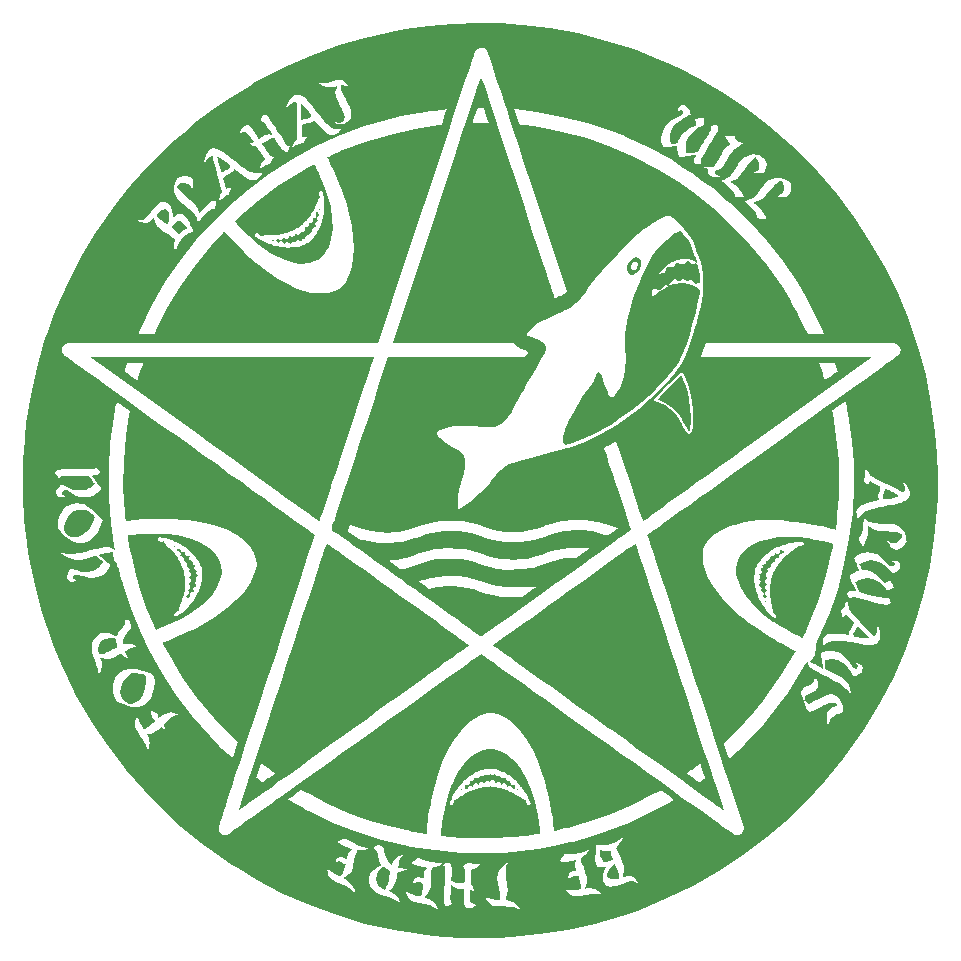
<source format=gbr>
%TF.GenerationSoftware,KiCad,Pcbnew,8.0.8*%
%TF.CreationDate,2025-04-01T18:27:37+02:00*%
%TF.ProjectId,Blahaj_Pentagramm_Badge_Front,426c6168-616a-45f5-9065-6e7461677261,rev?*%
%TF.SameCoordinates,Original*%
%TF.FileFunction,Copper,L1,Top*%
%TF.FilePolarity,Positive*%
%FSLAX46Y46*%
G04 Gerber Fmt 4.6, Leading zero omitted, Abs format (unit mm)*
G04 Created by KiCad (PCBNEW 8.0.8) date 2025-04-01 18:27:37*
%MOMM*%
%LPD*%
G01*
G04 APERTURE LIST*
%TA.AperFunction,EtchedComponent*%
%ADD10C,0.000000*%
%TD*%
G04 APERTURE END LIST*
D10*
%TA.AperFunction,EtchedComponent*%
%TO.C,*%
G36*
X114819000Y-150540000D02*
G01*
X114809000Y-150540000D01*
X114790000Y-150520000D01*
X114821000Y-150511000D01*
X114819000Y-150540000D01*
G37*
%TD.AperFunction*%
%TA.AperFunction,EtchedComponent*%
G36*
X121860000Y-119501000D02*
G01*
X121840000Y-119520000D01*
X121820000Y-119489000D01*
X121840000Y-119470000D01*
X121860000Y-119501000D01*
G37*
%TD.AperFunction*%
%TA.AperFunction,EtchedComponent*%
G36*
X126440000Y-116452000D02*
G01*
X126410000Y-116460000D01*
X126380000Y-116441000D01*
X126410000Y-116433000D01*
X126440000Y-116452000D01*
G37*
%TD.AperFunction*%
%TA.AperFunction,EtchedComponent*%
G36*
X137980000Y-166420000D02*
G01*
X137971000Y-166440000D01*
X137950000Y-166420000D01*
X137959000Y-166400000D01*
X137980000Y-166420000D01*
G37*
%TD.AperFunction*%
%TA.AperFunction,EtchedComponent*%
G36*
X143477000Y-166404000D02*
G01*
X143466000Y-166422000D01*
X143432000Y-166423000D01*
X143441000Y-166389000D01*
X143477000Y-166404000D01*
G37*
%TD.AperFunction*%
%TA.AperFunction,EtchedComponent*%
G36*
X164280000Y-150580000D02*
G01*
X164249000Y-150600000D01*
X164230000Y-150580000D01*
X164261000Y-150560000D01*
X164280000Y-150580000D01*
G37*
%TD.AperFunction*%
%TA.AperFunction,EtchedComponent*%
G36*
X166227000Y-145450000D02*
G01*
X166234000Y-145478000D01*
X166205000Y-145467000D01*
X166184000Y-145426000D01*
X166198000Y-145420000D01*
X166227000Y-145450000D01*
G37*
%TD.AperFunction*%
%TA.AperFunction,EtchedComponent*%
G36*
X114064000Y-145461000D02*
G01*
X114072000Y-145519000D01*
X114016000Y-145494000D01*
X113963000Y-145470000D01*
X114009000Y-145436000D01*
X114057000Y-145421000D01*
X114064000Y-145461000D01*
G37*
%TD.AperFunction*%
%TA.AperFunction,EtchedComponent*%
G36*
X115085000Y-150067000D02*
G01*
X115081000Y-150116000D01*
X115038000Y-150120000D01*
X114976000Y-150120000D01*
X115023000Y-150082000D01*
X115084000Y-150066000D01*
X115085000Y-150067000D01*
G37*
%TD.AperFunction*%
%TA.AperFunction,EtchedComponent*%
G36*
X126315000Y-116916000D02*
G01*
X126361000Y-116951000D01*
X126300000Y-116974000D01*
X126243000Y-116978000D01*
X126240000Y-116938000D01*
X126262000Y-116884000D01*
X126315000Y-116916000D01*
G37*
%TD.AperFunction*%
%TA.AperFunction,EtchedComponent*%
G36*
X138344000Y-166034000D02*
G01*
X138385000Y-166067000D01*
X138375000Y-166092000D01*
X138330000Y-166133000D01*
X138302000Y-166087000D01*
X138293000Y-166028000D01*
X138344000Y-166034000D01*
G37*
%TD.AperFunction*%
%TA.AperFunction,EtchedComponent*%
G36*
X164106000Y-150091000D02*
G01*
X164142000Y-150140000D01*
X164073000Y-150140000D01*
X164014000Y-150126000D01*
X164027000Y-150090000D01*
X164067000Y-150046000D01*
X164106000Y-150091000D01*
G37*
%TD.AperFunction*%
%TA.AperFunction,EtchedComponent*%
G36*
X165791000Y-145656000D02*
G01*
X165836000Y-145690000D01*
X165793000Y-145703000D01*
X165714000Y-145714000D01*
X165723000Y-145671000D01*
X165762000Y-145636000D01*
X165791000Y-145656000D01*
G37*
%TD.AperFunction*%
%TA.AperFunction,EtchedComponent*%
G36*
X122339000Y-119529000D02*
G01*
X122389000Y-119569000D01*
X122367000Y-119591000D01*
X122303000Y-119611000D01*
X122300000Y-119592000D01*
X122287000Y-119530000D01*
X122294000Y-119508000D01*
X122339000Y-119529000D01*
G37*
%TD.AperFunction*%
%TA.AperFunction,EtchedComponent*%
G36*
X143130000Y-166059000D02*
G01*
X143123000Y-166075000D01*
X143098000Y-166135000D01*
X143061000Y-166109000D01*
X143056000Y-166100000D01*
X143022000Y-166040000D01*
X143082000Y-166040000D01*
X143130000Y-166059000D01*
G37*
%TD.AperFunction*%
%TA.AperFunction,EtchedComponent*%
G36*
X114571000Y-117955000D02*
G01*
X114750000Y-118097000D01*
X114950000Y-118332000D01*
X115045000Y-118472000D01*
X115096000Y-118553000D01*
X114953000Y-118595000D01*
X114606000Y-118778000D01*
X114456000Y-118914000D01*
X114343000Y-119034000D01*
X114203000Y-118870000D01*
X114035000Y-118690000D01*
X113917000Y-118579000D01*
X113802000Y-118474000D01*
X113764000Y-118430000D01*
X113800000Y-118355000D01*
X113849000Y-118283000D01*
X114037000Y-118092000D01*
X114250000Y-117944000D01*
X114440000Y-117917000D01*
X114571000Y-117955000D01*
G37*
%TD.AperFunction*%
%TA.AperFunction,EtchedComponent*%
G36*
X172359000Y-152712000D02*
G01*
X172590000Y-152947000D01*
X172727000Y-153092000D01*
X172788000Y-153169000D01*
X172794000Y-153199000D01*
X172789000Y-153202000D01*
X172678000Y-153213000D01*
X172476000Y-153215000D01*
X172253000Y-153207000D01*
X172150000Y-153198000D01*
X171845000Y-153156000D01*
X171633000Y-153106000D01*
X171568000Y-153075000D01*
X171475000Y-152916000D01*
X171483000Y-152829000D01*
X171512000Y-152747000D01*
X171572000Y-152650000D01*
X171694000Y-152489000D01*
X171729000Y-152444000D01*
X171890000Y-152239000D01*
X172359000Y-152712000D01*
G37*
%TD.AperFunction*%
%TA.AperFunction,EtchedComponent*%
G36*
X113385000Y-117004000D02*
G01*
X113454000Y-117066000D01*
X113528000Y-117189000D01*
X113557000Y-117369000D01*
X113560000Y-117500000D01*
X113545000Y-117724000D01*
X113508000Y-117951000D01*
X113460000Y-118127000D01*
X113413000Y-118199000D01*
X113412000Y-118199000D01*
X113339000Y-118158000D01*
X113185000Y-118058000D01*
X113150000Y-118035000D01*
X112893000Y-117838000D01*
X112672000Y-117631000D01*
X112533000Y-117458000D01*
X112523000Y-117440000D01*
X112478000Y-117350000D01*
X112616000Y-117220000D01*
X112901000Y-117013000D01*
X113164000Y-116939000D01*
X113385000Y-117004000D01*
G37*
%TD.AperFunction*%
%TA.AperFunction,EtchedComponent*%
G36*
X151311000Y-172443000D02*
G01*
X151385000Y-172609000D01*
X151467000Y-172804000D01*
X151532000Y-172967000D01*
X151544000Y-173000000D01*
X151598000Y-173199000D01*
X151615000Y-173384000D01*
X151625000Y-173597000D01*
X151548000Y-173618000D01*
X151391000Y-173646000D01*
X151170000Y-173669000D01*
X151016000Y-173661000D01*
X151007000Y-173659000D01*
X150772000Y-173553000D01*
X150644000Y-173369000D01*
X150640000Y-173184000D01*
X150763000Y-172911000D01*
X150983000Y-172622000D01*
X151134000Y-172475000D01*
X151241000Y-172387000D01*
X151273000Y-172366000D01*
X151311000Y-172443000D01*
G37*
%TD.AperFunction*%
%TA.AperFunction,EtchedComponent*%
G36*
X108894000Y-153228000D02*
G01*
X108939000Y-153243000D01*
X109068000Y-153290000D01*
X109073000Y-153480000D01*
X109100000Y-153723000D01*
X109153000Y-153943000D01*
X109167000Y-153980000D01*
X109140000Y-154016000D01*
X109020000Y-154088000D01*
X108815000Y-154194000D01*
X108577000Y-154311000D01*
X108383000Y-154404000D01*
X108320000Y-154431000D01*
X108024000Y-154542000D01*
X107790000Y-154605000D01*
X107652000Y-154614000D01*
X107631000Y-154598000D01*
X107545000Y-154177000D01*
X107605000Y-153816000D01*
X107814000Y-153507000D01*
X108136000Y-153287000D01*
X108514000Y-153189000D01*
X108894000Y-153228000D01*
G37*
%TD.AperFunction*%
%TA.AperFunction,EtchedComponent*%
G36*
X117697000Y-112510000D02*
G01*
X117813000Y-112570000D01*
X118108000Y-112744000D01*
X118375000Y-112925000D01*
X118577000Y-113088000D01*
X118677000Y-113204000D01*
X118679000Y-113208000D01*
X118693000Y-113357000D01*
X118602000Y-113485000D01*
X118384000Y-113613000D01*
X118228000Y-113682000D01*
X118073000Y-113746000D01*
X118006000Y-113773000D01*
X117968000Y-113727000D01*
X117941000Y-113627000D01*
X117882000Y-113416000D01*
X117804000Y-113135000D01*
X117788000Y-113080000D01*
X117711000Y-112800000D01*
X117655000Y-112589000D01*
X117631000Y-112487000D01*
X117631000Y-112483000D01*
X117697000Y-112510000D01*
G37*
%TD.AperFunction*%
%TA.AperFunction,EtchedComponent*%
G36*
X174258000Y-140635000D02*
G01*
X174452000Y-140719000D01*
X174737000Y-140851000D01*
X174800000Y-140881000D01*
X175106000Y-141026000D01*
X175283000Y-141118000D01*
X175344000Y-141175000D01*
X175301000Y-141218000D01*
X175168000Y-141266000D01*
X175069000Y-141300000D01*
X174677000Y-141418000D01*
X174350000Y-141485000D01*
X174305000Y-141490000D01*
X174173000Y-141491000D01*
X174106000Y-141462000D01*
X174015000Y-141361000D01*
X174000000Y-141240000D01*
X174021000Y-141113000D01*
X174072000Y-140920000D01*
X174130000Y-140731000D01*
X174177000Y-140617000D01*
X174181000Y-140612000D01*
X174258000Y-140635000D01*
G37*
%TD.AperFunction*%
%TA.AperFunction,EtchedComponent*%
G36*
X150925000Y-171257000D02*
G01*
X150949000Y-171400000D01*
X150996000Y-171627000D01*
X151033000Y-171770000D01*
X151083000Y-171936000D01*
X151089000Y-172006000D01*
X151051000Y-172037000D01*
X151036000Y-172045000D01*
X150819000Y-172126000D01*
X150580000Y-172152000D01*
X150385000Y-172151000D01*
X150309000Y-172133000D01*
X150151000Y-171975000D01*
X150054000Y-171683000D01*
X150041000Y-171597000D01*
X150020000Y-171352000D01*
X150030000Y-171221000D01*
X150049000Y-171207000D01*
X150341000Y-171264000D01*
X150664000Y-171250000D01*
X150779000Y-171223000D01*
X150892000Y-171189000D01*
X150912000Y-171186000D01*
X150925000Y-171257000D01*
G37*
%TD.AperFunction*%
%TA.AperFunction,EtchedComponent*%
G36*
X131750000Y-172649000D02*
G01*
X131981000Y-172801000D01*
X132170000Y-172890000D01*
X132273000Y-172932000D01*
X132285000Y-172940000D01*
X132285000Y-173025000D01*
X132253000Y-173221000D01*
X132199000Y-173482000D01*
X132134000Y-173765000D01*
X132066000Y-174024000D01*
X132020000Y-174173000D01*
X131937000Y-174377000D01*
X131861000Y-174502000D01*
X131834000Y-174520000D01*
X131751000Y-174492000D01*
X131653000Y-174451000D01*
X131392000Y-174308000D01*
X131227000Y-174130000D01*
X131159000Y-174010000D01*
X131064000Y-173648000D01*
X131105000Y-173272000D01*
X131268000Y-172928000D01*
X131540000Y-172661000D01*
X131547000Y-172657000D01*
X131666000Y-172580000D01*
X131750000Y-172649000D01*
G37*
%TD.AperFunction*%
%TA.AperFunction,EtchedComponent*%
G36*
X111120000Y-156240000D02*
G01*
X111326000Y-156301000D01*
X111478000Y-156357000D01*
X111537000Y-156387000D01*
X111562000Y-156486000D01*
X111584000Y-156680000D01*
X111598000Y-156903000D01*
X111600000Y-156993000D01*
X111534000Y-157550000D01*
X111344000Y-158049000D01*
X111045000Y-158456000D01*
X111037000Y-158463000D01*
X110736000Y-158677000D01*
X110396000Y-158787000D01*
X110073000Y-158777000D01*
X110026000Y-158763000D01*
X109741000Y-158589000D01*
X109524000Y-158313000D01*
X109450000Y-158128000D01*
X109418000Y-157810000D01*
X109454000Y-157432000D01*
X109546000Y-157083000D01*
X109782000Y-156671000D01*
X110132000Y-156364000D01*
X110414000Y-156229000D01*
X110728000Y-156181000D01*
X111120000Y-156240000D01*
G37*
%TD.AperFunction*%
%TA.AperFunction,EtchedComponent*%
G36*
X124738000Y-108019000D02*
G01*
X124838000Y-108101000D01*
X125001000Y-108259000D01*
X125185000Y-108450000D01*
X125348000Y-108631000D01*
X125427000Y-108728000D01*
X125526000Y-108869000D01*
X125558000Y-108955000D01*
X125560000Y-108995000D01*
X125531000Y-109108000D01*
X125494000Y-109150000D01*
X125367000Y-109232000D01*
X125349000Y-109238000D01*
X125239000Y-109261000D01*
X125054000Y-109294000D01*
X124869000Y-109325000D01*
X124760000Y-109340000D01*
X124758000Y-109340000D01*
X124750000Y-109267000D01*
X124741000Y-109075000D01*
X124732000Y-108807000D01*
X124732000Y-108805000D01*
X124723000Y-108509000D01*
X124714000Y-108264000D01*
X124707000Y-108133000D01*
X124700000Y-108022000D01*
X124725000Y-108012000D01*
X124738000Y-108019000D01*
G37*
%TD.AperFunction*%
%TA.AperFunction,EtchedComponent*%
G36*
X106367000Y-142356000D02*
G01*
X106483000Y-142375000D01*
X106540000Y-142395000D01*
X106761000Y-142514000D01*
X107024000Y-142719000D01*
X107080000Y-142768000D01*
X107220000Y-142898000D01*
X107269000Y-142966000D01*
X107269000Y-142988000D01*
X107132000Y-143383000D01*
X106957000Y-143751000D01*
X106822000Y-143961000D01*
X106510000Y-144291000D01*
X106151000Y-144544000D01*
X105850000Y-144669000D01*
X105643000Y-144695000D01*
X105397000Y-144694000D01*
X105240000Y-144673000D01*
X105091000Y-144619000D01*
X105076000Y-144612000D01*
X104840000Y-144416000D01*
X104684000Y-144119000D01*
X104634000Y-143800000D01*
X104697000Y-143489000D01*
X104867000Y-143150000D01*
X105163000Y-142762000D01*
X105515000Y-142505000D01*
X105750000Y-142407000D01*
X105892000Y-142368000D01*
X106049000Y-142354000D01*
X106170000Y-142352000D01*
X106367000Y-142356000D01*
G37*
%TD.AperFunction*%
%TA.AperFunction,EtchedComponent*%
G36*
X153277000Y-121012000D02*
G01*
X153412000Y-121109000D01*
X153526000Y-121336000D01*
X153523000Y-121631000D01*
X153404000Y-121957000D01*
X153334000Y-122074000D01*
X153096000Y-122348000D01*
X152848000Y-122478000D01*
X152640000Y-122470000D01*
X152421000Y-122322000D01*
X152357000Y-122225000D01*
X152318000Y-122106000D01*
X152311000Y-121960000D01*
X152342000Y-121800000D01*
X152621000Y-121800000D01*
X152677000Y-121988000D01*
X152815000Y-122089000D01*
X152978000Y-122071000D01*
X153145000Y-121914000D01*
X153257000Y-121679000D01*
X153269000Y-121627000D01*
X153236000Y-121446000D01*
X153104000Y-121332000D01*
X153034000Y-121320000D01*
X152851000Y-121389000D01*
X152697000Y-121559000D01*
X152622000Y-121772000D01*
X152621000Y-121800000D01*
X152342000Y-121800000D01*
X152382000Y-121594000D01*
X152569000Y-121283000D01*
X152844000Y-121067000D01*
X153044000Y-120997000D01*
X153277000Y-121012000D01*
G37*
%TD.AperFunction*%
%TA.AperFunction,EtchedComponent*%
G36*
X156975000Y-131082000D02*
G01*
X157070000Y-131283000D01*
X157171000Y-131531000D01*
X157239000Y-131720000D01*
X157432000Y-132380000D01*
X157571000Y-133049000D01*
X157664000Y-133777000D01*
X157718000Y-134582000D01*
X157721000Y-135060000D01*
X157684000Y-135426000D01*
X157609000Y-135662000D01*
X157585000Y-135699000D01*
X157564000Y-135715000D01*
X157534000Y-135691000D01*
X157476000Y-135601000D01*
X157374000Y-135418000D01*
X157253000Y-135196000D01*
X157091000Y-134905000D01*
X156943000Y-134646000D01*
X156837000Y-134471000D01*
X156830000Y-134460000D01*
X156478000Y-134017000D01*
X156044000Y-133638000D01*
X155499000Y-133301000D01*
X155060000Y-133090000D01*
X154925000Y-133029000D01*
X154882000Y-133008000D01*
X154933000Y-132952000D01*
X155078000Y-132800000D01*
X155301000Y-132570000D01*
X155583000Y-132282000D01*
X155880000Y-131980000D01*
X156264000Y-131592000D01*
X156548000Y-131308000D01*
X156742000Y-131119000D01*
X156859000Y-131013000D01*
X156908000Y-130980000D01*
X156910000Y-130980000D01*
X156975000Y-131082000D01*
G37*
%TD.AperFunction*%
%TA.AperFunction,EtchedComponent*%
G36*
X128883000Y-129444000D02*
G01*
X129543000Y-129444000D01*
X130081000Y-129444000D01*
X130487000Y-129445000D01*
X130752000Y-129445000D01*
X130868000Y-129446000D01*
X130873000Y-129446000D01*
X130850000Y-129522000D01*
X130781000Y-129736000D01*
X130671000Y-130076000D01*
X130522000Y-130529000D01*
X130340000Y-131082000D01*
X130130000Y-131722000D01*
X129894000Y-132436000D01*
X129638000Y-133210000D01*
X129367000Y-134033000D01*
X129083000Y-134891000D01*
X128792000Y-135771000D01*
X128497000Y-136659000D01*
X128204000Y-137544000D01*
X127916000Y-138412000D01*
X127637000Y-139251000D01*
X127373000Y-140046000D01*
X127127000Y-140786000D01*
X126904000Y-141457000D01*
X126707000Y-142046000D01*
X126541000Y-142540000D01*
X126412000Y-142927000D01*
X126321000Y-143193000D01*
X126275000Y-143325000D01*
X126270000Y-143338000D01*
X126204000Y-143292000D01*
X126015000Y-143158000D01*
X125710000Y-142942000D01*
X125296000Y-142647000D01*
X124781000Y-142280000D01*
X124171000Y-141845000D01*
X123475000Y-141348000D01*
X122698000Y-140793000D01*
X121848000Y-140186000D01*
X120932000Y-139532000D01*
X119958000Y-138836000D01*
X118933000Y-138102000D01*
X117863000Y-137337000D01*
X116756000Y-136546000D01*
X116543000Y-136393000D01*
X108517000Y-130653000D01*
X109780000Y-130653000D01*
X109839000Y-130704000D01*
X109990000Y-130819000D01*
X110198000Y-130973000D01*
X110425000Y-131137000D01*
X110635000Y-131287000D01*
X110790000Y-131394000D01*
X110854000Y-131433000D01*
X110879000Y-131360000D01*
X110937000Y-131177000D01*
X110999000Y-130978000D01*
X111094000Y-130676000D01*
X111186000Y-130392000D01*
X111229000Y-130261000D01*
X111289000Y-130079000D01*
X111319000Y-129980000D01*
X111320000Y-129976000D01*
X111246000Y-129969000D01*
X111050000Y-129965000D01*
X110767000Y-129964000D01*
X110656000Y-129965000D01*
X109991000Y-129970000D01*
X109886000Y-130300000D01*
X109821000Y-130506000D01*
X109784000Y-130635000D01*
X109780000Y-130653000D01*
X108517000Y-130653000D01*
X106835000Y-129450000D01*
X118851000Y-129445000D01*
X120224000Y-129444000D01*
X121553000Y-129444000D01*
X122829000Y-129444000D01*
X124043000Y-129443000D01*
X125187000Y-129443000D01*
X126252000Y-129443000D01*
X127229000Y-129443000D01*
X128109000Y-129443000D01*
X128883000Y-129444000D01*
G37*
%TD.AperFunction*%
%TA.AperFunction,EtchedComponent*%
G36*
X126951000Y-145251000D02*
G01*
X127134000Y-145381000D01*
X127425000Y-145588000D01*
X127813000Y-145864000D01*
X128287000Y-146202000D01*
X128836000Y-146594000D01*
X129449000Y-147032000D01*
X130115000Y-147508000D01*
X130822000Y-148013000D01*
X131560000Y-148541000D01*
X132318000Y-149083000D01*
X133085000Y-149632000D01*
X133849000Y-150178000D01*
X134600000Y-150716000D01*
X135327000Y-151236000D01*
X136018000Y-151731000D01*
X136663000Y-152193000D01*
X137250000Y-152614000D01*
X137769000Y-152985000D01*
X138208000Y-153301000D01*
X138556000Y-153551000D01*
X138803000Y-153729000D01*
X138937000Y-153826000D01*
X138959000Y-153843000D01*
X138896000Y-153889000D01*
X138711000Y-154023000D01*
X138413000Y-154237000D01*
X138011000Y-154525000D01*
X137513000Y-154882000D01*
X136929000Y-155300000D01*
X136267000Y-155775000D01*
X135535000Y-156299000D01*
X134743000Y-156866000D01*
X133898000Y-157471000D01*
X133011000Y-158106000D01*
X132088000Y-158766000D01*
X131140000Y-159445000D01*
X130174000Y-160136000D01*
X129199000Y-160834000D01*
X128225000Y-161531000D01*
X127259000Y-162222000D01*
X126311000Y-162900000D01*
X125388000Y-163560000D01*
X124500000Y-164194000D01*
X123656000Y-164798000D01*
X122864000Y-165364000D01*
X122133000Y-165887000D01*
X121471000Y-166360000D01*
X120887000Y-166777000D01*
X120390000Y-167132000D01*
X119989000Y-167418000D01*
X119691000Y-167630000D01*
X119556000Y-167726000D01*
X119447000Y-167796000D01*
X119420000Y-167803000D01*
X119445000Y-167727000D01*
X119516000Y-167509000D01*
X119631000Y-167160000D01*
X119786000Y-166690000D01*
X119978000Y-166108000D01*
X120203000Y-165425000D01*
X120333000Y-165031000D01*
X120932000Y-165031000D01*
X120987000Y-165087000D01*
X121118000Y-165197000D01*
X121273000Y-165318000D01*
X121399000Y-165409000D01*
X121444000Y-165434000D01*
X121510000Y-165389000D01*
X121675000Y-165273000D01*
X121907000Y-165108000D01*
X121988000Y-165050000D01*
X122233000Y-164874000D01*
X122418000Y-164738000D01*
X122512000Y-164666000D01*
X122519000Y-164660000D01*
X122462000Y-164613000D01*
X122374000Y-164551000D01*
X122195000Y-164423000D01*
X121944000Y-164238000D01*
X121678000Y-164038000D01*
X121507000Y-163906000D01*
X121344000Y-163779000D01*
X121139000Y-164393000D01*
X121044000Y-164681000D01*
X120972000Y-164903000D01*
X120935000Y-165022000D01*
X120932000Y-165031000D01*
X120333000Y-165031000D01*
X120458000Y-164652000D01*
X120740000Y-163798000D01*
X121045000Y-162873000D01*
X121371000Y-161888000D01*
X121712000Y-160853000D01*
X122067000Y-159778000D01*
X122432000Y-158674000D01*
X122804000Y-157550000D01*
X123178000Y-156416000D01*
X123553000Y-155283000D01*
X123923000Y-154161000D01*
X124287000Y-153061000D01*
X124641000Y-151992000D01*
X124980000Y-150964000D01*
X125303000Y-149988000D01*
X125606000Y-149074000D01*
X125884000Y-148231000D01*
X126136000Y-147471000D01*
X126356000Y-146804000D01*
X126544000Y-146239000D01*
X126693000Y-145787000D01*
X126803000Y-145457000D01*
X126868000Y-145261000D01*
X126887000Y-145207000D01*
X126951000Y-145251000D01*
G37*
%TD.AperFunction*%
%TA.AperFunction,EtchedComponent*%
G36*
X153060000Y-145294000D02*
G01*
X153133000Y-145510000D01*
X153249000Y-145858000D01*
X153406000Y-146327000D01*
X153599000Y-146907000D01*
X153826000Y-147589000D01*
X154082000Y-148361000D01*
X154365000Y-149214000D01*
X154672000Y-150137000D01*
X154998000Y-151121000D01*
X155341000Y-152155000D01*
X155697000Y-153229000D01*
X156062000Y-154333000D01*
X156434000Y-155457000D01*
X156809000Y-156590000D01*
X157184000Y-157723000D01*
X157555000Y-158844000D01*
X157919000Y-159945000D01*
X158273000Y-161015000D01*
X158613000Y-162043000D01*
X158935000Y-163020000D01*
X159238000Y-163935000D01*
X159516000Y-164778000D01*
X159767000Y-165539000D01*
X159987000Y-166208000D01*
X160174000Y-166774000D01*
X160322000Y-167228000D01*
X160431000Y-167560000D01*
X160495000Y-167758000D01*
X160512000Y-167814000D01*
X160448000Y-167769000D01*
X160260000Y-167636000D01*
X159957000Y-167421000D01*
X159544000Y-167127000D01*
X159030000Y-166760000D01*
X158422000Y-166326000D01*
X157726000Y-165830000D01*
X156949000Y-165275000D01*
X156134000Y-164693000D01*
X157373000Y-164693000D01*
X157435000Y-164742000D01*
X157589000Y-164856000D01*
X157800000Y-165008000D01*
X158028000Y-165171000D01*
X158238000Y-165318000D01*
X158390000Y-165423000D01*
X158447000Y-165459000D01*
X158515000Y-165417000D01*
X158662000Y-165313000D01*
X158697000Y-165287000D01*
X158851000Y-165173000D01*
X158933000Y-165111000D01*
X158937000Y-165109000D01*
X158917000Y-165037000D01*
X158861000Y-164857000D01*
X158781000Y-164613000D01*
X158693000Y-164347000D01*
X158611000Y-164103000D01*
X158549000Y-163925000D01*
X158522000Y-163856000D01*
X158458000Y-163890000D01*
X158314000Y-163991000D01*
X158270000Y-164024000D01*
X158054000Y-164186000D01*
X157795000Y-164376000D01*
X157700000Y-164444000D01*
X157513000Y-164581000D01*
X157395000Y-164672000D01*
X157373000Y-164693000D01*
X156134000Y-164693000D01*
X156099000Y-164669000D01*
X155184000Y-164015000D01*
X154209000Y-163318000D01*
X153182000Y-162585000D01*
X152111000Y-161819000D01*
X151002000Y-161027000D01*
X150734000Y-160835000D01*
X149349000Y-159845000D01*
X148089000Y-158944000D01*
X146950000Y-158130000D01*
X145928000Y-157398000D01*
X145017000Y-156745000D01*
X144212000Y-156168000D01*
X143509000Y-155664000D01*
X142904000Y-155229000D01*
X142391000Y-154860000D01*
X141966000Y-154553000D01*
X141624000Y-154305000D01*
X141360000Y-154112000D01*
X141170000Y-153972000D01*
X141049000Y-153880000D01*
X140992000Y-153834000D01*
X140986000Y-153827000D01*
X141055000Y-153776000D01*
X141243000Y-153640000D01*
X141539000Y-153428000D01*
X141931000Y-153146000D01*
X142409000Y-152804000D01*
X142961000Y-152409000D01*
X143577000Y-151968000D01*
X144245000Y-151491000D01*
X144954000Y-150983000D01*
X145694000Y-150455000D01*
X146452000Y-149913000D01*
X147219000Y-149365000D01*
X147982000Y-148820000D01*
X148732000Y-148285000D01*
X149456000Y-147768000D01*
X150144000Y-147277000D01*
X150785000Y-146819000D01*
X151367000Y-146404000D01*
X151880000Y-146038000D01*
X152313000Y-145730000D01*
X152654000Y-145488000D01*
X152893000Y-145319000D01*
X153017000Y-145231000D01*
X153034000Y-145220000D01*
X153060000Y-145294000D01*
G37*
%TD.AperFunction*%
%TA.AperFunction,EtchedComponent*%
G36*
X114457000Y-145642000D02*
G01*
X114460000Y-145709000D01*
X114526000Y-145891000D01*
X114608000Y-145948000D01*
X114733000Y-145977000D01*
X114849000Y-145972000D01*
X114870000Y-145960000D01*
X114904000Y-145949000D01*
X114898000Y-145998000D01*
X114916000Y-146146000D01*
X115052000Y-146252000D01*
X115197000Y-146280000D01*
X115273000Y-146292000D01*
X115272000Y-146312000D01*
X115253000Y-146518000D01*
X115349000Y-146664000D01*
X115461000Y-146704000D01*
X115521000Y-146724000D01*
X115523000Y-146802000D01*
X115543000Y-146920000D01*
X115568000Y-146954000D01*
X115674000Y-147037000D01*
X115680000Y-147040000D01*
X115740000Y-147068000D01*
X115711000Y-147128000D01*
X115700000Y-147151000D01*
X115672000Y-147290000D01*
X115757000Y-147441000D01*
X115836000Y-147498000D01*
X115894000Y-147522000D01*
X115855000Y-147602000D01*
X115827000Y-147698000D01*
X115841000Y-147741000D01*
X115924000Y-147832000D01*
X115982000Y-147862000D01*
X115901000Y-147954000D01*
X115829000Y-148061000D01*
X115821000Y-148128000D01*
X115844000Y-148250000D01*
X115848000Y-148258000D01*
X115857000Y-148314000D01*
X115795000Y-148383000D01*
X115726000Y-148465000D01*
X115724000Y-148566000D01*
X115778000Y-148737000D01*
X115823000Y-148800000D01*
X115701000Y-148916000D01*
X115604000Y-149020000D01*
X115580000Y-149096000D01*
X115580000Y-149104000D01*
X115632000Y-149238000D01*
X115684000Y-149300000D01*
X115597000Y-149300000D01*
X115418000Y-149366000D01*
X115325000Y-149521000D01*
X115349000Y-149698000D01*
X115378000Y-149755000D01*
X115288000Y-149765000D01*
X115171000Y-149802000D01*
X115159000Y-149811000D01*
X115120000Y-149824000D01*
X115077000Y-149753000D01*
X115061000Y-149734000D01*
X115002000Y-149667000D01*
X115091000Y-149624000D01*
X115238000Y-149477000D01*
X115260000Y-149367000D01*
X115228000Y-149260000D01*
X115198000Y-149232000D01*
X115120000Y-149181000D01*
X115115000Y-149180000D01*
X115147000Y-149146000D01*
X115186000Y-149120000D01*
X115334000Y-148966000D01*
X115345000Y-148802000D01*
X115236000Y-148681000D01*
X115181000Y-148647000D01*
X115269000Y-148585000D01*
X115381000Y-148433000D01*
X115364000Y-148269000D01*
X115239000Y-148160000D01*
X115180000Y-148135000D01*
X115257000Y-148080000D01*
X115402000Y-147928000D01*
X115420000Y-147859000D01*
X115357000Y-147731000D01*
X115251000Y-147660000D01*
X115184000Y-147638000D01*
X115242000Y-147575000D01*
X115314000Y-147411000D01*
X115245000Y-147269000D01*
X115052000Y-147187000D01*
X115051000Y-147186000D01*
X114984000Y-147175000D01*
X115032000Y-147105000D01*
X115076000Y-146931000D01*
X114982000Y-146791000D01*
X114827000Y-146731000D01*
X114743000Y-146717000D01*
X114792000Y-146646000D01*
X114836000Y-146489000D01*
X114818000Y-146434000D01*
X114704000Y-146338000D01*
X114575000Y-146299000D01*
X114472000Y-146271000D01*
X114460000Y-146265000D01*
X114498000Y-146208000D01*
X114500000Y-146205000D01*
X114540000Y-146079000D01*
X114505000Y-145976000D01*
X114472000Y-145945000D01*
X114284000Y-145865000D01*
X114201000Y-145870000D01*
X114145000Y-145882000D01*
X114174000Y-145776000D01*
X114204000Y-145670000D01*
X114301000Y-145669000D01*
X114415000Y-145649000D01*
X114429000Y-145641000D01*
X114457000Y-145642000D01*
G37*
%TD.AperFunction*%
%TA.AperFunction,EtchedComponent*%
G36*
X165359000Y-145802000D02*
G01*
X165494000Y-145846000D01*
X165570000Y-145846000D01*
X165570000Y-145952000D01*
X165570000Y-146058000D01*
X165488000Y-146047000D01*
X165304000Y-146074000D01*
X165183000Y-146183000D01*
X165167000Y-146328000D01*
X165191000Y-146376000D01*
X165204000Y-146415000D01*
X165122000Y-146420000D01*
X164916000Y-146469000D01*
X164810000Y-146593000D01*
X164828000Y-146742000D01*
X164860000Y-146812000D01*
X164860000Y-146813000D01*
X164798000Y-146820000D01*
X164779000Y-146820000D01*
X164593000Y-146875000D01*
X164502000Y-147010000D01*
X164530000Y-147160000D01*
X164551000Y-147232000D01*
X164495000Y-147240000D01*
X164294000Y-147291000D01*
X164205000Y-147419000D01*
X164253000Y-147590000D01*
X164258000Y-147597000D01*
X164285000Y-147657000D01*
X164268000Y-147668000D01*
X164197000Y-147680000D01*
X164096000Y-147741000D01*
X164040000Y-147858000D01*
X164040000Y-147862000D01*
X164083000Y-147997000D01*
X164169000Y-148113000D01*
X164182000Y-148121000D01*
X164201000Y-148149000D01*
X164137000Y-148186000D01*
X163999000Y-148321000D01*
X164013000Y-148489000D01*
X164083000Y-148583000D01*
X164152000Y-148657000D01*
X164157000Y-148667000D01*
X164093000Y-148699000D01*
X164070000Y-148710000D01*
X163953000Y-148831000D01*
X163987000Y-148994000D01*
X164063000Y-149092000D01*
X164162000Y-149196000D01*
X164102000Y-149216000D01*
X163975000Y-149321000D01*
X163960000Y-149408000D01*
X164029000Y-149579000D01*
X164133000Y-149662000D01*
X164188000Y-149708000D01*
X164167000Y-149725000D01*
X164085000Y-149795000D01*
X164080000Y-149800000D01*
X164030000Y-149857000D01*
X163965000Y-149798000D01*
X163838000Y-149740000D01*
X163776000Y-149740000D01*
X163828000Y-149678000D01*
X163882000Y-149515000D01*
X163827000Y-149349000D01*
X163694000Y-149248000D01*
X163640000Y-149240000D01*
X163576000Y-149240000D01*
X163638000Y-149169000D01*
X163698000Y-149005000D01*
X163602000Y-148837000D01*
X163551000Y-148794000D01*
X163462000Y-148726000D01*
X163523000Y-148681000D01*
X163611000Y-148571000D01*
X163612000Y-148569000D01*
X163631000Y-148398000D01*
X163572000Y-148305000D01*
X163504000Y-148229000D01*
X163552000Y-148174000D01*
X163597000Y-148009000D01*
X163560000Y-147895000D01*
X163520000Y-147821000D01*
X163575000Y-147792000D01*
X163703000Y-147662000D01*
X163692000Y-147466000D01*
X163644000Y-147355000D01*
X163667000Y-147340000D01*
X163747000Y-147298000D01*
X163753000Y-147293000D01*
X163806000Y-147188000D01*
X163806000Y-147171000D01*
X163773000Y-147063000D01*
X163770000Y-147060000D01*
X163757000Y-147022000D01*
X163813000Y-147009000D01*
X163974000Y-146951000D01*
X164059000Y-146881000D01*
X164080000Y-146775000D01*
X164080000Y-146765000D01*
X164094000Y-146695000D01*
X164143000Y-146696000D01*
X164300000Y-146652000D01*
X164366000Y-146581000D01*
X164399000Y-146445000D01*
X164400000Y-146425000D01*
X164400000Y-146326000D01*
X164555000Y-146304000D01*
X164692000Y-146276000D01*
X164765000Y-146221000D01*
X164767000Y-146219000D01*
X164816000Y-146126000D01*
X164812000Y-146080000D01*
X164800000Y-146004000D01*
X164874000Y-146042000D01*
X165071000Y-146075000D01*
X165232000Y-145993000D01*
X165300000Y-145825000D01*
X165300000Y-145820000D01*
X165300000Y-145759000D01*
X165359000Y-145802000D01*
G37*
%TD.AperFunction*%
%TA.AperFunction,EtchedComponent*%
G36*
X126178000Y-117179000D02*
G01*
X126180000Y-117217000D01*
X126242000Y-117349000D01*
X126289000Y-117413000D01*
X126261000Y-117420000D01*
X126116000Y-117484000D01*
X126068000Y-117551000D01*
X126051000Y-117768000D01*
X126126000Y-117895000D01*
X126167000Y-117940000D01*
X126123000Y-117940000D01*
X125977000Y-118004000D01*
X125922000Y-118169000D01*
X125951000Y-118330000D01*
X125979000Y-118411000D01*
X125980000Y-118414000D01*
X125952000Y-118408000D01*
X125834000Y-118423000D01*
X125704000Y-118499000D01*
X125699000Y-118504000D01*
X125645000Y-118579000D01*
X125644000Y-118682000D01*
X125644000Y-118782000D01*
X125599000Y-118807000D01*
X125598000Y-118807000D01*
X125456000Y-118911000D01*
X125416000Y-119012000D01*
X125392000Y-119114000D01*
X125311000Y-119106000D01*
X125141000Y-119157000D01*
X125046000Y-119316000D01*
X125040000Y-119378000D01*
X125020000Y-119429000D01*
X124979000Y-119420000D01*
X124828000Y-119442000D01*
X124760000Y-119579000D01*
X124760000Y-119590000D01*
X124760000Y-119638000D01*
X124675000Y-119599000D01*
X124464000Y-119566000D01*
X124327000Y-119655000D01*
X124284000Y-119706000D01*
X124229000Y-119663000D01*
X124068000Y-119624000D01*
X123907000Y-119707000D01*
X123857000Y-119771000D01*
X123809000Y-119828000D01*
X123782000Y-119812000D01*
X123688000Y-119755000D01*
X123637000Y-119731000D01*
X123526000Y-119691000D01*
X123448000Y-119705000D01*
X123337000Y-119796000D01*
X123304000Y-119862000D01*
X123261000Y-119772000D01*
X123122000Y-119632000D01*
X122940000Y-119621000D01*
X122824000Y-119692000D01*
X122758000Y-119758000D01*
X122738000Y-119704000D01*
X122663000Y-119594000D01*
X122603000Y-119560000D01*
X122608000Y-119524000D01*
X122625000Y-119505000D01*
X122688000Y-119404000D01*
X122690000Y-119399000D01*
X122702000Y-119348000D01*
X122779000Y-119421000D01*
X122943000Y-119508000D01*
X123101000Y-119492000D01*
X123194000Y-119386000D01*
X123200000Y-119337000D01*
X123209000Y-119280000D01*
X123272000Y-119318000D01*
X123306000Y-119341000D01*
X123481000Y-119413000D01*
X123598000Y-119401000D01*
X123694000Y-119288000D01*
X123720000Y-119193000D01*
X123720000Y-119136000D01*
X123781000Y-119187000D01*
X123956000Y-119263000D01*
X124114000Y-119222000D01*
X124197000Y-119084000D01*
X124200000Y-119046000D01*
X124208000Y-118980000D01*
X124209000Y-118980000D01*
X124271000Y-119016000D01*
X124291000Y-119030000D01*
X124486000Y-119105000D01*
X124621000Y-119047000D01*
X124668000Y-118889000D01*
X124682000Y-118811000D01*
X124700000Y-118813000D01*
X124861000Y-118854000D01*
X124942000Y-118827000D01*
X125044000Y-118683000D01*
X125043000Y-118537000D01*
X125034000Y-118453000D01*
X125068000Y-118454000D01*
X125248000Y-118456000D01*
X125370000Y-118345000D01*
X125389000Y-118255000D01*
X125377000Y-118126000D01*
X125375000Y-118116000D01*
X125360000Y-118063000D01*
X125467000Y-118074000D01*
X125576000Y-118071000D01*
X125639000Y-118027000D01*
X125701000Y-117933000D01*
X125705000Y-117880000D01*
X125693000Y-117717000D01*
X125691000Y-117705000D01*
X125676000Y-117620000D01*
X125730000Y-117640000D01*
X125882000Y-117645000D01*
X125942000Y-117598000D01*
X125997000Y-117497000D01*
X126000000Y-117437000D01*
X125977000Y-117288000D01*
X125970000Y-117267000D01*
X125941000Y-117192000D01*
X125940000Y-117189000D01*
X126000000Y-117185000D01*
X126005000Y-117185000D01*
X126125000Y-117172000D01*
X126178000Y-117179000D01*
G37*
%TD.AperFunction*%
%TA.AperFunction,EtchedComponent*%
G36*
X140824000Y-164750000D02*
G01*
X140916000Y-164800000D01*
X140923000Y-164800000D01*
X141037000Y-164759000D01*
X141089000Y-164706000D01*
X141118000Y-164703000D01*
X141159000Y-164762000D01*
X141316000Y-164900000D01*
X141500000Y-164893000D01*
X141552000Y-164934000D01*
X141564000Y-164961000D01*
X141688000Y-165080000D01*
X141871000Y-165089000D01*
X141924000Y-165068000D01*
X141983000Y-165049000D01*
X142031000Y-165108000D01*
X142063000Y-165170000D01*
X142200000Y-165333000D01*
X142358000Y-165341000D01*
X142374000Y-165333000D01*
X142433000Y-165303000D01*
X142425000Y-165406000D01*
X142477000Y-165603000D01*
X142565000Y-165680000D01*
X142735000Y-165711000D01*
X142783000Y-165692000D01*
X142837000Y-165664000D01*
X142826000Y-165769000D01*
X142833000Y-165905000D01*
X142838000Y-165917000D01*
X142838000Y-165960000D01*
X142826000Y-165960000D01*
X142733000Y-165995000D01*
X142724000Y-166000000D01*
X142655000Y-166022000D01*
X142651000Y-166015000D01*
X142624000Y-165927000D01*
X142621000Y-165917000D01*
X142519000Y-165769000D01*
X142373000Y-165716000D01*
X142241000Y-165777000D01*
X142229000Y-165794000D01*
X142196000Y-165845000D01*
X142148000Y-165727000D01*
X142025000Y-165552000D01*
X141924000Y-165520000D01*
X141756000Y-165586000D01*
X141728000Y-165616000D01*
X141686000Y-165667000D01*
X141672000Y-165594000D01*
X141605000Y-165465000D01*
X141592000Y-165451000D01*
X141500000Y-165385000D01*
X141431000Y-165380000D01*
X141320000Y-165403000D01*
X141265000Y-165451000D01*
X141197000Y-165513000D01*
X141191000Y-165516000D01*
X141162000Y-165451000D01*
X141151000Y-165424000D01*
X141027000Y-165265000D01*
X140878000Y-165248000D01*
X140751000Y-165364000D01*
X140717000Y-165418000D01*
X140632000Y-165329000D01*
X140526000Y-165247000D01*
X140485000Y-165240000D01*
X140344000Y-165309000D01*
X140255000Y-165436000D01*
X140216000Y-165507000D01*
X140187000Y-165482000D01*
X140043000Y-165390000D01*
X139969000Y-165380000D01*
X139826000Y-165452000D01*
X139759000Y-165576000D01*
X139734000Y-165659000D01*
X139657000Y-165590000D01*
X139502000Y-165517000D01*
X139361000Y-165596000D01*
X139272000Y-165730000D01*
X139261000Y-165757000D01*
X139233000Y-165841000D01*
X139166000Y-165776000D01*
X139013000Y-165709000D01*
X138899000Y-165750000D01*
X138811000Y-165886000D01*
X138780000Y-166005000D01*
X138751000Y-166057000D01*
X138721000Y-166031000D01*
X138634000Y-165981000D01*
X138628000Y-165979000D01*
X138561000Y-165931000D01*
X138578000Y-165911000D01*
X138605000Y-165829000D01*
X138597000Y-165723000D01*
X138600000Y-165686000D01*
X138615000Y-165692000D01*
X138717000Y-165709000D01*
X138744000Y-165709000D01*
X138856000Y-165686000D01*
X138909000Y-165641000D01*
X139006000Y-165471000D01*
X139008000Y-165367000D01*
X139013000Y-165323000D01*
X139032000Y-165330000D01*
X139138000Y-165354000D01*
X139146000Y-165355000D01*
X139235000Y-165342000D01*
X139287000Y-165294000D01*
X139377000Y-165138000D01*
X139380000Y-165127000D01*
X139408000Y-165032000D01*
X139411000Y-165024000D01*
X139468000Y-165050000D01*
X139483000Y-165059000D01*
X139667000Y-165099000D01*
X139822000Y-165019000D01*
X139863000Y-164949000D01*
X139912000Y-164889000D01*
X139919000Y-164891000D01*
X140117000Y-164900000D01*
X140230000Y-164813000D01*
X140278000Y-164751000D01*
X140329000Y-164799000D01*
X140455000Y-164852000D01*
X140490000Y-164856000D01*
X140596000Y-164853000D01*
X140681000Y-164784000D01*
X140682000Y-164783000D01*
X140764000Y-164700000D01*
X140824000Y-164750000D01*
G37*
%TD.AperFunction*%
%TA.AperFunction,EtchedComponent*%
G36*
X125879000Y-113188000D02*
G01*
X125975000Y-113367000D01*
X126090000Y-113591000D01*
X126201000Y-113813000D01*
X126274000Y-113967000D01*
X126692000Y-114956000D01*
X127005000Y-115876000D01*
X127227000Y-116767000D01*
X127228000Y-116770000D01*
X127372000Y-117744000D01*
X127389000Y-118623000D01*
X127278000Y-119412000D01*
X127039000Y-120114000D01*
X126933000Y-120326000D01*
X126709000Y-120668000D01*
X126442000Y-120974000D01*
X126181000Y-121189000D01*
X126165000Y-121198000D01*
X125840000Y-121346000D01*
X125447000Y-121460000D01*
X125150000Y-121509000D01*
X124919000Y-121527000D01*
X124745000Y-121529000D01*
X124560000Y-121519000D01*
X123894000Y-121411000D01*
X123177000Y-121173000D01*
X122435000Y-120818000D01*
X122055000Y-120595000D01*
X121186000Y-119979000D01*
X120311000Y-119224000D01*
X120180000Y-119091000D01*
X120780000Y-119091000D01*
X120825000Y-119181000D01*
X120929000Y-119265000D01*
X121064000Y-119360000D01*
X121160000Y-119417000D01*
X121170000Y-119420000D01*
X121231000Y-119461000D01*
X121322000Y-119525000D01*
X121479000Y-119615000D01*
X121632000Y-119693000D01*
X121706000Y-119720000D01*
X121793000Y-119757000D01*
X121809000Y-119768000D01*
X121964000Y-119843000D01*
X122138000Y-119895000D01*
X122185000Y-119900000D01*
X122296000Y-119939000D01*
X122431000Y-119996000D01*
X122601000Y-120035000D01*
X122658000Y-120037000D01*
X122760000Y-120063000D01*
X122892000Y-120105000D01*
X123091000Y-120134000D01*
X123223000Y-120140000D01*
X123365000Y-120151000D01*
X123390000Y-120158000D01*
X123519000Y-120171000D01*
X123630000Y-120169000D01*
X123861000Y-120159000D01*
X124010000Y-120154000D01*
X124214000Y-120136000D01*
X124278000Y-120115000D01*
X124386000Y-120091000D01*
X124390000Y-120092000D01*
X124502000Y-120082000D01*
X124680000Y-120041000D01*
X124836000Y-119990000D01*
X124860000Y-119979000D01*
X124988000Y-119918000D01*
X125075000Y-119879000D01*
X125205000Y-119813000D01*
X125242000Y-119787000D01*
X125303000Y-119760000D01*
X125378000Y-119710000D01*
X125505000Y-119595000D01*
X125627000Y-119467000D01*
X125634000Y-119458000D01*
X125707000Y-119384000D01*
X125721000Y-119370000D01*
X125819000Y-119261000D01*
X125922000Y-119128000D01*
X125979000Y-119036000D01*
X125980000Y-119030000D01*
X126022000Y-118968000D01*
X126097000Y-118866000D01*
X126179000Y-118718000D01*
X126220000Y-118611000D01*
X126220000Y-118608000D01*
X126259000Y-118531000D01*
X126317000Y-118433000D01*
X126388000Y-118269000D01*
X126435000Y-118125000D01*
X126440000Y-118094000D01*
X126467000Y-118009000D01*
X126516000Y-117882000D01*
X126561000Y-117696000D01*
X126578000Y-117550000D01*
X126591000Y-117443000D01*
X126597000Y-117434000D01*
X126633000Y-117324000D01*
X126658000Y-117144000D01*
X126660000Y-117070000D01*
X126670000Y-116909000D01*
X126681000Y-116810000D01*
X126688000Y-116581000D01*
X126657000Y-116487000D01*
X126659000Y-116451000D01*
X126675000Y-116367000D01*
X126673000Y-116198000D01*
X126657000Y-116013000D01*
X126632000Y-115886000D01*
X126626000Y-115874000D01*
X126616000Y-115817000D01*
X126603000Y-115723000D01*
X126572000Y-115589000D01*
X126494000Y-115373000D01*
X126405000Y-115305000D01*
X126382000Y-115309000D01*
X126303000Y-115387000D01*
X126263000Y-115557000D01*
X126259000Y-115739000D01*
X126319000Y-115819000D01*
X126351000Y-115871000D01*
X126310000Y-115896000D01*
X126207000Y-116013000D01*
X126180000Y-116126000D01*
X126153000Y-116212000D01*
X126152000Y-116212000D01*
X126095000Y-116291000D01*
X126037000Y-116433000D01*
X126016000Y-116531000D01*
X125986000Y-116614000D01*
X125985000Y-116615000D01*
X125928000Y-116691000D01*
X125852000Y-116840000D01*
X125796000Y-116983000D01*
X125786000Y-117036000D01*
X125751000Y-117100000D01*
X125672000Y-117178000D01*
X125582000Y-117314000D01*
X125540000Y-117418000D01*
X125500000Y-117474000D01*
X125423000Y-117540000D01*
X125311000Y-117671000D01*
X125220000Y-117802000D01*
X125212000Y-117815000D01*
X125157000Y-117879000D01*
X125153000Y-117880000D01*
X125085000Y-117930000D01*
X124972000Y-118041000D01*
X124871000Y-118151000D01*
X124840000Y-118198000D01*
X124811000Y-118220000D01*
X124733000Y-118265000D01*
X124609000Y-118360000D01*
X124514000Y-118449000D01*
X124506000Y-118460000D01*
X124443000Y-118500000D01*
X124357000Y-118536000D01*
X124217000Y-118612000D01*
X124108000Y-118683000D01*
X124090000Y-118700000D01*
X124045000Y-118720000D01*
X123952000Y-118745000D01*
X123804000Y-118801000D01*
X123677000Y-118858000D01*
X123640000Y-118882000D01*
X123590000Y-118900000D01*
X123464000Y-118923000D01*
X123297000Y-118973000D01*
X123175000Y-119024000D01*
X123160000Y-119035000D01*
X123102000Y-119063000D01*
X122974000Y-119063000D01*
X122816000Y-119069000D01*
X122737000Y-119097000D01*
X122629000Y-119123000D01*
X122613000Y-119118000D01*
X122483000Y-119110000D01*
X122360000Y-119119000D01*
X122193000Y-119135000D01*
X122090000Y-119138000D01*
X121956000Y-119130000D01*
X121927000Y-119128000D01*
X121760000Y-119128000D01*
X121725000Y-119137000D01*
X121618000Y-119139000D01*
X121416000Y-119157000D01*
X121359000Y-119194000D01*
X121300000Y-119244000D01*
X121300000Y-119193000D01*
X121231000Y-119068000D01*
X121068000Y-118978000D01*
X120949000Y-118960000D01*
X120825000Y-119010000D01*
X120780000Y-119091000D01*
X120180000Y-119091000D01*
X119452000Y-118348000D01*
X119293000Y-118171000D01*
X119167000Y-118025000D01*
X119102000Y-117944000D01*
X119100000Y-117940000D01*
X119153000Y-117884000D01*
X119290000Y-117754000D01*
X119405000Y-117647000D01*
X121073000Y-116216000D01*
X122836000Y-114909000D01*
X124681000Y-113736000D01*
X124950000Y-113580000D01*
X125250000Y-113410000D01*
X125517000Y-113263000D01*
X125718000Y-113155000D01*
X125822000Y-113105000D01*
X125829000Y-113103000D01*
X125879000Y-113188000D01*
G37*
%TD.AperFunction*%
%TA.AperFunction,EtchedComponent*%
G36*
X112508000Y-144392000D02*
G01*
X112898000Y-144397000D01*
X113207000Y-144407000D01*
X113350000Y-144416000D01*
X113617000Y-144448000D01*
X113944000Y-144492000D01*
X114262000Y-144540000D01*
X114503000Y-144582000D01*
X114532000Y-144588000D01*
X115458000Y-144838000D01*
X116245000Y-145166000D01*
X116895000Y-145573000D01*
X117409000Y-146061000D01*
X117790000Y-146631000D01*
X117830000Y-146712000D01*
X117970000Y-147126000D01*
X117993000Y-147572000D01*
X117982000Y-147700000D01*
X117851000Y-148326000D01*
X117600000Y-148917000D01*
X117217000Y-149494000D01*
X116689000Y-150079000D01*
X116661000Y-150106000D01*
X116329000Y-150415000D01*
X115997000Y-150683000D01*
X115600000Y-150963000D01*
X115530000Y-151010000D01*
X114519000Y-151612000D01*
X113392000Y-152148000D01*
X112800000Y-152385000D01*
X112577000Y-152470000D01*
X112463000Y-152507000D01*
X112417000Y-152503000D01*
X112397000Y-152465000D01*
X112393000Y-152456000D01*
X112342000Y-152342000D01*
X112260000Y-152160000D01*
X111701000Y-150823000D01*
X111188000Y-149381000D01*
X110737000Y-147885000D01*
X110365000Y-146387000D01*
X110232000Y-145750000D01*
X110180000Y-145475000D01*
X110126000Y-145177000D01*
X110077000Y-144898000D01*
X110063000Y-144814000D01*
X112565000Y-144814000D01*
X112569000Y-144836000D01*
X112613000Y-144909000D01*
X112718000Y-144980000D01*
X112907000Y-145057000D01*
X113031000Y-145028000D01*
X113078000Y-145015000D01*
X113080000Y-145053000D01*
X113147000Y-145209000D01*
X113241000Y-145277000D01*
X113317000Y-145328000D01*
X113320000Y-145336000D01*
X113371000Y-145415000D01*
X113477000Y-145521000D01*
X113560000Y-145580000D01*
X113630000Y-145639000D01*
X113691000Y-145724000D01*
X113806000Y-145847000D01*
X113918000Y-145951000D01*
X113965000Y-145980000D01*
X114000000Y-146023000D01*
X114047000Y-146137000D01*
X114150000Y-146278000D01*
X114192000Y-146319000D01*
X114257000Y-146400000D01*
X114260000Y-146411000D01*
X114297000Y-146504000D01*
X114377000Y-146651000D01*
X114457000Y-146774000D01*
X114484000Y-146802000D01*
X114508000Y-146848000D01*
X114527000Y-146936000D01*
X114584000Y-147084000D01*
X114648000Y-147210000D01*
X114655000Y-147221000D01*
X114702000Y-147336000D01*
X114714000Y-147386000D01*
X114770000Y-147567000D01*
X114789000Y-147614000D01*
X114829000Y-147733000D01*
X114830000Y-147760000D01*
X114833000Y-147857000D01*
X114850000Y-147972000D01*
X114875000Y-148233000D01*
X114881000Y-148563000D01*
X114867000Y-148871000D01*
X114863000Y-148910000D01*
X114854000Y-149078000D01*
X114868000Y-149140000D01*
X114869000Y-149222000D01*
X114856000Y-149240000D01*
X114802000Y-149371000D01*
X114769000Y-149532000D01*
X114769000Y-149594000D01*
X114751000Y-149679000D01*
X114700000Y-149782000D01*
X114641000Y-149950000D01*
X114603000Y-150096000D01*
X114600000Y-150123000D01*
X114578000Y-150191000D01*
X114525000Y-150273000D01*
X114464000Y-150410000D01*
X114440000Y-150500000D01*
X114408000Y-150609000D01*
X114389000Y-150650000D01*
X114349000Y-150826000D01*
X114371000Y-150907000D01*
X114359000Y-150937000D01*
X114324000Y-150931000D01*
X114206000Y-150947000D01*
X114068000Y-151069000D01*
X113985000Y-151224000D01*
X113980000Y-151260000D01*
X114028000Y-151348000D01*
X114103000Y-151400000D01*
X114183000Y-151365000D01*
X114263000Y-151320000D01*
X114412000Y-151219000D01*
X114468000Y-151174000D01*
X114575000Y-151092000D01*
X114591000Y-151083000D01*
X114692000Y-151014000D01*
X114832000Y-150898000D01*
X114952000Y-150786000D01*
X114991000Y-150738000D01*
X115041000Y-150690000D01*
X115124000Y-150621000D01*
X115237000Y-150493000D01*
X115321000Y-150376000D01*
X115331000Y-150352000D01*
X115378000Y-150295000D01*
X115452000Y-150228000D01*
X115553000Y-150097000D01*
X115625000Y-149977000D01*
X115633000Y-149956000D01*
X115679000Y-149890000D01*
X115744000Y-149816000D01*
X115834000Y-149664000D01*
X115910000Y-149503000D01*
X115914000Y-149491000D01*
X115978000Y-149365000D01*
X115993000Y-149346000D01*
X116067000Y-149209000D01*
X116126000Y-149018000D01*
X116133000Y-148981000D01*
X116173000Y-148865000D01*
X116182000Y-148854000D01*
X116231000Y-148743000D01*
X116271000Y-148579000D01*
X116278000Y-148487000D01*
X116297000Y-148384000D01*
X116327000Y-148271000D01*
X116352000Y-148092000D01*
X116363000Y-147932000D01*
X116357000Y-147875000D01*
X116351000Y-147819000D01*
X116353000Y-147734000D01*
X116340000Y-147574000D01*
X116292000Y-147313000D01*
X116216000Y-147094000D01*
X116173000Y-147023000D01*
X116130000Y-146932000D01*
X116128000Y-146928000D01*
X116061000Y-146785000D01*
X115966000Y-146626000D01*
X115889000Y-146528000D01*
X115885000Y-146525000D01*
X115840000Y-146462000D01*
X115793000Y-146376000D01*
X115690000Y-146249000D01*
X115591000Y-146150000D01*
X115569000Y-146136000D01*
X115520000Y-146079000D01*
X115467000Y-146006000D01*
X115349000Y-145889000D01*
X115224000Y-145782000D01*
X115154000Y-145740000D01*
X115111000Y-145703000D01*
X115042000Y-145631000D01*
X114903000Y-145526000D01*
X114763000Y-145436000D01*
X114714000Y-145412000D01*
X114609000Y-145349000D01*
X114499000Y-145271000D01*
X114353000Y-145192000D01*
X114260000Y-145160000D01*
X114183000Y-145121000D01*
X114078000Y-145056000D01*
X113915000Y-144989000D01*
X113795000Y-144960000D01*
X113712000Y-144929000D01*
X113624000Y-144886000D01*
X113447000Y-144830000D01*
X113251000Y-144783000D01*
X113230000Y-144779000D01*
X113069000Y-144750000D01*
X112970000Y-144732000D01*
X112739000Y-144702000D01*
X112616000Y-144725000D01*
X112600000Y-144736000D01*
X112565000Y-144814000D01*
X110063000Y-144814000D01*
X110041000Y-144678000D01*
X110024000Y-144560000D01*
X110024000Y-144551000D01*
X110102000Y-144537000D01*
X110290000Y-144511000D01*
X110539000Y-144479000D01*
X110800000Y-144448000D01*
X111023000Y-144423000D01*
X111100000Y-144415000D01*
X111335000Y-144403000D01*
X111679000Y-144394000D01*
X112086000Y-144391000D01*
X112508000Y-144392000D01*
G37*
%TD.AperFunction*%
%TA.AperFunction,EtchedComponent*%
G36*
X166092000Y-144674000D02*
G01*
X166493000Y-144685000D01*
X166831000Y-144703000D01*
X166880000Y-144707000D01*
X167601000Y-144786000D01*
X168266000Y-144892000D01*
X168870000Y-145017000D01*
X169290000Y-145113000D01*
X169571000Y-145184000D01*
X169731000Y-145235000D01*
X169788000Y-145271000D01*
X169788000Y-145277000D01*
X169770000Y-145367000D01*
X169731000Y-145567000D01*
X169689000Y-145780000D01*
X169194000Y-147886000D01*
X168544000Y-149958000D01*
X167839000Y-151760000D01*
X167714000Y-152047000D01*
X167569000Y-152371000D01*
X167424000Y-152689000D01*
X167298000Y-152961000D01*
X167209000Y-153144000D01*
X167188000Y-153185000D01*
X167160000Y-153199000D01*
X167080000Y-153174000D01*
X166904000Y-153094000D01*
X166879000Y-153083000D01*
X166263000Y-152783000D01*
X165740000Y-152504000D01*
X165252000Y-152213000D01*
X164742000Y-151877000D01*
X164698000Y-151847000D01*
X164025000Y-151345000D01*
X163388000Y-150791000D01*
X162826000Y-150220000D01*
X162374000Y-149667000D01*
X162362000Y-149650000D01*
X161966000Y-148998000D01*
X161694000Y-148331000D01*
X161643000Y-148150000D01*
X161620000Y-148033000D01*
X163084000Y-148033000D01*
X163085000Y-148183000D01*
X163099000Y-148229000D01*
X163099000Y-148302000D01*
X163094000Y-148438000D01*
X163116000Y-148614000D01*
X163141000Y-148703000D01*
X163152000Y-148787000D01*
X163161000Y-148896000D01*
X163198000Y-149070000D01*
X163244000Y-149222000D01*
X163257000Y-149250000D01*
X163283000Y-149334000D01*
X163283000Y-149336000D01*
X163305000Y-149434000D01*
X163367000Y-149598000D01*
X163436000Y-149749000D01*
X163472000Y-149805000D01*
X163520000Y-149896000D01*
X163556000Y-150006000D01*
X163632000Y-150158000D01*
X163701000Y-150255000D01*
X163740000Y-150319000D01*
X163783000Y-150413000D01*
X163876000Y-150553000D01*
X163967000Y-150664000D01*
X163993000Y-150685000D01*
X164040000Y-150751000D01*
X164093000Y-150845000D01*
X164230000Y-151007000D01*
X164413000Y-151200000D01*
X164608000Y-151383000D01*
X164660000Y-151427000D01*
X164826000Y-151519000D01*
X164916000Y-151496000D01*
X164931000Y-151372000D01*
X164870000Y-151220000D01*
X164779000Y-151079000D01*
X164679000Y-151040000D01*
X164669000Y-151040000D01*
X164627000Y-151016000D01*
X164631000Y-151005000D01*
X164651000Y-150814000D01*
X164621000Y-150727000D01*
X164587000Y-150635000D01*
X164588000Y-150627000D01*
X164583000Y-150520000D01*
X164546000Y-150366000D01*
X164518000Y-150297000D01*
X164490000Y-150201000D01*
X164492000Y-150193000D01*
X164488000Y-150093000D01*
X164460000Y-149926000D01*
X164424000Y-149781000D01*
X164409000Y-149745000D01*
X164399000Y-149661000D01*
X164418000Y-149541000D01*
X164411000Y-149375000D01*
X164392000Y-149290000D01*
X164385000Y-149200000D01*
X164391000Y-149190000D01*
X164415000Y-149082000D01*
X164429000Y-148912000D01*
X164424000Y-148781000D01*
X164421000Y-148770000D01*
X164433000Y-148688000D01*
X164470000Y-148575000D01*
X164501000Y-148407000D01*
X164507000Y-148286000D01*
X164506000Y-148282000D01*
X164525000Y-148195000D01*
X164579000Y-148062000D01*
X164617000Y-147902000D01*
X164620000Y-147869000D01*
X164650000Y-147780000D01*
X164711000Y-147680000D01*
X164781000Y-147533000D01*
X164820000Y-147427000D01*
X164820000Y-147422000D01*
X164852000Y-147358000D01*
X164922000Y-147273000D01*
X165013000Y-147139000D01*
X165074000Y-147032000D01*
X165080000Y-147014000D01*
X165123000Y-146948000D01*
X165220000Y-146842000D01*
X165327000Y-146703000D01*
X165395000Y-146596000D01*
X165400000Y-146580000D01*
X165444000Y-146529000D01*
X165538000Y-146464000D01*
X165652000Y-146354000D01*
X165718000Y-146265000D01*
X165720000Y-146257000D01*
X165758000Y-146220000D01*
X165850000Y-146174000D01*
X165994000Y-146070000D01*
X166116000Y-145963000D01*
X166246000Y-145867000D01*
X166301000Y-145836000D01*
X166448000Y-145737000D01*
X166487000Y-145699000D01*
X166570000Y-145625000D01*
X166586000Y-145620000D01*
X166675000Y-145565000D01*
X166760000Y-145457000D01*
X166772000Y-145423000D01*
X166785000Y-145361000D01*
X166847000Y-145413000D01*
X166936000Y-145457000D01*
X167003000Y-145453000D01*
X167194000Y-145393000D01*
X167305000Y-145288000D01*
X167303000Y-145176000D01*
X167282000Y-145152000D01*
X167190000Y-145124000D01*
X166980000Y-145114000D01*
X166730000Y-145118000D01*
X166538000Y-145133000D01*
X166336000Y-145159000D01*
X166196000Y-145188000D01*
X166173000Y-145198000D01*
X166106000Y-145207000D01*
X165995000Y-145219000D01*
X165825000Y-145264000D01*
X165688000Y-145319000D01*
X165685000Y-145321000D01*
X165598000Y-145350000D01*
X165593000Y-145349000D01*
X165505000Y-145365000D01*
X165354000Y-145416000D01*
X165227000Y-145472000D01*
X165199000Y-145491000D01*
X165127000Y-145520000D01*
X165009000Y-145558000D01*
X164839000Y-145645000D01*
X164707000Y-145732000D01*
X164609000Y-145795000D01*
X164591000Y-145800000D01*
X164456000Y-145856000D01*
X164289000Y-145989000D01*
X164182000Y-146080000D01*
X164147000Y-146100000D01*
X164065000Y-146149000D01*
X163945000Y-146256000D01*
X163855000Y-146359000D01*
X163849000Y-146368000D01*
X163788000Y-146438000D01*
X163780000Y-146440000D01*
X163712000Y-146494000D01*
X163618000Y-146595000D01*
X163483000Y-146765000D01*
X163448000Y-146838000D01*
X163453000Y-146840000D01*
X163428000Y-146883000D01*
X163426000Y-146885000D01*
X163355000Y-146987000D01*
X163283000Y-147116000D01*
X163260000Y-147177000D01*
X163223000Y-147254000D01*
X163222000Y-147256000D01*
X163174000Y-147387000D01*
X163135000Y-147591000D01*
X163128000Y-147660000D01*
X163111000Y-147797000D01*
X163103000Y-147850000D01*
X163084000Y-148033000D01*
X161620000Y-148033000D01*
X161575000Y-147809000D01*
X161553000Y-147472000D01*
X161552000Y-147400000D01*
X161581000Y-146950000D01*
X161680000Y-146589000D01*
X161867000Y-146255000D01*
X161914000Y-146189000D01*
X162360000Y-145706000D01*
X162914000Y-145316000D01*
X163584000Y-145017000D01*
X164378000Y-144803000D01*
X165070000Y-144696000D01*
X165325000Y-144679000D01*
X165684000Y-144672000D01*
X166092000Y-144674000D01*
G37*
%TD.AperFunction*%
%TA.AperFunction,EtchedComponent*%
G36*
X141040000Y-162622000D02*
G01*
X141074000Y-162629000D01*
X141697000Y-162837000D01*
X142265000Y-163173000D01*
X142270000Y-163176000D01*
X142803000Y-163667000D01*
X143297000Y-164298000D01*
X143737000Y-165050000D01*
X143762000Y-165100000D01*
X144157000Y-166026000D01*
X144485000Y-167080000D01*
X144742000Y-168241000D01*
X144909000Y-169380000D01*
X144934000Y-169614000D01*
X144938000Y-169733000D01*
X144917000Y-169777000D01*
X144885000Y-169788000D01*
X144606000Y-169836000D01*
X144217000Y-169893000D01*
X143767000Y-169952000D01*
X143304000Y-170006000D01*
X142890000Y-170049000D01*
X142176000Y-170106000D01*
X141407000Y-170150000D01*
X140637000Y-170180000D01*
X139920000Y-170193000D01*
X139320000Y-170188000D01*
X138880000Y-170172000D01*
X138387000Y-170148000D01*
X137926000Y-170122000D01*
X137740000Y-170109000D01*
X137458000Y-170087000D01*
X137157000Y-170060000D01*
X136880000Y-170032000D01*
X136670000Y-170009000D01*
X136569000Y-169994000D01*
X136566000Y-169993000D01*
X136567000Y-169915000D01*
X136581000Y-169725000D01*
X136602000Y-169468000D01*
X136627000Y-169192000D01*
X136651000Y-168943000D01*
X136671000Y-168772000D01*
X136868000Y-167664000D01*
X136970000Y-167266000D01*
X137296000Y-167266000D01*
X137353000Y-167372000D01*
X137400000Y-167380000D01*
X137491000Y-167338000D01*
X137563000Y-167269000D01*
X137689000Y-167109000D01*
X137701000Y-166993000D01*
X137700000Y-166989000D01*
X137688000Y-166926000D01*
X137759000Y-166920000D01*
X137935000Y-166864000D01*
X137982000Y-166806000D01*
X138036000Y-166750000D01*
X138041000Y-166751000D01*
X138126000Y-166727000D01*
X138257000Y-166638000D01*
X138312000Y-166589000D01*
X138412000Y-166510000D01*
X138439000Y-166500000D01*
X138539000Y-166459000D01*
X138684000Y-166371000D01*
X138794000Y-166285000D01*
X138809000Y-166265000D01*
X138874000Y-166233000D01*
X138991000Y-166214000D01*
X139145000Y-166149000D01*
X139217000Y-166101000D01*
X139322000Y-166057000D01*
X139441000Y-166038000D01*
X139611000Y-165986000D01*
X139707000Y-165946000D01*
X139830000Y-165916000D01*
X139887000Y-165911000D01*
X140079000Y-165880000D01*
X140130000Y-165866000D01*
X140378000Y-165825000D01*
X140424000Y-165823000D01*
X140586000Y-165812000D01*
X140649000Y-165800000D01*
X140748000Y-165799000D01*
X140857000Y-165815000D01*
X140993000Y-165823000D01*
X141151000Y-165832000D01*
X141210000Y-165842000D01*
X141295000Y-165865000D01*
X141400000Y-165887000D01*
X141559000Y-165916000D01*
X141620000Y-165928000D01*
X141728000Y-165960000D01*
X141840000Y-165999000D01*
X142013000Y-166049000D01*
X142082000Y-166056000D01*
X142209000Y-166098000D01*
X142220000Y-166107000D01*
X142416000Y-166224000D01*
X142513000Y-166247000D01*
X142602000Y-166285000D01*
X142679000Y-166348000D01*
X142820000Y-166438000D01*
X142949000Y-166507000D01*
X142987000Y-166520000D01*
X143064000Y-166568000D01*
X143108000Y-166609000D01*
X143253000Y-166723000D01*
X143379000Y-166780000D01*
X143387000Y-166780000D01*
X143427000Y-166810000D01*
X143524000Y-166889000D01*
X143666000Y-166920000D01*
X143747000Y-166928000D01*
X143741000Y-166959000D01*
X143736000Y-167113000D01*
X143832000Y-167281000D01*
X143896000Y-167337000D01*
X144031000Y-167376000D01*
X144129000Y-167321000D01*
X144140000Y-167275000D01*
X144111000Y-167152000D01*
X144048000Y-166980000D01*
X143990000Y-166864000D01*
X143941000Y-166764000D01*
X143940000Y-166753000D01*
X143905000Y-166656000D01*
X143825000Y-166497000D01*
X143741000Y-166351000D01*
X143695000Y-166292000D01*
X143660000Y-166238000D01*
X143616000Y-166148000D01*
X143519000Y-166010000D01*
X143421000Y-165895000D01*
X143400000Y-165877000D01*
X143341000Y-165805000D01*
X143340000Y-165800000D01*
X143292000Y-165723000D01*
X143188000Y-165603000D01*
X143086000Y-165503000D01*
X143048000Y-165480000D01*
X143020000Y-165445000D01*
X142966000Y-165366000D01*
X142844000Y-165245000D01*
X142712000Y-165138000D01*
X142659000Y-165106000D01*
X142573000Y-165043000D01*
X142569000Y-165034000D01*
X142491000Y-164951000D01*
X142345000Y-164850000D01*
X142221000Y-164788000D01*
X142121000Y-164734000D01*
X142110000Y-164719000D01*
X142036000Y-164660000D01*
X141895000Y-164588000D01*
X141767000Y-164542000D01*
X141747000Y-164540000D01*
X141663000Y-164501000D01*
X141572000Y-164450000D01*
X141410000Y-164387000D01*
X141257000Y-164340000D01*
X141192000Y-164332000D01*
X141126000Y-164323000D01*
X141027000Y-164302000D01*
X140849000Y-164281000D01*
X140643000Y-164269000D01*
X140499000Y-164283000D01*
X140476000Y-164288000D01*
X140348000Y-164320000D01*
X140319000Y-164331000D01*
X140229000Y-164351000D01*
X140221000Y-164352000D01*
X140086000Y-164381000D01*
X139914000Y-164433000D01*
X139791000Y-164482000D01*
X139780000Y-164490000D01*
X139684000Y-164529000D01*
X139680000Y-164530000D01*
X139546000Y-164580000D01*
X139397000Y-164660000D01*
X139318000Y-164723000D01*
X139255000Y-164760000D01*
X139158000Y-164802000D01*
X139009000Y-164897000D01*
X138881000Y-164995000D01*
X138847000Y-165032000D01*
X138788000Y-165080000D01*
X138710000Y-165129000D01*
X138581000Y-165241000D01*
X138463000Y-165359000D01*
X138417000Y-165421000D01*
X138369000Y-165480000D01*
X138368000Y-165480000D01*
X138298000Y-165532000D01*
X138189000Y-165647000D01*
X138100000Y-165758000D01*
X138080000Y-165797000D01*
X138040000Y-165852000D01*
X137960000Y-165931000D01*
X137858000Y-166071000D01*
X137791000Y-166192000D01*
X137786000Y-166206000D01*
X137738000Y-166281000D01*
X137679000Y-166359000D01*
X137590000Y-166511000D01*
X137511000Y-166666000D01*
X137480000Y-166751000D01*
X137451000Y-166819000D01*
X137400000Y-166922000D01*
X137339000Y-167091000D01*
X137299000Y-167237000D01*
X137296000Y-167266000D01*
X136970000Y-167266000D01*
X137142000Y-166603000D01*
X137429000Y-165770000D01*
X137558000Y-165471000D01*
X137724000Y-165119000D01*
X137895000Y-164783000D01*
X138020000Y-164560000D01*
X138507000Y-163871000D01*
X139051000Y-163319000D01*
X139579000Y-162949000D01*
X140086000Y-162723000D01*
X140587000Y-162611000D01*
X141040000Y-162622000D01*
G37*
%TD.AperFunction*%
%TA.AperFunction,EtchedComponent*%
G36*
X156848000Y-118764000D02*
G01*
X156934000Y-118847000D01*
X157058000Y-118990000D01*
X157352000Y-119349000D01*
X157547000Y-119630000D01*
X157628000Y-119780000D01*
X157698000Y-119945000D01*
X157795000Y-120195000D01*
X157907000Y-120493000D01*
X158020000Y-120801000D01*
X158120000Y-121084000D01*
X158195000Y-121304000D01*
X158229000Y-121425000D01*
X158230000Y-121436000D01*
X158173000Y-121403000D01*
X158134000Y-121374000D01*
X157822000Y-121187000D01*
X157516000Y-121124000D01*
X157411000Y-121127000D01*
X156955000Y-121176000D01*
X156518000Y-121258000D01*
X156165000Y-121360000D01*
X156111000Y-121381000D01*
X155711000Y-121618000D01*
X155326000Y-121975000D01*
X154993000Y-122414000D01*
X154891000Y-122590000D01*
X154844000Y-122682000D01*
X154854000Y-122685000D01*
X154938000Y-122583000D01*
X155018000Y-122482000D01*
X155167000Y-122295000D01*
X155300000Y-122305000D01*
X155433000Y-122314000D01*
X155490000Y-122212000D01*
X155582000Y-122061000D01*
X155642000Y-121968000D01*
X155737000Y-121826000D01*
X155862000Y-121813000D01*
X156051000Y-121802000D01*
X156140000Y-121800000D01*
X156295000Y-121800000D01*
X156396000Y-121640000D01*
X156486000Y-121514000D01*
X156544000Y-121480000D01*
X156548000Y-121480000D01*
X156650000Y-121493000D01*
X156831000Y-121523000D01*
X157012000Y-121557000D01*
X157066000Y-121569000D01*
X157157000Y-121522000D01*
X157262000Y-121438000D01*
X157384000Y-121336000D01*
X157433000Y-121300000D01*
X157497000Y-121341000D01*
X157613000Y-121422000D01*
X157782000Y-121544000D01*
X157972000Y-121522000D01*
X158126000Y-121511000D01*
X158224000Y-121546000D01*
X158290000Y-121655000D01*
X158345000Y-121870000D01*
X158388000Y-122093000D01*
X158448000Y-122502000D01*
X158477000Y-122924000D01*
X158484000Y-123124000D01*
X158480000Y-123207000D01*
X158463000Y-123212000D01*
X158454000Y-123205000D01*
X158405000Y-123182000D01*
X158296000Y-123205000D01*
X158291000Y-123206000D01*
X158164000Y-123242000D01*
X158135000Y-123251000D01*
X158061000Y-123202000D01*
X157911000Y-123051000D01*
X157716000Y-122840000D01*
X157603000Y-122927000D01*
X157494000Y-123008000D01*
X157466000Y-123027000D01*
X157381000Y-123006000D01*
X157229000Y-122932000D01*
X157106000Y-122857000D01*
X157017000Y-122804000D01*
X157006000Y-122800000D01*
X156944000Y-122849000D01*
X156870000Y-122920000D01*
X156768000Y-123016000D01*
X156735000Y-123040000D01*
X156667000Y-122998000D01*
X156547000Y-122911000D01*
X156405000Y-122813000D01*
X156343000Y-122799000D01*
X156266000Y-122867000D01*
X156129000Y-123004000D01*
X155980000Y-123161000D01*
X155867000Y-123289000D01*
X155786000Y-123387000D01*
X155718000Y-123356000D01*
X155626000Y-123321000D01*
X155549000Y-123340000D01*
X155439000Y-123438000D01*
X155334000Y-123548000D01*
X155109000Y-123786000D01*
X154971000Y-123740000D01*
X154834000Y-123706000D01*
X154678000Y-123705000D01*
X154644000Y-123707000D01*
X154495000Y-123719000D01*
X154446000Y-123727000D01*
X154428000Y-123800000D01*
X154407000Y-123901000D01*
X154389000Y-124074000D01*
X154392000Y-124236000D01*
X154413000Y-124319000D01*
X154417000Y-124320000D01*
X154495000Y-124278000D01*
X154663000Y-124169000D01*
X154884000Y-124019000D01*
X155071000Y-123887000D01*
X155429000Y-123638000D01*
X155707000Y-123467000D01*
X155953000Y-123354000D01*
X156213000Y-123279000D01*
X156534000Y-123220000D01*
X156618000Y-123208000D01*
X157141000Y-123168000D01*
X157583000Y-123227000D01*
X157998000Y-123399000D01*
X158310000Y-123600000D01*
X158435000Y-123695000D01*
X158473000Y-123749000D01*
X158471000Y-123787000D01*
X158457000Y-123915000D01*
X158450000Y-123990000D01*
X158410000Y-124345000D01*
X158350000Y-124715000D01*
X158261000Y-125133000D01*
X158137000Y-125630000D01*
X157970000Y-126240000D01*
X157930000Y-126380000D01*
X157822000Y-126763000D01*
X157714000Y-127145000D01*
X157625000Y-127460000D01*
X157603000Y-127540000D01*
X157314000Y-128463000D01*
X157007000Y-129242000D01*
X156675000Y-129892000D01*
X156553000Y-130090000D01*
X156235000Y-130529000D01*
X155812000Y-131037000D01*
X155305000Y-131591000D01*
X154738000Y-132165000D01*
X154135000Y-132735000D01*
X153850000Y-132990000D01*
X153548000Y-133243000D01*
X153153000Y-133555000D01*
X152698000Y-133901000D01*
X152216000Y-134259000D01*
X151739000Y-134603000D01*
X151301000Y-134911000D01*
X150932000Y-135157000D01*
X150745000Y-135274000D01*
X149340000Y-136024000D01*
X147916000Y-136618000D01*
X147900000Y-136624000D01*
X147692000Y-136695000D01*
X147456000Y-136772000D01*
X147244000Y-136838000D01*
X147110000Y-136876000D01*
X147091000Y-136880000D01*
X147041000Y-136831000D01*
X146994000Y-136783000D01*
X146871000Y-136562000D01*
X146860000Y-136460000D01*
X146888000Y-136230000D01*
X146959000Y-135917000D01*
X147057000Y-135589000D01*
X147143000Y-135360000D01*
X147216000Y-135205000D01*
X147322000Y-134992000D01*
X147432000Y-134781000D01*
X147516000Y-134628000D01*
X147540000Y-134590000D01*
X147582000Y-134515000D01*
X147678000Y-134337000D01*
X147800000Y-134110000D01*
X148530000Y-132861000D01*
X149070000Y-132070000D01*
X149324000Y-131716000D01*
X149498000Y-131453000D01*
X149614000Y-131249000D01*
X149693000Y-131068000D01*
X149722000Y-130983000D01*
X149795000Y-130817000D01*
X149830000Y-130765000D01*
X149895000Y-130707000D01*
X149951000Y-130725000D01*
X150043000Y-130793000D01*
X150084000Y-130880000D01*
X150164000Y-131081000D01*
X150269000Y-131356000D01*
X150307000Y-131461000D01*
X150469000Y-131902000D01*
X150587000Y-132216000D01*
X150671000Y-132429000D01*
X150730000Y-132563000D01*
X150776000Y-132644000D01*
X150818000Y-132696000D01*
X150820000Y-132698000D01*
X150945000Y-132789000D01*
X150975000Y-132801000D01*
X151077000Y-132808000D01*
X151133000Y-132783000D01*
X151305000Y-132644000D01*
X151497000Y-132413000D01*
X151665000Y-132145000D01*
X151699000Y-132077000D01*
X151871000Y-131625000D01*
X152021000Y-131079000D01*
X152129000Y-130508000D01*
X152158000Y-130280000D01*
X152186000Y-129864000D01*
X152194000Y-129358000D01*
X152182000Y-128832000D01*
X152177000Y-128730000D01*
X152153000Y-128044000D01*
X152161000Y-127465000D01*
X152205000Y-126945000D01*
X152288000Y-126435000D01*
X152370000Y-126067000D01*
X152528000Y-125486000D01*
X152744000Y-124802000D01*
X153003000Y-124057000D01*
X153290000Y-123292000D01*
X153591000Y-122546000D01*
X153890000Y-121862000D01*
X153967000Y-121696000D01*
X154413000Y-120899000D01*
X154975000Y-120174000D01*
X155672000Y-119495000D01*
X155740000Y-119438000D01*
X156108000Y-119138000D01*
X156392000Y-118935000D01*
X156619000Y-118810000D01*
X156695000Y-118780000D01*
X156783000Y-118750000D01*
X156848000Y-118764000D01*
G37*
%TD.AperFunction*%
%TA.AperFunction,EtchedComponent*%
G36*
X140816000Y-101168000D02*
G01*
X141651000Y-101193000D01*
X142480000Y-101239000D01*
X143381000Y-101310000D01*
X143390000Y-101311000D01*
X145791000Y-101599000D01*
X148181000Y-102044000D01*
X150545000Y-102640000D01*
X152866000Y-103384000D01*
X155128000Y-104273000D01*
X155340000Y-104365000D01*
X156862000Y-105066000D01*
X158305000Y-105810000D01*
X159741000Y-106633000D01*
X160318000Y-106986000D01*
X162363000Y-108350000D01*
X164323000Y-109846000D01*
X166188000Y-111466000D01*
X167948000Y-113201000D01*
X169593000Y-115041000D01*
X170061000Y-115610000D01*
X171560000Y-117596000D01*
X172922000Y-119661000D01*
X174145000Y-121800000D01*
X175226000Y-124006000D01*
X176163000Y-126272000D01*
X176954000Y-128593000D01*
X177595000Y-130962000D01*
X178085000Y-133373000D01*
X178421000Y-135819000D01*
X178569000Y-137640000D01*
X178637000Y-139485000D01*
X178621000Y-141255000D01*
X178569000Y-142340000D01*
X178336000Y-144806000D01*
X177947000Y-147241000D01*
X177404000Y-149640000D01*
X176711000Y-151995000D01*
X175869000Y-154300000D01*
X174881000Y-156549000D01*
X173749000Y-158736000D01*
X172475000Y-160854000D01*
X171063000Y-162896000D01*
X170625000Y-163477000D01*
X169099000Y-165337000D01*
X167446000Y-167115000D01*
X165687000Y-168790000D01*
X164140000Y-170103000D01*
X162148000Y-171602000D01*
X160072000Y-172967000D01*
X157915000Y-174193000D01*
X155682000Y-175280000D01*
X153377000Y-176225000D01*
X151920000Y-176736000D01*
X149631000Y-177407000D01*
X147280000Y-177937000D01*
X144886000Y-178323000D01*
X142469000Y-178561000D01*
X141360000Y-178620000D01*
X141018000Y-178628000D01*
X140564000Y-178634000D01*
X140044000Y-178636000D01*
X139507000Y-178636000D01*
X139000000Y-178632000D01*
X138571000Y-178625000D01*
X138340000Y-178618000D01*
X136835000Y-178526000D01*
X135274000Y-178370000D01*
X133733000Y-178158000D01*
X132590000Y-177958000D01*
X130156000Y-177408000D01*
X127777000Y-176707000D01*
X125457000Y-175859000D01*
X123198000Y-174863000D01*
X121002000Y-173720000D01*
X119374000Y-172736000D01*
X126940000Y-172736000D01*
X126940000Y-172833000D01*
X126965000Y-173044000D01*
X127022000Y-173278000D01*
X127066000Y-173391000D01*
X127191000Y-173565000D01*
X127393000Y-173727000D01*
X127700000Y-173893000D01*
X128110000Y-174070000D01*
X128362000Y-174174000D01*
X128572000Y-174265000D01*
X128639000Y-174296000D01*
X128912000Y-174462000D01*
X129141000Y-174657000D01*
X129182000Y-174705000D01*
X129255000Y-174787000D01*
X129275000Y-174772000D01*
X129277000Y-174764000D01*
X129267000Y-174654000D01*
X129250000Y-174568000D01*
X129146000Y-174278000D01*
X128951000Y-174015000D01*
X128890000Y-173952000D01*
X128717000Y-173792000D01*
X128547000Y-173680000D01*
X128505000Y-173658000D01*
X128451000Y-173629000D01*
X130471000Y-173629000D01*
X130487000Y-173955000D01*
X130651000Y-174353000D01*
X130953000Y-174682000D01*
X130971000Y-174696000D01*
X131282000Y-174884000D01*
X131703000Y-175051000D01*
X131890000Y-175110000D01*
X132342000Y-175254000D01*
X132666000Y-175378000D01*
X132893000Y-175498000D01*
X133051000Y-175626000D01*
X133076000Y-175653000D01*
X133169000Y-175754000D01*
X133194000Y-175779000D01*
X133174000Y-175714000D01*
X133119000Y-175557000D01*
X133119000Y-175556000D01*
X133047000Y-175371000D01*
X132995000Y-175261000D01*
X132832000Y-175064000D01*
X132605000Y-174869000D01*
X132386000Y-174734000D01*
X132345000Y-174718000D01*
X132202000Y-174665000D01*
X132182000Y-174656000D01*
X132167000Y-174650000D01*
X133615000Y-174650000D01*
X133629000Y-174730000D01*
X133696000Y-174944000D01*
X133804000Y-175178000D01*
X133840000Y-175237000D01*
X133960000Y-175379000D01*
X134135000Y-175494000D01*
X134391000Y-175592000D01*
X134755000Y-175686000D01*
X135170000Y-175770000D01*
X135595000Y-175865000D01*
X135907000Y-175975000D01*
X136151000Y-176116000D01*
X136220000Y-176169000D01*
X136315000Y-176245000D01*
X136334000Y-176259000D01*
X136321000Y-176205000D01*
X136145000Y-175825000D01*
X135854000Y-175527000D01*
X135770000Y-175467000D01*
X135598000Y-175360000D01*
X135425000Y-175288000D01*
X135313000Y-175252000D01*
X135115000Y-175190000D01*
X135228000Y-175112000D01*
X135490000Y-174839000D01*
X135660000Y-174460000D01*
X135698000Y-174277000D01*
X135710000Y-174131000D01*
X135724000Y-173874000D01*
X135737000Y-173554000D01*
X135740000Y-173464000D01*
X135756000Y-173065000D01*
X135772000Y-172820000D01*
X135786000Y-172737000D01*
X135823000Y-172685000D01*
X135924000Y-172648000D01*
X135991000Y-172630000D01*
X136392000Y-172490000D01*
X136464000Y-172450000D01*
X136765000Y-172450000D01*
X136804000Y-172500000D01*
X136829000Y-172528000D01*
X136868000Y-172567000D01*
X136897000Y-172607000D01*
X136917000Y-172665000D01*
X136929000Y-172763000D01*
X136931000Y-172919000D01*
X136924000Y-173153000D01*
X136909000Y-173485000D01*
X136886000Y-173935000D01*
X136854000Y-174521000D01*
X136848000Y-174630000D01*
X136830000Y-174999000D01*
X136817000Y-175309000D01*
X136811000Y-175524000D01*
X136812000Y-175610000D01*
X136940000Y-175846000D01*
X136983000Y-175888000D01*
X137072000Y-175954000D01*
X137088000Y-175960000D01*
X137161000Y-175921000D01*
X137312000Y-175826000D01*
X137326000Y-175816000D01*
X137473000Y-175716000D01*
X137520000Y-175669000D01*
X137503000Y-175641000D01*
X137426000Y-175552000D01*
X137412000Y-175532000D01*
X137370000Y-175445000D01*
X137360000Y-175310000D01*
X137360000Y-175282000D01*
X137363000Y-175117000D01*
X137372000Y-174875000D01*
X137383000Y-174606000D01*
X137396000Y-174361000D01*
X137407000Y-174190000D01*
X137412000Y-174143000D01*
X137462000Y-174167000D01*
X137470000Y-174177000D01*
X137620000Y-174301000D01*
X137817000Y-174413000D01*
X137848000Y-174426000D01*
X138006000Y-174462000D01*
X138227000Y-174481000D01*
X138413000Y-174494000D01*
X138509000Y-174504000D01*
X138512000Y-174506000D01*
X138513000Y-174583000D01*
X138505000Y-174780000D01*
X138491000Y-175054000D01*
X138490000Y-175079000D01*
X138476000Y-175369000D01*
X138470000Y-175597000D01*
X138472000Y-175715000D01*
X138472000Y-175717000D01*
X138572000Y-175937000D01*
X138781000Y-176054000D01*
X139011000Y-176079000D01*
X139173000Y-176072000D01*
X139285000Y-176034000D01*
X139298000Y-176027000D01*
X139420000Y-175938000D01*
X139509000Y-175831000D01*
X139520000Y-175800000D01*
X139456000Y-175780000D01*
X139413000Y-175775000D01*
X139170000Y-175686000D01*
X139085000Y-175596000D01*
X139030000Y-175512000D01*
X139033000Y-175180000D01*
X140305000Y-175180000D01*
X140331000Y-175240000D01*
X140383000Y-175340000D01*
X140599000Y-175658000D01*
X140851000Y-175848000D01*
X141006000Y-175905000D01*
X141094000Y-175925000D01*
X141212000Y-175939000D01*
X141398000Y-175948000D01*
X141689000Y-175956000D01*
X141870000Y-175959000D01*
X142280000Y-175970000D01*
X142569000Y-175987000D01*
X142774000Y-176016000D01*
X142933000Y-176064000D01*
X143085000Y-176135000D01*
X143110000Y-176148000D01*
X143237000Y-176217000D01*
X143276000Y-176237000D01*
X143251000Y-176182000D01*
X143221000Y-176124000D01*
X143050000Y-175877000D01*
X142866000Y-175696000D01*
X142652000Y-175569000D01*
X142387000Y-175457000D01*
X142146000Y-175388000D01*
X142067000Y-175380000D01*
X142020000Y-175369000D01*
X142047000Y-175297000D01*
X142081000Y-175214000D01*
X142185000Y-174886000D01*
X142220000Y-174616000D01*
X142207000Y-174472000D01*
X142175000Y-174224000D01*
X142128000Y-173926000D01*
X142076000Y-173590000D01*
X142045000Y-173343000D01*
X142030000Y-173118000D01*
X142026000Y-173005000D01*
X142023000Y-172723000D01*
X142042000Y-172548000D01*
X142092000Y-172427000D01*
X142134000Y-172366000D01*
X142201000Y-172279000D01*
X142135000Y-172312000D01*
X141834000Y-172518000D01*
X141575000Y-172783000D01*
X141494000Y-172900000D01*
X141364000Y-173216000D01*
X141332000Y-173574000D01*
X141386000Y-173975000D01*
X141469000Y-174440000D01*
X141519000Y-174854000D01*
X141533000Y-175171000D01*
X141529000Y-175246000D01*
X141516000Y-175383000D01*
X141333000Y-175370000D01*
X140844000Y-175323000D01*
X140509000Y-175259000D01*
X140391000Y-175217000D01*
X140310000Y-175181000D01*
X140305000Y-175180000D01*
X139033000Y-175180000D01*
X139034000Y-175121000D01*
X139038000Y-174869000D01*
X139046000Y-174676000D01*
X139050000Y-174623000D01*
X139063000Y-174516000D01*
X139137000Y-174530000D01*
X139337000Y-174617000D01*
X139382000Y-174668000D01*
X139418000Y-174710000D01*
X139420000Y-174687000D01*
X139386000Y-174536000D01*
X139313000Y-174357000D01*
X139278000Y-174298000D01*
X139168000Y-174171000D01*
X139146000Y-174149000D01*
X139076000Y-174089000D01*
X139108000Y-173499000D01*
X139124000Y-173205000D01*
X139135000Y-172974000D01*
X139140000Y-172853000D01*
X139140000Y-172848000D01*
X139158000Y-172790000D01*
X139235000Y-172774000D01*
X139563000Y-172659000D01*
X139684000Y-172579000D01*
X139816000Y-172465000D01*
X139915000Y-172358000D01*
X139936000Y-172310000D01*
X139867000Y-172322000D01*
X139829000Y-172333000D01*
X139625000Y-172362000D01*
X139380000Y-172356000D01*
X139277000Y-172340000D01*
X139109000Y-172285000D01*
X139042000Y-172257000D01*
X138925000Y-172208000D01*
X138899000Y-172200000D01*
X138833000Y-172238000D01*
X138694000Y-172325000D01*
X138544000Y-172422000D01*
X138445000Y-172491000D01*
X138434000Y-172499000D01*
X138464000Y-172559000D01*
X138488000Y-172586000D01*
X138549000Y-172662000D01*
X138583000Y-172752000D01*
X138595000Y-172898000D01*
X138590000Y-173141000D01*
X138582000Y-173329000D01*
X138568000Y-173609000D01*
X138555000Y-173827000D01*
X138547000Y-173928000D01*
X138536000Y-174006000D01*
X138283000Y-173992000D01*
X137924000Y-173961000D01*
X137687000Y-173908000D01*
X137531000Y-173823000D01*
X137493000Y-173788000D01*
X137436000Y-173731000D01*
X137453000Y-173330000D01*
X137467000Y-172976000D01*
X137471000Y-172743000D01*
X137462000Y-172597000D01*
X137441000Y-172499000D01*
X137406000Y-172420000D01*
X137314000Y-172270000D01*
X137273000Y-172223000D01*
X137204000Y-172156000D01*
X136987000Y-172301000D01*
X136838000Y-172401000D01*
X136766000Y-172449000D01*
X136765000Y-172450000D01*
X136464000Y-172450000D01*
X136586000Y-172383000D01*
X136675000Y-172317000D01*
X136662000Y-172294000D01*
X136656000Y-172293000D01*
X136548000Y-172283000D01*
X136419000Y-172280000D01*
X135721000Y-172208000D01*
X135457000Y-172130000D01*
X146558000Y-172130000D01*
X146664000Y-172147000D01*
X146808000Y-172155000D01*
X147034000Y-172154000D01*
X147100000Y-172152000D01*
X147635000Y-172099000D01*
X147920000Y-172025000D01*
X148031000Y-171986000D01*
X147976000Y-172094000D01*
X147911000Y-172284000D01*
X147925000Y-172494000D01*
X147941000Y-172565000D01*
X147992000Y-172756000D01*
X148022000Y-172854000D01*
X148057000Y-172958000D01*
X147974000Y-172968000D01*
X147820000Y-172986000D01*
X147770000Y-172991000D01*
X147507000Y-173073000D01*
X147358000Y-173250000D01*
X147330000Y-173470000D01*
X147448000Y-173658000D01*
X147515000Y-173723000D01*
X147525000Y-173627000D01*
X147606000Y-173470000D01*
X147809000Y-173393000D01*
X148040000Y-173384000D01*
X148206000Y-173390000D01*
X148255000Y-173530000D01*
X148366000Y-173924000D01*
X148400000Y-174238000D01*
X148393000Y-174396000D01*
X148383000Y-174456000D01*
X148288000Y-174491000D01*
X148083000Y-174520000D01*
X147818000Y-174541000D01*
X147542000Y-174552000D01*
X147305000Y-174549000D01*
X147158000Y-174529000D01*
X147143000Y-174523000D01*
X147095000Y-174496000D01*
X147133000Y-174561000D01*
X147212000Y-174662000D01*
X147331000Y-174790000D01*
X147569000Y-174987000D01*
X147820000Y-175082000D01*
X148141000Y-175092000D01*
X148270000Y-175080000D01*
X148448000Y-175053000D01*
X148713000Y-175007000D01*
X148900000Y-174971000D01*
X149178000Y-174920000D01*
X149412000Y-174882000D01*
X149510000Y-174870000D01*
X149817000Y-174878000D01*
X150110000Y-174937000D01*
X150115000Y-174938000D01*
X150210000Y-174963000D01*
X150220000Y-174961000D01*
X150172000Y-174902000D01*
X150099000Y-174823000D01*
X149878000Y-174634000D01*
X149630000Y-174515000D01*
X149390000Y-174450000D01*
X149229000Y-174425000D01*
X149027000Y-174424000D01*
X148964000Y-174427000D01*
X148697000Y-174438000D01*
X148740000Y-174374000D01*
X148906000Y-173987000D01*
X148932000Y-173640000D01*
X148921000Y-173523000D01*
X148900000Y-173411000D01*
X148858000Y-173265000D01*
X148784000Y-173051000D01*
X148668000Y-172732000D01*
X148635000Y-172640000D01*
X148527000Y-172341000D01*
X148442000Y-172098000D01*
X148435649Y-172078000D01*
X149624000Y-172078000D01*
X149646000Y-172288000D01*
X149648000Y-172297000D01*
X149753000Y-172511000D01*
X149881000Y-172599000D01*
X150107000Y-172649000D01*
X150379000Y-172649000D01*
X150416000Y-172645000D01*
X150526000Y-172638000D01*
X150532000Y-172648000D01*
X150401000Y-172973000D01*
X150304000Y-173294000D01*
X150268000Y-173486000D01*
X150296000Y-173800000D01*
X150427000Y-174065000D01*
X150637000Y-174234000D01*
X150678000Y-174250000D01*
X150891000Y-174275000D01*
X151176000Y-174257000D01*
X151405000Y-174212000D01*
X151596000Y-174154000D01*
X151857000Y-174064000D01*
X151985000Y-174018000D01*
X152318000Y-173900000D01*
X152541000Y-173833000D01*
X152694000Y-173808000D01*
X152780000Y-173810000D01*
X153096000Y-173892000D01*
X153176000Y-173940000D01*
X153253000Y-173988000D01*
X153260000Y-173988000D01*
X153228000Y-173918000D01*
X153195000Y-173854000D01*
X152970000Y-173567000D01*
X152804000Y-173455000D01*
X152692000Y-173408000D01*
X152578000Y-173392000D01*
X152450000Y-173391000D01*
X152259000Y-173399000D01*
X152119000Y-173433000D01*
X152085000Y-173445000D01*
X151966000Y-173485000D01*
X151940000Y-173491000D01*
X151968000Y-173425000D01*
X151991000Y-173374000D01*
X152091000Y-172965000D01*
X152046000Y-172521000D01*
X152002000Y-172393000D01*
X151908000Y-172159000D01*
X151782000Y-171859000D01*
X151707000Y-171685000D01*
X151576000Y-171381000D01*
X151472000Y-171140000D01*
X151411000Y-170994000D01*
X151400000Y-170965000D01*
X151450000Y-170910000D01*
X151470000Y-170894000D01*
X151639000Y-170706000D01*
X151813000Y-170424000D01*
X151851000Y-170350000D01*
X151932000Y-170175000D01*
X151972000Y-170070000D01*
X151972000Y-170035000D01*
X151913000Y-170078000D01*
X151848000Y-170137000D01*
X151381000Y-170474000D01*
X150861000Y-170701000D01*
X150610000Y-170761000D01*
X150441000Y-170773000D01*
X150193000Y-170773000D01*
X149945000Y-170764000D01*
X149798000Y-170749000D01*
X149726000Y-170736000D01*
X149680000Y-171063000D01*
X149643000Y-171410000D01*
X149624000Y-171767000D01*
X149624000Y-172078000D01*
X148435649Y-172078000D01*
X148395000Y-171950000D01*
X148391000Y-171930000D01*
X148378000Y-171850000D01*
X148495000Y-171767000D01*
X148529000Y-171742000D01*
X148714000Y-171588000D01*
X148901000Y-171402000D01*
X149029000Y-171245000D01*
X149035000Y-171235000D01*
X149072000Y-171163000D01*
X149072000Y-171160000D01*
X149002000Y-171184000D01*
X148848000Y-171241000D01*
X148311000Y-171409000D01*
X147798000Y-171493000D01*
X147420000Y-171512000D01*
X147010000Y-171518000D01*
X146953000Y-171590000D01*
X146870000Y-171699000D01*
X146743000Y-171872000D01*
X146726000Y-171896000D01*
X146558000Y-172130000D01*
X135457000Y-172130000D01*
X135041000Y-172007000D01*
X134882000Y-171937000D01*
X134674000Y-171840000D01*
X134584000Y-171890000D01*
X134458000Y-171965000D01*
X134271000Y-172080000D01*
X134247000Y-172095000D01*
X133999000Y-172249000D01*
X134153000Y-172327000D01*
X134627000Y-172521000D01*
X135095000Y-172636000D01*
X135244000Y-172653000D01*
X135418000Y-172666000D01*
X135320000Y-172758000D01*
X135210000Y-172892000D01*
X135145000Y-173069000D01*
X135107000Y-173303000D01*
X135084000Y-173484000D01*
X135070000Y-173575000D01*
X135069000Y-173577000D01*
X134999000Y-173560000D01*
X134867000Y-173520000D01*
X134691000Y-173472000D01*
X134580000Y-173470000D01*
X134346000Y-173568000D01*
X134248000Y-173684000D01*
X134223000Y-173849000D01*
X134258000Y-173997000D01*
X134293000Y-174065000D01*
X134337000Y-173991000D01*
X134488000Y-173875000D01*
X134609000Y-173869000D01*
X134771000Y-173909000D01*
X134940000Y-173969000D01*
X135048000Y-174024000D01*
X135060000Y-174039000D01*
X135048000Y-174222000D01*
X135022000Y-174460000D01*
X134994000Y-174656000D01*
X134988000Y-174685000D01*
X134930000Y-174876000D01*
X134859000Y-175034000D01*
X134812000Y-175092000D01*
X134716000Y-175080000D01*
X134522000Y-175033000D01*
X134288000Y-174965000D01*
X134066000Y-174892000D01*
X134020000Y-174875000D01*
X133823000Y-174794000D01*
X133710000Y-174730000D01*
X133662000Y-174691000D01*
X133615000Y-174650000D01*
X132167000Y-174650000D01*
X132093000Y-174619000D01*
X132220000Y-174544000D01*
X132484000Y-174324000D01*
X132676000Y-174004000D01*
X132805000Y-173564000D01*
X132846000Y-173326000D01*
X132891000Y-173010000D01*
X133040000Y-172998000D01*
X133244000Y-172969000D01*
X133320000Y-172952000D01*
X133459000Y-172906000D01*
X133610000Y-172845000D01*
X133706000Y-172797000D01*
X133713000Y-172787000D01*
X133638000Y-172775000D01*
X133478000Y-172758000D01*
X133284000Y-172735000D01*
X133090000Y-172705000D01*
X132962000Y-172678000D01*
X132945000Y-172671000D01*
X132950000Y-172595000D01*
X132974000Y-172425000D01*
X133008000Y-172225000D01*
X133040000Y-172058000D01*
X133054000Y-172002000D01*
X133175000Y-171769000D01*
X133290000Y-171664000D01*
X133370000Y-171617000D01*
X133240000Y-171626000D01*
X133008000Y-171685000D01*
X132789000Y-171851000D01*
X132770000Y-171870000D01*
X132507000Y-172206000D01*
X132450000Y-172320000D01*
X132406000Y-172416000D01*
X132399000Y-172426000D01*
X132337000Y-172395000D01*
X132223000Y-172288000D01*
X132106000Y-172152000D01*
X132089000Y-172130000D01*
X131979000Y-171949000D01*
X131896000Y-171736000D01*
X131834000Y-171505000D01*
X131773000Y-171283000D01*
X131716000Y-171117000D01*
X131711000Y-171107000D01*
X131539000Y-170876000D01*
X131291000Y-170784000D01*
X131189000Y-170784000D01*
X131060000Y-170806000D01*
X130999000Y-170851000D01*
X130871000Y-171041000D01*
X130852000Y-171091000D01*
X130862000Y-171128000D01*
X130938000Y-171131000D01*
X131078000Y-171167000D01*
X131171000Y-171297000D01*
X131235000Y-171551000D01*
X131251000Y-171656000D01*
X131323000Y-172011000D01*
X131439000Y-172292000D01*
X131515000Y-172434000D01*
X131368000Y-172507000D01*
X131080000Y-172667000D01*
X130851000Y-172828000D01*
X130775000Y-172899000D01*
X130568000Y-173235000D01*
X130471000Y-173629000D01*
X128451000Y-173629000D01*
X128306000Y-173551000D01*
X128460000Y-173477000D01*
X128768000Y-173242000D01*
X128987000Y-172917000D01*
X129037000Y-172805000D01*
X129082000Y-172672000D01*
X129134000Y-172477000D01*
X129205000Y-172178000D01*
X129232000Y-172060000D01*
X129307000Y-171744000D01*
X129373000Y-171485000D01*
X129420000Y-171325000D01*
X129429000Y-171300000D01*
X129473000Y-171210000D01*
X129701000Y-171198000D01*
X129949000Y-171171000D01*
X130095000Y-171142000D01*
X130290000Y-171081000D01*
X130394000Y-171029000D01*
X130400000Y-171019000D01*
X130335000Y-170994000D01*
X130275000Y-170981000D01*
X129639000Y-170801000D01*
X129038000Y-170524000D01*
X128676000Y-170290000D01*
X128553000Y-170204000D01*
X128506000Y-170180000D01*
X128426000Y-170205000D01*
X128257000Y-170265000D01*
X128057000Y-170338000D01*
X127887000Y-170403000D01*
X127808000Y-170436000D01*
X127846000Y-170491000D01*
X127946000Y-170573000D01*
X128343000Y-170832000D01*
X128750000Y-171028000D01*
X128969000Y-171100000D01*
X129108000Y-171135000D01*
X129006000Y-171187000D01*
X128892000Y-171259000D01*
X128804000Y-171365000D01*
X128722000Y-171540000D01*
X128625000Y-171822000D01*
X128589000Y-171935000D01*
X128524000Y-171926000D01*
X128415000Y-171873000D01*
X128218000Y-171776000D01*
X128088000Y-171747000D01*
X127986000Y-171759000D01*
X127781000Y-171869000D01*
X127709000Y-171962000D01*
X127681000Y-172126000D01*
X127699000Y-172228000D01*
X127718000Y-172278000D01*
X127787000Y-172209000D01*
X127903000Y-172140000D01*
X128010000Y-172139000D01*
X128122000Y-172179000D01*
X128293000Y-172265000D01*
X128384000Y-172319000D01*
X128477000Y-172378000D01*
X128420000Y-172594000D01*
X128367000Y-172785000D01*
X128332000Y-172896000D01*
X128235000Y-173106000D01*
X128115000Y-173300000D01*
X128092000Y-173330000D01*
X128025000Y-173409000D01*
X127757000Y-173277000D01*
X127365000Y-173067000D01*
X127093000Y-172882000D01*
X127035000Y-172830000D01*
X126940000Y-172736000D01*
X119374000Y-172736000D01*
X118872000Y-172433000D01*
X116811000Y-171002000D01*
X116270000Y-170593000D01*
X114582000Y-169213000D01*
X112941000Y-167705000D01*
X111378000Y-166102000D01*
X109926000Y-164435000D01*
X109687000Y-164140000D01*
X108192000Y-162152000D01*
X107125000Y-160528000D01*
X110640000Y-160528000D01*
X110662000Y-160711000D01*
X110739000Y-160922000D01*
X110884000Y-161192000D01*
X111112000Y-161552000D01*
X111154000Y-161614000D01*
X111312000Y-161854000D01*
X111436000Y-162049000D01*
X111494000Y-162147000D01*
X111637000Y-162550000D01*
X111664000Y-162697000D01*
X111689000Y-162867000D01*
X111763000Y-162709000D01*
X111840000Y-162501000D01*
X111868000Y-162396000D01*
X111898000Y-162156000D01*
X111875000Y-161903000D01*
X111869000Y-161869000D01*
X111836000Y-161720000D01*
X111778000Y-161548000D01*
X111706000Y-161365000D01*
X111749000Y-161340000D01*
X111922000Y-161315000D01*
X112145000Y-161257000D01*
X112256000Y-161218000D01*
X112605000Y-161026000D01*
X112775000Y-160891000D01*
X112880000Y-160797000D01*
X113118000Y-160918000D01*
X113283000Y-161001000D01*
X113368000Y-161040000D01*
X113370000Y-161040000D01*
X113333000Y-160988000D01*
X113224000Y-160862000D01*
X113212000Y-160848000D01*
X113094000Y-160712000D01*
X113040000Y-160642000D01*
X113040000Y-160641000D01*
X113091000Y-160581000D01*
X113226000Y-160439000D01*
X113395000Y-160266000D01*
X113642000Y-160024000D01*
X113820000Y-159876000D01*
X113964000Y-159798000D01*
X114112000Y-159768000D01*
X114161000Y-159764000D01*
X114331000Y-159769000D01*
X114362000Y-159779000D01*
X114410000Y-159802000D01*
X114360000Y-159758000D01*
X114169000Y-159650000D01*
X113895000Y-159563000D01*
X113866000Y-159557000D01*
X113689000Y-159528000D01*
X113545000Y-159534000D01*
X113514000Y-159538000D01*
X113183000Y-159632000D01*
X112846000Y-159835000D01*
X112744000Y-159915000D01*
X112628000Y-160005000D01*
X112585000Y-160016000D01*
X112574000Y-159995000D01*
X112563000Y-159886000D01*
X112563000Y-159794000D01*
X112570000Y-159638000D01*
X112282000Y-159499000D01*
X111994000Y-159360000D01*
X112007000Y-159501000D01*
X112111000Y-159896000D01*
X112231000Y-160121000D01*
X112336000Y-160281000D01*
X112173000Y-160431000D01*
X111948000Y-160620000D01*
X111721000Y-160781000D01*
X111532000Y-160890000D01*
X111417000Y-160922000D01*
X111407000Y-160917000D01*
X111353000Y-160842000D01*
X111262000Y-160694000D01*
X111103000Y-160400000D01*
X110983000Y-160136000D01*
X110923000Y-159946000D01*
X110920000Y-159914000D01*
X110898000Y-159845000D01*
X110832000Y-159926000D01*
X110815000Y-159955000D01*
X110680000Y-160284000D01*
X110640000Y-160528000D01*
X107125000Y-160528000D01*
X106832000Y-160082000D01*
X105611000Y-157937000D01*
X105405000Y-157516000D01*
X108782000Y-157516000D01*
X108796000Y-157796000D01*
X108807000Y-157867000D01*
X108865000Y-158071000D01*
X108951000Y-158306000D01*
X109033000Y-158484000D01*
X109039000Y-158494000D01*
X109184000Y-158611000D01*
X109214000Y-158627000D01*
X109446000Y-158736000D01*
X109704000Y-158848000D01*
X109909000Y-158930000D01*
X109931000Y-158937000D01*
X110387000Y-159040000D01*
X110833000Y-159051000D01*
X110994000Y-159029000D01*
X111424000Y-158872000D01*
X111781000Y-158588000D01*
X111978000Y-158350000D01*
X112121000Y-158093000D01*
X112286000Y-157555000D01*
X112313000Y-156943000D01*
X112240000Y-156426000D01*
X112218000Y-156328000D01*
X111934000Y-156224000D01*
X111305000Y-156019000D01*
X110762000Y-155891000D01*
X110326000Y-155843000D01*
X110176000Y-155849000D01*
X109704000Y-155971000D01*
X109305000Y-156227000D01*
X109000000Y-156599000D01*
X108836000Y-156975000D01*
X108796000Y-157212000D01*
X108782000Y-157516000D01*
X105405000Y-157516000D01*
X104531000Y-155724000D01*
X103813000Y-153978000D01*
X106976000Y-153978000D01*
X106993000Y-154299000D01*
X107009000Y-154400000D01*
X107041000Y-154536000D01*
X107086000Y-154683000D01*
X107160000Y-154890000D01*
X107250000Y-155130000D01*
X107346000Y-155396000D01*
X107429000Y-155647000D01*
X107435000Y-155670000D01*
X107489000Y-155871000D01*
X107506000Y-156033000D01*
X107507000Y-156110000D01*
X107499000Y-156295000D01*
X107484000Y-156388000D01*
X107472000Y-156445000D01*
X107505000Y-156411000D01*
X107600000Y-156264000D01*
X107615000Y-156239000D01*
X107743000Y-156010000D01*
X107807000Y-155803000D01*
X107819000Y-155736000D01*
X107841000Y-155512000D01*
X107821000Y-155285000D01*
X107752000Y-154991000D01*
X107728000Y-154905000D01*
X107729000Y-154874000D01*
X107803000Y-154900000D01*
X107846000Y-154920000D01*
X108196000Y-155010000D01*
X108393000Y-155001000D01*
X108753000Y-154893000D01*
X109180000Y-154691000D01*
X109181000Y-154691000D01*
X109360000Y-154595000D01*
X109464000Y-154543000D01*
X109474000Y-154540000D01*
X109535000Y-154589000D01*
X109610000Y-154662000D01*
X109848000Y-154868000D01*
X110079000Y-155008000D01*
X110135000Y-155029000D01*
X110154000Y-155017000D01*
X110099000Y-154925000D01*
X110072000Y-154886000D01*
X109985000Y-154746000D01*
X109887000Y-154572000D01*
X109810000Y-154422000D01*
X109783000Y-154352000D01*
X109784000Y-154352000D01*
X109863000Y-154306000D01*
X110018000Y-154220000D01*
X110183000Y-154131000D01*
X110291000Y-154074000D01*
X110598000Y-153989000D01*
X110830000Y-154030000D01*
X110818000Y-153997000D01*
X110760000Y-153933000D01*
X110614000Y-153811000D01*
X110439000Y-153749000D01*
X110171000Y-153726000D01*
X110160000Y-153725000D01*
X109930000Y-153724000D01*
X109781000Y-153744000D01*
X109767000Y-153748000D01*
X109651000Y-153776000D01*
X109629000Y-153780000D01*
X109623000Y-153714000D01*
X109639000Y-153563000D01*
X109670000Y-153400000D01*
X109673000Y-153390000D01*
X109810000Y-153072000D01*
X110001000Y-152800000D01*
X110230000Y-152496000D01*
X110314000Y-152345000D01*
X110343000Y-152110000D01*
X110265000Y-151877000D01*
X110116000Y-151728000D01*
X109961000Y-151701000D01*
X109798000Y-151723000D01*
X109726000Y-151758000D01*
X109768000Y-151821000D01*
X109833000Y-151945000D01*
X109804000Y-152083000D01*
X109668000Y-152270000D01*
X109563000Y-152385000D01*
X109334000Y-152644000D01*
X109193000Y-152857000D01*
X109113000Y-153044000D01*
X109086000Y-153059000D01*
X108993000Y-153028000D01*
X108866000Y-152972000D01*
X108622000Y-152866000D01*
X108457000Y-152812000D01*
X108306000Y-152793000D01*
X108180000Y-152791000D01*
X107988000Y-152798000D01*
X107852000Y-152827000D01*
X107803000Y-152844000D01*
X107409000Y-153062000D01*
X107134000Y-153383000D01*
X107007000Y-153700000D01*
X106976000Y-153978000D01*
X103813000Y-153978000D01*
X103595000Y-153448000D01*
X102807000Y-151117000D01*
X102169000Y-148738000D01*
X101843000Y-147200000D01*
X101634000Y-145925000D01*
X104354000Y-145925000D01*
X104407000Y-146000000D01*
X104483000Y-146081000D01*
X104895000Y-146404000D01*
X105364000Y-146579000D01*
X105651000Y-146614000D01*
X105872000Y-146614000D01*
X106105000Y-146587000D01*
X106391000Y-146524000D01*
X106770000Y-146417000D01*
X106966000Y-146358000D01*
X107204000Y-146287000D01*
X107331000Y-146257000D01*
X107387000Y-146258000D01*
X107396000Y-146263000D01*
X107492000Y-146344000D01*
X107640000Y-146474000D01*
X107794000Y-146610000D01*
X107907000Y-146713000D01*
X107936000Y-146742000D01*
X107905000Y-146836000D01*
X107800000Y-146993000D01*
X107659000Y-147160000D01*
X107555000Y-147258000D01*
X107119000Y-147515000D01*
X106616000Y-147631000D01*
X106060000Y-147604000D01*
X105993000Y-147591000D01*
X105656000Y-147509000D01*
X105376000Y-147403000D01*
X105342000Y-147388000D01*
X105219000Y-147333000D01*
X105186000Y-147320000D01*
X105147000Y-147384000D01*
X105074000Y-147536000D01*
X104996000Y-147714000D01*
X104940000Y-147858000D01*
X104931000Y-147887000D01*
X104933000Y-148141000D01*
X105050000Y-148350000D01*
X105252000Y-148468000D01*
X105348000Y-148480000D01*
X105555000Y-148432000D01*
X105708000Y-148319000D01*
X105721000Y-148298000D01*
X105711000Y-148271000D01*
X105652000Y-148275000D01*
X105495000Y-148241000D01*
X105439000Y-148174000D01*
X105410000Y-148010000D01*
X105518000Y-147892000D01*
X105619000Y-147862000D01*
X105743000Y-147859000D01*
X105912000Y-147892000D01*
X106170000Y-147973000D01*
X106270000Y-148008000D01*
X106570000Y-148099000D01*
X106825000Y-148136000D01*
X106973000Y-148140000D01*
X107465000Y-148074000D01*
X107908000Y-147887000D01*
X108261000Y-147598000D01*
X108322000Y-147524000D01*
X108445000Y-147336000D01*
X108538000Y-147155000D01*
X108571000Y-147036000D01*
X108567000Y-147024000D01*
X108496000Y-146951000D01*
X108408000Y-146875000D01*
X108184000Y-146686000D01*
X107959000Y-146494000D01*
X107765000Y-146327000D01*
X107636000Y-146212000D01*
X107601000Y-146178000D01*
X107670000Y-146144000D01*
X107854000Y-146095000D01*
X108108000Y-146041000D01*
X108388000Y-145992000D01*
X108650000Y-145955000D01*
X108695000Y-145950000D01*
X108820000Y-145938000D01*
X108821000Y-146094000D01*
X108891000Y-146581000D01*
X109089000Y-146993000D01*
X109171000Y-147098000D01*
X109230000Y-147176000D01*
X109272000Y-147284000D01*
X109319000Y-147470000D01*
X109399000Y-147788000D01*
X109506000Y-148191000D01*
X109621000Y-148606000D01*
X109725000Y-148966000D01*
X109732000Y-148988000D01*
X110390000Y-150948000D01*
X111165000Y-152831000D01*
X111828000Y-154210000D01*
X112917000Y-156170000D01*
X114138000Y-158039000D01*
X115491000Y-159817000D01*
X116975000Y-161505000D01*
X117783000Y-162331000D01*
X118048000Y-162590000D01*
X118316000Y-162847000D01*
X118560000Y-163077000D01*
X118754000Y-163257000D01*
X118875000Y-163362000D01*
X118900000Y-163380000D01*
X118929000Y-163310000D01*
X118994000Y-163122000D01*
X119085000Y-162851000D01*
X119127000Y-162725000D01*
X119341000Y-162070000D01*
X118845000Y-161588000D01*
X117314000Y-159987000D01*
X115911000Y-158289000D01*
X114636000Y-156496000D01*
X113490000Y-154609000D01*
X113093000Y-153876000D01*
X113003000Y-153700000D01*
X112989000Y-153618000D01*
X113057000Y-153576000D01*
X113140000Y-153550000D01*
X113414000Y-153450000D01*
X113796000Y-153295000D01*
X114253000Y-153099000D01*
X114749000Y-152880000D01*
X115250000Y-152651000D01*
X115722000Y-152429000D01*
X116129000Y-152229000D01*
X116330000Y-152125000D01*
X117455000Y-151456000D01*
X118478000Y-150707000D01*
X119238000Y-150031000D01*
X119758000Y-149484000D01*
X120163000Y-148968000D01*
X120482000Y-148443000D01*
X120570000Y-148270000D01*
X120829000Y-147624000D01*
X120949000Y-147040000D01*
X120927000Y-146506000D01*
X120764000Y-146005000D01*
X120503000Y-145580000D01*
X119988000Y-145025000D01*
X119331000Y-144534000D01*
X118537000Y-144111000D01*
X117611000Y-143757000D01*
X116559000Y-143476000D01*
X116150000Y-143393000D01*
X115658000Y-143309000D01*
X115166000Y-143246000D01*
X114640000Y-143201000D01*
X114045000Y-143170000D01*
X113347000Y-143152000D01*
X112843000Y-143146000D01*
X112281000Y-143144000D01*
X111838000Y-143147000D01*
X111473000Y-143158000D01*
X111145000Y-143178000D01*
X110813000Y-143210000D01*
X110464000Y-143251000D01*
X110180000Y-143285000D01*
X109969000Y-143308000D01*
X109871000Y-143316000D01*
X109868000Y-143315000D01*
X109851000Y-143226000D01*
X109824000Y-142996000D01*
X109791000Y-142660000D01*
X109670000Y-140475000D01*
X109708000Y-138282000D01*
X109905000Y-136088000D01*
X110171000Y-134371000D01*
X110212000Y-134130000D01*
X110224000Y-134010000D01*
X110215000Y-133977000D01*
X110143000Y-133927000D01*
X109973000Y-133806000D01*
X109738000Y-133638000D01*
X109660000Y-133582000D01*
X109414000Y-133409000D01*
X109226000Y-133281000D01*
X109126000Y-133219000D01*
X109117000Y-133216000D01*
X109096000Y-133297000D01*
X109054000Y-133495000D01*
X108999000Y-133769000D01*
X108940000Y-134078000D01*
X108885000Y-134381000D01*
X108861000Y-134520000D01*
X108560000Y-136753000D01*
X108419000Y-139000000D01*
X108437000Y-141260000D01*
X108611000Y-143500000D01*
X108686000Y-144112000D01*
X108778000Y-144754000D01*
X108871000Y-145321000D01*
X108911000Y-145550000D01*
X108936000Y-145702000D01*
X108940000Y-145735000D01*
X108887000Y-145719000D01*
X108841000Y-145691000D01*
X108663000Y-145596000D01*
X108459000Y-145556000D01*
X108270000Y-145551000D01*
X108033000Y-145562000D01*
X107783000Y-145598000D01*
X107465000Y-145669000D01*
X107230000Y-145730000D01*
X106916000Y-145813000D01*
X106590000Y-145899000D01*
X106550000Y-145910000D01*
X105929000Y-146045000D01*
X105374000Y-146108000D01*
X104906000Y-146100000D01*
X104547000Y-146020000D01*
X104412000Y-145950000D01*
X104354000Y-145925000D01*
X101634000Y-145925000D01*
X101509000Y-145167000D01*
X101370000Y-143890000D01*
X104117000Y-143890000D01*
X104204000Y-144003000D01*
X104392000Y-144229000D01*
X104610000Y-144467000D01*
X104800000Y-144653000D01*
X104831000Y-144680000D01*
X105303000Y-144996000D01*
X105766000Y-145156000D01*
X106228000Y-145161000D01*
X106296000Y-145149000D01*
X106766000Y-144975000D01*
X107131000Y-144714000D01*
X107508000Y-144259000D01*
X107777000Y-143687000D01*
X107871000Y-143357000D01*
X107907000Y-143203000D01*
X107851000Y-143137000D01*
X107761000Y-143043000D01*
X107605000Y-142891000D01*
X107550000Y-142838000D01*
X107072000Y-142414000D01*
X106660000Y-142113000D01*
X106295000Y-141921000D01*
X106070000Y-141849000D01*
X105706000Y-141821000D01*
X105319000Y-141880000D01*
X105181000Y-141927000D01*
X104764000Y-142175000D01*
X104440000Y-142549000D01*
X104310000Y-142785000D01*
X104197000Y-143070000D01*
X104142000Y-143360000D01*
X104128000Y-143590000D01*
X104117000Y-143890000D01*
X101370000Y-143890000D01*
X101287000Y-143120000D01*
X101178000Y-141310000D01*
X101167000Y-140861000D01*
X101161000Y-140311000D01*
X101162000Y-139702000D01*
X101166000Y-139245000D01*
X103880000Y-139245000D01*
X103921000Y-139314000D01*
X104016000Y-139448000D01*
X104122000Y-139587000D01*
X104193000Y-139673000D01*
X104202000Y-139680000D01*
X104227000Y-139652000D01*
X104292000Y-139588000D01*
X104334000Y-139557000D01*
X104430000Y-139490000D01*
X105594000Y-139484000D01*
X106758000Y-139479000D01*
X106999000Y-139799000D01*
X107137000Y-139985000D01*
X107224000Y-140110000D01*
X107240000Y-140137000D01*
X107189000Y-140199000D01*
X107072000Y-140314000D01*
X106862000Y-140485000D01*
X106717000Y-140567000D01*
X106494000Y-140666000D01*
X106290000Y-140714000D01*
X106027000Y-140729000D01*
X105940000Y-140730000D01*
X105719000Y-140727000D01*
X105584000Y-140714000D01*
X105460000Y-140682000D01*
X105430000Y-140673000D01*
X104862000Y-140430000D01*
X104562000Y-140236000D01*
X104451000Y-140158000D01*
X104420000Y-140140000D01*
X104368000Y-140197000D01*
X104264000Y-140330000D01*
X104151000Y-140487000D01*
X104068000Y-140612000D01*
X104066000Y-140616000D01*
X104007000Y-140846000D01*
X104059000Y-141083000D01*
X104204000Y-141258000D01*
X104248000Y-141282000D01*
X104468000Y-141317000D01*
X104680000Y-141256000D01*
X104747000Y-141204000D01*
X104756000Y-141173000D01*
X104709000Y-141176000D01*
X104562000Y-141131000D01*
X104489000Y-140992000D01*
X104516000Y-140820000D01*
X104539000Y-140781000D01*
X104688000Y-140689000D01*
X104910000Y-140735000D01*
X105142000Y-140873000D01*
X105628000Y-141163000D01*
X106084000Y-141312000D01*
X106540000Y-141328000D01*
X106727000Y-141299000D01*
X107135000Y-141171000D01*
X107466000Y-140955000D01*
X107502000Y-140923000D01*
X107634000Y-140785000D01*
X107746000Y-140639000D01*
X107795000Y-140541000D01*
X107794000Y-140534000D01*
X107746000Y-140464000D01*
X107629000Y-140305000D01*
X107473000Y-140095000D01*
X107306000Y-139873000D01*
X107156000Y-139676000D01*
X107074000Y-139570000D01*
X106995000Y-139470000D01*
X107142000Y-139459000D01*
X107416000Y-139387000D01*
X107580000Y-139264000D01*
X107683000Y-139164000D01*
X107519000Y-138945000D01*
X107354000Y-138725000D01*
X107294000Y-138794000D01*
X107254000Y-138841000D01*
X107212000Y-138876000D01*
X107146000Y-138901000D01*
X107033000Y-138917000D01*
X106851000Y-138927000D01*
X106577000Y-138933000D01*
X106188000Y-138936000D01*
X105670000Y-138940000D01*
X105138000Y-138944000D01*
X104743000Y-138948000D01*
X104463000Y-138954000D01*
X104274000Y-138967000D01*
X104153000Y-138987000D01*
X104079000Y-139017000D01*
X104027000Y-139060000D01*
X103975000Y-139119000D01*
X103970000Y-139124000D01*
X103892000Y-139221000D01*
X103880000Y-139245000D01*
X101166000Y-139245000D01*
X101168000Y-139077000D01*
X101179000Y-138476000D01*
X101194000Y-137944000D01*
X101214000Y-137521000D01*
X101218000Y-137460000D01*
X101454000Y-135019000D01*
X101825000Y-132652000D01*
X102337000Y-130341000D01*
X102788000Y-128776000D01*
X104458000Y-128776000D01*
X104477000Y-129041000D01*
X104625000Y-129273000D01*
X104627000Y-129275000D01*
X104700000Y-129329000D01*
X104897000Y-129471000D01*
X105210000Y-129697000D01*
X105632000Y-130000000D01*
X106157000Y-130377000D01*
X106777000Y-130822000D01*
X107486000Y-131330000D01*
X108277000Y-131896000D01*
X109143000Y-132516000D01*
X110077000Y-133184000D01*
X111072000Y-133896000D01*
X112121000Y-134647000D01*
X113217000Y-135430000D01*
X114353000Y-136243000D01*
X115270000Y-136898000D01*
X116432000Y-137729000D01*
X117559000Y-138535000D01*
X118644000Y-139310000D01*
X119680000Y-140051000D01*
X120659000Y-140751000D01*
X121576000Y-141407000D01*
X122423000Y-142013000D01*
X123193000Y-142564000D01*
X123880000Y-143055000D01*
X124476000Y-143482000D01*
X124975000Y-143840000D01*
X125371000Y-144123000D01*
X125655000Y-144327000D01*
X125821000Y-144446000D01*
X125864000Y-144478000D01*
X125872000Y-144495000D01*
X125868000Y-144537000D01*
X125848000Y-144620000D01*
X125807000Y-144760000D01*
X125740000Y-144974000D01*
X125642000Y-145279000D01*
X125508000Y-145689000D01*
X125332000Y-146222000D01*
X125161000Y-146740000D01*
X124437000Y-148926000D01*
X123762000Y-150966000D01*
X123134000Y-152864000D01*
X122552000Y-154625000D01*
X122012000Y-156256000D01*
X121515000Y-157759000D01*
X121058000Y-159142000D01*
X120639000Y-160409000D01*
X120256000Y-161565000D01*
X119909000Y-162615000D01*
X119596000Y-163565000D01*
X119314000Y-164419000D01*
X119062000Y-165183000D01*
X118838000Y-165862000D01*
X118641000Y-166461000D01*
X118469000Y-166985000D01*
X118320000Y-167439000D01*
X118193000Y-167828000D01*
X118085000Y-168158000D01*
X117996000Y-168434000D01*
X117923000Y-168661000D01*
X117865000Y-168843000D01*
X117820000Y-168986000D01*
X117787000Y-169096000D01*
X117763000Y-169177000D01*
X117748000Y-169234000D01*
X117738000Y-169273000D01*
X117734000Y-169299000D01*
X117732000Y-169316000D01*
X117732000Y-169331000D01*
X117745000Y-169484000D01*
X117790000Y-169591000D01*
X117951000Y-169785000D01*
X118107000Y-169877000D01*
X118291000Y-169896000D01*
X118493000Y-169869000D01*
X118553000Y-169846000D01*
X118626000Y-169796000D01*
X118822000Y-169657000D01*
X119135000Y-169435000D01*
X119557000Y-169135000D01*
X120082000Y-168761000D01*
X120703000Y-168319000D01*
X121412000Y-167813000D01*
X122204000Y-167248000D01*
X122714000Y-166884000D01*
X123621000Y-166884000D01*
X123686000Y-166934000D01*
X123863000Y-167044000D01*
X124126000Y-167197000D01*
X124446000Y-167379000D01*
X124795000Y-167573000D01*
X125144000Y-167764000D01*
X125420000Y-167910000D01*
X127419000Y-168863000D01*
X129484000Y-169671000D01*
X131605000Y-170332000D01*
X133774000Y-170841000D01*
X134020000Y-170889000D01*
X135412000Y-171121000D01*
X136842000Y-171292000D01*
X138363000Y-171409000D01*
X138550000Y-171419000D01*
X138812000Y-171428000D01*
X139195000Y-171432000D01*
X139660000Y-171432000D01*
X140165000Y-171429000D01*
X140674000Y-171423000D01*
X141145000Y-171415000D01*
X141539000Y-171404000D01*
X141818000Y-171391000D01*
X141820000Y-171391000D01*
X143339000Y-171263000D01*
X144757000Y-171083000D01*
X146130000Y-170844000D01*
X147510000Y-170537000D01*
X147748000Y-170478000D01*
X149688000Y-169923000D01*
X151573000Y-169248000D01*
X152480000Y-168874000D01*
X153293000Y-168506000D01*
X154171000Y-168076000D01*
X155050000Y-167616000D01*
X155869000Y-167158000D01*
X155976000Y-167095000D01*
X156282000Y-166915000D01*
X156195000Y-166852000D01*
X155784000Y-166559000D01*
X155488000Y-166349000D01*
X155292000Y-166212000D01*
X155180000Y-166137000D01*
X155140000Y-166114000D01*
X155139000Y-166114000D01*
X155067000Y-166152000D01*
X154896000Y-166247000D01*
X154707000Y-166352000D01*
X152768000Y-167347000D01*
X150758000Y-168198000D01*
X148679000Y-168905000D01*
X147350000Y-169273000D01*
X147061000Y-169344000D01*
X146756000Y-169417000D01*
X146476000Y-169481000D01*
X146260000Y-169528000D01*
X146150000Y-169549000D01*
X146143000Y-169549000D01*
X146132000Y-169474000D01*
X146108000Y-169282000D01*
X146080000Y-169034000D01*
X146005000Y-168458000D01*
X145904000Y-167853000D01*
X145768000Y-167160000D01*
X145615000Y-166445000D01*
X145478000Y-165852000D01*
X145348000Y-165345000D01*
X145215000Y-164888000D01*
X145146000Y-164670000D01*
X144773000Y-163662000D01*
X144337000Y-162721000D01*
X143851000Y-161874000D01*
X143329000Y-161146000D01*
X143023000Y-160795000D01*
X142559000Y-160365000D01*
X142062000Y-160007000D01*
X141577000Y-159752000D01*
X141416000Y-159692000D01*
X140904000Y-159579000D01*
X140419000Y-159598000D01*
X139918000Y-159753000D01*
X139748000Y-159831000D01*
X139127000Y-160215000D01*
X138528000Y-160745000D01*
X137966000Y-161405000D01*
X137626000Y-161900000D01*
X137180000Y-162684000D01*
X136770000Y-163557000D01*
X136428000Y-164448000D01*
X136384000Y-164581000D01*
X136254000Y-165005000D01*
X136113000Y-165503000D01*
X135978000Y-166013000D01*
X135864000Y-166474000D01*
X135810000Y-166720000D01*
X135741000Y-167050000D01*
X135673000Y-167366000D01*
X135631000Y-167560000D01*
X135557000Y-167907000D01*
X135498000Y-168255000D01*
X135446000Y-168646000D01*
X135396000Y-169123000D01*
X135358000Y-169545000D01*
X135339000Y-169732000D01*
X135321000Y-169807000D01*
X135297000Y-169820000D01*
X135196000Y-169807000D01*
X134984000Y-169773000D01*
X134707000Y-169725000D01*
X134411000Y-169673000D01*
X134141000Y-169623000D01*
X134020000Y-169600000D01*
X132145000Y-169161000D01*
X130277000Y-168597000D01*
X128710000Y-168019000D01*
X127031000Y-167286000D01*
X125436000Y-166473000D01*
X125014000Y-166236000D01*
X124738000Y-166078000D01*
X124180000Y-166474000D01*
X123928000Y-166654000D01*
X123735000Y-166795000D01*
X123631000Y-166875000D01*
X123621000Y-166884000D01*
X122714000Y-166884000D01*
X123070000Y-166630000D01*
X124005000Y-165962000D01*
X125002000Y-165251000D01*
X126052000Y-164500000D01*
X127151000Y-163715000D01*
X128290000Y-162901000D01*
X129298000Y-162181000D01*
X130738000Y-161151000D01*
X132086000Y-160188000D01*
X133339000Y-159293000D01*
X134494000Y-158469000D01*
X135547000Y-157718000D01*
X136496000Y-157042000D01*
X137338000Y-156442000D01*
X138070000Y-155922000D01*
X138688000Y-155483000D01*
X139189000Y-155128000D01*
X139572000Y-154858000D01*
X139832000Y-154676000D01*
X139966000Y-154585000D01*
X139985000Y-154573000D01*
X140052000Y-154620000D01*
X140242000Y-154756000D01*
X140549000Y-154975000D01*
X140965000Y-155272000D01*
X141484000Y-155643000D01*
X142099000Y-156082000D01*
X142803000Y-156585000D01*
X143589000Y-157147000D01*
X144451000Y-157763000D01*
X145382000Y-158428000D01*
X146375000Y-159138000D01*
X147422000Y-159886000D01*
X148518000Y-160670000D01*
X149655000Y-161482000D01*
X150660000Y-162201000D01*
X151828000Y-163036000D01*
X152961000Y-163845000D01*
X154052000Y-164625000D01*
X155094000Y-165370000D01*
X156081000Y-166074000D01*
X157005000Y-166734000D01*
X157860000Y-167345000D01*
X158639000Y-167900000D01*
X159335000Y-168397000D01*
X159940000Y-168829000D01*
X160449000Y-169192000D01*
X160855000Y-169480000D01*
X161149000Y-169689000D01*
X161327000Y-169815000D01*
X161380000Y-169852000D01*
X161490000Y-169884000D01*
X161630000Y-169890000D01*
X161824000Y-169873000D01*
X161965000Y-169795000D01*
X162023000Y-169745000D01*
X162164000Y-169541000D01*
X162195000Y-169370000D01*
X162204000Y-169230000D01*
X161014000Y-165630000D01*
X160725000Y-164756000D01*
X160389000Y-163739000D01*
X160008000Y-162589000D01*
X159587000Y-161315000D01*
X159128000Y-159926000D01*
X158634000Y-158432000D01*
X158109000Y-156842000D01*
X157554000Y-155165000D01*
X156975000Y-153411000D01*
X156372000Y-151589000D01*
X155751000Y-149708000D01*
X155113000Y-147778000D01*
X155001000Y-147441000D01*
X154787000Y-146792000D01*
X154651727Y-146380000D01*
X158727000Y-146380000D01*
X158762000Y-146817000D01*
X158852000Y-147227000D01*
X158909000Y-147415000D01*
X159191000Y-148126000D01*
X159577000Y-148818000D01*
X160080000Y-149515000D01*
X160716000Y-150238000D01*
X160918000Y-150447000D01*
X161251000Y-150777000D01*
X161563000Y-151064000D01*
X161892000Y-151344000D01*
X162280000Y-151651000D01*
X162668000Y-151945000D01*
X163022000Y-152208000D01*
X163299000Y-152407000D01*
X163547000Y-152575000D01*
X163815000Y-152747000D01*
X163900000Y-152801000D01*
X164156000Y-152965000D01*
X164408000Y-153133000D01*
X164420000Y-153141000D01*
X164736000Y-153349000D01*
X165078000Y-153551000D01*
X165488000Y-153771000D01*
X165910000Y-153984000D01*
X166202000Y-154131000D01*
X166430000Y-154250000D01*
X166563000Y-154325000D01*
X166585000Y-154341000D01*
X166547000Y-154416000D01*
X166459000Y-154577000D01*
X166437000Y-154615000D01*
X165374000Y-156373000D01*
X164201000Y-158048000D01*
X163826000Y-158536000D01*
X163057000Y-159479000D01*
X162279000Y-160359000D01*
X161440000Y-161233000D01*
X160963000Y-161704000D01*
X160757000Y-161908000D01*
X160606000Y-162066000D01*
X160537000Y-162147000D01*
X160536000Y-162152000D01*
X160562000Y-162237000D01*
X160623000Y-162428000D01*
X160705000Y-162680000D01*
X160794000Y-162950000D01*
X160874000Y-163193000D01*
X160933000Y-163366000D01*
X160954000Y-163426000D01*
X160973000Y-163425000D01*
X161030000Y-163384000D01*
X161148000Y-163280000D01*
X161351000Y-163095000D01*
X161450000Y-163004000D01*
X161680000Y-162787000D01*
X161968000Y-162508000D01*
X162261000Y-162219000D01*
X162329000Y-162151000D01*
X163870000Y-160492000D01*
X165280000Y-158741000D01*
X165904000Y-157842000D01*
X167012000Y-157842000D01*
X167108000Y-158126000D01*
X167171000Y-158296000D01*
X167269000Y-158544000D01*
X167386000Y-158830000D01*
X167504000Y-159113000D01*
X167607000Y-159353000D01*
X167679000Y-159509000D01*
X167699000Y-159547000D01*
X167772000Y-159520000D01*
X167956000Y-159434000D01*
X168219000Y-159305000D01*
X168407000Y-159210000D01*
X168725000Y-159050000D01*
X169004000Y-158914000D01*
X169204000Y-158820000D01*
X169264000Y-158795000D01*
X169407000Y-158749000D01*
X169548000Y-158733000D01*
X169660000Y-158731000D01*
X169912000Y-158751000D01*
X170087000Y-158825000D01*
X170131000Y-158857000D01*
X170178000Y-158894000D01*
X169984000Y-158981000D01*
X169589000Y-159189000D01*
X169343000Y-159394000D01*
X169260000Y-159525000D01*
X169231000Y-159607000D01*
X169221000Y-159710000D01*
X169224000Y-159898000D01*
X169226000Y-159940000D01*
X169271000Y-160408000D01*
X169322000Y-160616000D01*
X169355000Y-160671000D01*
X169357000Y-160670000D01*
X169378000Y-160591000D01*
X169393000Y-160503000D01*
X169498000Y-160149000D01*
X169698000Y-159908000D01*
X169741000Y-159878000D01*
X169876000Y-159803000D01*
X170092000Y-159694000D01*
X170206000Y-159640000D01*
X170413000Y-159541000D01*
X170547000Y-159473000D01*
X170572000Y-159457000D01*
X170574000Y-159375000D01*
X170566000Y-159186000D01*
X170559000Y-159078000D01*
X170536000Y-158716000D01*
X170463000Y-158613000D01*
X170223000Y-158308000D01*
X170005000Y-158120000D01*
X169845000Y-158039000D01*
X169727000Y-158007000D01*
X169573000Y-158004000D01*
X169530000Y-158006000D01*
X169270000Y-158040000D01*
X169220000Y-158056000D01*
X169104000Y-158106000D01*
X168882000Y-158211000D01*
X168590000Y-158352000D01*
X168394000Y-158448000D01*
X168091000Y-158596000D01*
X167848000Y-158714000D01*
X167696000Y-158785000D01*
X167661000Y-158800000D01*
X167592000Y-158743000D01*
X167488000Y-158614000D01*
X167402000Y-158478000D01*
X167401000Y-158476000D01*
X167341000Y-158264000D01*
X167382000Y-158158000D01*
X167482000Y-158093000D01*
X167577000Y-158046000D01*
X167881000Y-157903000D01*
X168076000Y-157805000D01*
X168197000Y-157729000D01*
X168282000Y-157657000D01*
X168288000Y-157651000D01*
X168456000Y-157378000D01*
X168479000Y-157048000D01*
X168354000Y-156669000D01*
X168349000Y-156658000D01*
X168274000Y-156527000D01*
X168244000Y-156536000D01*
X168240000Y-156606000D01*
X168178000Y-156839000D01*
X168034000Y-157032000D01*
X167896000Y-157124000D01*
X167780000Y-157185000D01*
X167511000Y-157312000D01*
X167348000Y-157395000D01*
X167252000Y-157455000D01*
X167185000Y-157514000D01*
X167177000Y-157524000D01*
X167048000Y-157728000D01*
X167047000Y-157731000D01*
X167012000Y-157842000D01*
X165904000Y-157842000D01*
X166558000Y-156900000D01*
X167501000Y-155334000D01*
X167575000Y-155217000D01*
X167602000Y-155214000D01*
X167634000Y-155312000D01*
X167659000Y-155389000D01*
X167748000Y-155585000D01*
X167895000Y-155767000D01*
X168120000Y-155948000D01*
X168441000Y-156144000D01*
X168879000Y-156366000D01*
X169314000Y-156569000D01*
X169861000Y-156831000D01*
X170288000Y-157071000D01*
X170628000Y-157309000D01*
X170867000Y-157518000D01*
X171084000Y-157755000D01*
X171211000Y-157969000D01*
X171214000Y-157977000D01*
X171263000Y-158090000D01*
X171252000Y-157870000D01*
X171191000Y-157479000D01*
X171100000Y-157245000D01*
X170864000Y-156884000D01*
X170538000Y-156578000D01*
X170490000Y-156544000D01*
X170271000Y-156419000D01*
X169958000Y-156262000D01*
X169605000Y-156103000D01*
X169476000Y-156049000D01*
X169258000Y-155956000D01*
X169155000Y-155899000D01*
X169133000Y-155871000D01*
X169115000Y-155774000D01*
X169082000Y-155578000D01*
X169068000Y-155493000D01*
X169033000Y-155275000D01*
X169034000Y-155166000D01*
X169084000Y-155117000D01*
X169195000Y-155080000D01*
X169679000Y-155008000D01*
X170155000Y-155088000D01*
X170603000Y-155312000D01*
X171001000Y-155672000D01*
X171047000Y-155728000D01*
X171317000Y-156103000D01*
X171480000Y-156431000D01*
X171498000Y-156479000D01*
X171664000Y-156403000D01*
X171938000Y-156272000D01*
X172100000Y-156170000D01*
X172191000Y-156069000D01*
X172221000Y-156010000D01*
X172273000Y-155741000D01*
X172181000Y-155527000D01*
X171987000Y-155401000D01*
X171830000Y-155366000D01*
X171772000Y-155371000D01*
X171672000Y-155385000D01*
X171731000Y-155415000D01*
X171851000Y-155544000D01*
X171860000Y-155606000D01*
X171806000Y-155771000D01*
X171669000Y-155819000D01*
X171519000Y-155777000D01*
X171367000Y-155632000D01*
X171188000Y-155362000D01*
X171167000Y-155326000D01*
X170871000Y-154898000D01*
X170536000Y-154596000D01*
X170205000Y-154419000D01*
X169706000Y-154291000D01*
X169214000Y-154318000D01*
X168835000Y-154453000D01*
X168725000Y-154516000D01*
X168709000Y-154565000D01*
X168746000Y-154747000D01*
X168791000Y-155000000D01*
X168839000Y-155277000D01*
X168881000Y-155535000D01*
X168909000Y-155727000D01*
X168917000Y-155809000D01*
X168840000Y-155787000D01*
X168668000Y-155705000D01*
X168444000Y-155587000D01*
X168212000Y-155456000D01*
X168012000Y-155336000D01*
X167896000Y-155255000D01*
X167842000Y-155210000D01*
X167961000Y-155050000D01*
X168199000Y-154634000D01*
X168263000Y-154438000D01*
X168295000Y-154264000D01*
X168294000Y-154068000D01*
X168294000Y-154064000D01*
X168284000Y-153897000D01*
X168870000Y-153897000D01*
X168970000Y-153802000D01*
X169131000Y-153674000D01*
X169190000Y-153636000D01*
X169396000Y-153532000D01*
X169624000Y-153468000D01*
X169900000Y-153442000D01*
X170252000Y-153455000D01*
X170706000Y-153506000D01*
X171280000Y-153592000D01*
X171803000Y-153676000D01*
X172192000Y-153737000D01*
X172474000Y-153778000D01*
X172672000Y-153801000D01*
X172812000Y-153811000D01*
X172919000Y-153809000D01*
X173008000Y-153800000D01*
X173364000Y-153710000D01*
X173599000Y-153538000D01*
X173676000Y-153419000D01*
X173733000Y-153277000D01*
X173753000Y-153110000D01*
X173710000Y-152636000D01*
X173638000Y-152377000D01*
X173590000Y-152249000D01*
X173534000Y-152118000D01*
X173493000Y-152031000D01*
X173486000Y-152035000D01*
X173490000Y-152050000D01*
X173504000Y-152152000D01*
X173514000Y-152293000D01*
X173490000Y-152671000D01*
X173363000Y-152942000D01*
X173307000Y-153003000D01*
X173230000Y-153077000D01*
X172370000Y-152177000D01*
X172053000Y-151845000D01*
X171758000Y-151536000D01*
X171510000Y-151276000D01*
X171335000Y-151093000D01*
X171287000Y-151043000D01*
X171065000Y-150808000D01*
X171082000Y-150700000D01*
X171063000Y-150367000D01*
X170919000Y-150023000D01*
X170918000Y-150022000D01*
X170864000Y-149933000D01*
X170850000Y-150052000D01*
X170726000Y-150484000D01*
X170527000Y-150776000D01*
X170415000Y-150902000D01*
X170481000Y-151156000D01*
X170529000Y-151337000D01*
X170559000Y-151434000D01*
X170560000Y-151437000D01*
X170615000Y-151416000D01*
X170732000Y-151314000D01*
X170892000Y-151164000D01*
X171218000Y-151524000D01*
X171544000Y-151883000D01*
X171531000Y-151970000D01*
X171475000Y-152113000D01*
X171329000Y-152328000D01*
X171252000Y-152427000D01*
X171101000Y-152705000D01*
X171085000Y-152882000D01*
X171084000Y-152968000D01*
X171062000Y-152972000D01*
X170971000Y-152957000D01*
X170773000Y-152929000D01*
X170610000Y-152908000D01*
X170218000Y-152867000D01*
X169858000Y-152852000D01*
X169820000Y-152852000D01*
X169591000Y-152852000D01*
X169463000Y-152860000D01*
X169378000Y-152882000D01*
X169326000Y-152903000D01*
X169051000Y-153074000D01*
X168906000Y-153284000D01*
X168891000Y-153347000D01*
X168882000Y-153483000D01*
X168875000Y-153663000D01*
X168870000Y-153897000D01*
X168284000Y-153897000D01*
X168282000Y-153858000D01*
X168519000Y-153353000D01*
X169407000Y-151276000D01*
X170060000Y-149393000D01*
X170944000Y-149393000D01*
X171043000Y-149630000D01*
X171112000Y-149795000D01*
X171148000Y-149875000D01*
X171149000Y-149876000D01*
X171206000Y-149847000D01*
X171215000Y-149840000D01*
X171407000Y-149771000D01*
X171517000Y-149772000D01*
X171615000Y-149795000D01*
X171842000Y-149851000D01*
X172169000Y-149932000D01*
X172569000Y-150032000D01*
X172890000Y-150113000D01*
X173384000Y-150237000D01*
X173747000Y-150327000D01*
X174002000Y-150385000D01*
X174174000Y-150417000D01*
X174286000Y-150425000D01*
X174362000Y-150414000D01*
X174426000Y-150387000D01*
X174459000Y-150370000D01*
X174579000Y-150291000D01*
X174596000Y-150275000D01*
X174642000Y-150226000D01*
X174549000Y-149998000D01*
X174481000Y-149834000D01*
X174447000Y-149755000D01*
X174446000Y-149755000D01*
X174388000Y-149773000D01*
X174384000Y-149776000D01*
X174161000Y-149860000D01*
X174154000Y-149860000D01*
X174056000Y-149842000D01*
X173841000Y-149793000D01*
X173544000Y-149722000D01*
X173199000Y-149637000D01*
X172840000Y-149547000D01*
X172503000Y-149460000D01*
X172222000Y-149387000D01*
X172032000Y-149334000D01*
X171967000Y-149312000D01*
X171927000Y-149234000D01*
X171851000Y-149063000D01*
X171760000Y-148850000D01*
X171677000Y-148652000D01*
X171626000Y-148521000D01*
X171620000Y-148498000D01*
X171677000Y-148445000D01*
X171741000Y-148401000D01*
X172183000Y-148206000D01*
X172664000Y-148158000D01*
X173161000Y-148255000D01*
X173653000Y-148496000D01*
X173690000Y-148520000D01*
X173902000Y-148689000D01*
X174116000Y-148899000D01*
X174259000Y-149075000D01*
X174337000Y-149168000D01*
X174360000Y-149180000D01*
X174485000Y-149153000D01*
X174656000Y-149091000D01*
X174813000Y-149019000D01*
X174893000Y-148963000D01*
X174894000Y-148955000D01*
X174791000Y-148706000D01*
X174699000Y-148487000D01*
X174637000Y-148346000D01*
X174622000Y-148316000D01*
X174556000Y-148340000D01*
X174500000Y-148373000D01*
X174289000Y-148489000D01*
X174131000Y-148540000D01*
X174122000Y-148540000D01*
X174054000Y-148511000D01*
X173991000Y-148427000D01*
X173823000Y-148221000D01*
X173602000Y-148001000D01*
X173434000Y-147864000D01*
X172892000Y-147584000D01*
X172814000Y-147557000D01*
X172612000Y-147503000D01*
X172408000Y-147485000D01*
X172185000Y-147475000D01*
X172085000Y-147232000D01*
X171984000Y-146990000D01*
X172037000Y-146945000D01*
X172187000Y-146852000D01*
X172401000Y-146753000D01*
X172590000Y-146689000D01*
X172998000Y-146655000D01*
X173425000Y-146719000D01*
X173795000Y-146869000D01*
X173830000Y-146891000D01*
X174090000Y-147083000D01*
X174381000Y-147331000D01*
X174645000Y-147583000D01*
X174802000Y-147756000D01*
X174870000Y-147842000D01*
X175081000Y-147675000D01*
X175299000Y-147487000D01*
X175414000Y-147339000D01*
X175456000Y-147186000D01*
X175459000Y-147100000D01*
X175393000Y-146855000D01*
X175215000Y-146711000D01*
X175035000Y-146681000D01*
X174855000Y-146704000D01*
X174834000Y-146714000D01*
X174770000Y-146748000D01*
X174848000Y-146761000D01*
X174977000Y-146847000D01*
X175015000Y-146994000D01*
X174950000Y-147129000D01*
X174914000Y-147153000D01*
X174737000Y-147167000D01*
X174588000Y-147110000D01*
X174484000Y-147023000D01*
X174325000Y-146867000D01*
X174267000Y-146805000D01*
X174012000Y-146536000D01*
X173824000Y-146358000D01*
X173668000Y-146240000D01*
X173506000Y-146154000D01*
X173425000Y-146119000D01*
X173043000Y-146008000D01*
X172610000Y-145985000D01*
X172392000Y-145997000D01*
X172247000Y-146024000D01*
X172176000Y-146046000D01*
X171844000Y-146207000D01*
X171636000Y-146360000D01*
X171535000Y-146451000D01*
X171591000Y-146590000D01*
X171655000Y-146743000D01*
X171754000Y-146976000D01*
X171813000Y-147109000D01*
X171905000Y-147324000D01*
X171961000Y-147465000D01*
X171971000Y-147496000D01*
X171900000Y-147524000D01*
X171805000Y-147558000D01*
X171613000Y-147640000D01*
X171528000Y-147685000D01*
X171367000Y-147800000D01*
X171227000Y-147927000D01*
X171161000Y-148017000D01*
X171160000Y-148022000D01*
X171191000Y-148105000D01*
X171270000Y-148290000D01*
X171378000Y-148534000D01*
X171497000Y-148794000D01*
X171606000Y-149027000D01*
X171673000Y-149165000D01*
X171702000Y-149252000D01*
X171619000Y-149244000D01*
X171600000Y-149239000D01*
X171364000Y-149220000D01*
X171145000Y-149270000D01*
X171017000Y-149338000D01*
X170991000Y-149356000D01*
X170944000Y-149393000D01*
X170060000Y-149393000D01*
X170141000Y-149159000D01*
X170719000Y-147003000D01*
X171142000Y-144810000D01*
X171143000Y-144798000D01*
X171914000Y-144798000D01*
X171922000Y-144845000D01*
X171971000Y-144938000D01*
X172067000Y-145116000D01*
X172105000Y-145187000D01*
X172265000Y-145485000D01*
X172354000Y-145347000D01*
X172581000Y-144915000D01*
X172695000Y-144466000D01*
X172720000Y-144061000D01*
X172720000Y-143740000D01*
X172865000Y-143853000D01*
X173137000Y-144023000D01*
X173389000Y-144120000D01*
X173535000Y-144139000D01*
X173792000Y-144163000D01*
X174114000Y-144186000D01*
X174453000Y-144206000D01*
X174540000Y-144210000D01*
X175047000Y-144255000D01*
X175414000Y-144339000D01*
X175545000Y-144393000D01*
X175620000Y-144442000D01*
X175623000Y-144519000D01*
X175569000Y-144663000D01*
X175383000Y-144961000D01*
X175121000Y-145150000D01*
X174871000Y-145204000D01*
X174660000Y-145164000D01*
X174453000Y-145019000D01*
X174438000Y-145005000D01*
X174343000Y-144923000D01*
X174320000Y-144910000D01*
X174357000Y-144984000D01*
X174443000Y-145134000D01*
X174543000Y-145298000D01*
X174616000Y-145410000D01*
X174785000Y-145611000D01*
X174890000Y-145685000D01*
X175096000Y-145756000D01*
X175301000Y-145728000D01*
X175636000Y-145563000D01*
X175877000Y-145308000D01*
X175961000Y-145125000D01*
X175975000Y-145054000D01*
X175971000Y-144955000D01*
X175944000Y-144779000D01*
X175910000Y-144590000D01*
X175763000Y-144196000D01*
X175582000Y-143961000D01*
X175444000Y-143841000D01*
X175265000Y-143738000D01*
X175220000Y-143715000D01*
X175043000Y-143633000D01*
X174890000Y-143579000D01*
X174722000Y-143549000D01*
X174498000Y-143536000D01*
X174178000Y-143536000D01*
X173920000Y-143540000D01*
X173632000Y-143540000D01*
X173436000Y-143529000D01*
X173314000Y-143512000D01*
X172832000Y-143369000D01*
X172478000Y-143137000D01*
X172474000Y-143133000D01*
X172383000Y-143045000D01*
X172372000Y-143217000D01*
X172332000Y-143694000D01*
X172278000Y-144048000D01*
X172205000Y-144317000D01*
X172142000Y-144468000D01*
X172042000Y-144638000D01*
X171981000Y-144715000D01*
X171914000Y-144798000D01*
X171143000Y-144798000D01*
X171359000Y-143120000D01*
X171403000Y-142648000D01*
X171739000Y-142648000D01*
X171742000Y-142670000D01*
X171772000Y-142777000D01*
X171825000Y-142943000D01*
X171880000Y-143100000D01*
X171912000Y-143179000D01*
X171914000Y-143180000D01*
X171944000Y-143120000D01*
X171967000Y-143072000D01*
X172203000Y-142735000D01*
X172551000Y-142475000D01*
X172770000Y-142380000D01*
X173161000Y-142266000D01*
X173662000Y-142151000D01*
X173870000Y-142110000D01*
X174414000Y-142005000D01*
X174823000Y-141925000D01*
X175120000Y-141865000D01*
X175328000Y-141821000D01*
X175470000Y-141786000D01*
X175567000Y-141756000D01*
X175633000Y-141732000D01*
X175997000Y-141528000D01*
X176211000Y-141273000D01*
X176269000Y-141089000D01*
X176246000Y-140840000D01*
X176129000Y-140533000D01*
X175941000Y-140215000D01*
X175714000Y-139944000D01*
X175607000Y-139839000D01*
X175681000Y-139990000D01*
X175789000Y-140248000D01*
X175828000Y-140466000D01*
X175830000Y-140540000D01*
X175816000Y-140718000D01*
X175786000Y-140805000D01*
X175731000Y-140893000D01*
X175719000Y-140900000D01*
X175646000Y-140867000D01*
X175456000Y-140776000D01*
X175177000Y-140641000D01*
X174835000Y-140474000D01*
X174456000Y-140289000D01*
X174069000Y-140099000D01*
X173699000Y-139918000D01*
X173373000Y-139757000D01*
X173119000Y-139631000D01*
X172962000Y-139552000D01*
X172926000Y-139533000D01*
X172903000Y-139463000D01*
X172889000Y-139410000D01*
X172744000Y-139098000D01*
X172585000Y-138918000D01*
X172472000Y-138815000D01*
X172429000Y-138784000D01*
X172442000Y-138853000D01*
X172453000Y-138891000D01*
X172484000Y-139107000D01*
X172487000Y-139210000D01*
X172478000Y-139403000D01*
X172437000Y-139574000D01*
X172360000Y-139772000D01*
X172348000Y-139822000D01*
X172378000Y-139892000D01*
X172471000Y-140035000D01*
X172492000Y-140066000D01*
X172602000Y-140218000D01*
X172666000Y-140292000D01*
X172670000Y-140293000D01*
X172717000Y-140227000D01*
X172782000Y-140106000D01*
X172874000Y-139924000D01*
X173297000Y-140146000D01*
X173534000Y-140272000D01*
X173664000Y-140348000D01*
X173722000Y-140397000D01*
X173742000Y-140436000D01*
X173751000Y-140592000D01*
X173691000Y-140835000D01*
X173670000Y-140899000D01*
X173599000Y-141225000D01*
X173641000Y-141458000D01*
X173674000Y-141545000D01*
X173675000Y-141552000D01*
X173601000Y-141571000D01*
X173432000Y-141608000D01*
X173419000Y-141611000D01*
X172894000Y-141732000D01*
X172471000Y-141854000D01*
X172190000Y-141963000D01*
X171938000Y-142148000D01*
X171778000Y-142392000D01*
X171739000Y-142648000D01*
X171403000Y-142648000D01*
X171423000Y-142432000D01*
X171467000Y-141804000D01*
X171495000Y-141166000D01*
X171512000Y-140449000D01*
X171513000Y-140330000D01*
X171487000Y-138443000D01*
X171355000Y-136616000D01*
X171112000Y-134785000D01*
X171090000Y-134650000D01*
X171026000Y-134277000D01*
X170959000Y-133911000D01*
X170895000Y-133585000D01*
X170842000Y-133332000D01*
X170805000Y-133184000D01*
X170794000Y-133160000D01*
X170729000Y-133202000D01*
X170571000Y-133312000D01*
X170358000Y-133461000D01*
X170126000Y-133626000D01*
X169913000Y-133778000D01*
X169757000Y-133891000D01*
X169695000Y-133938000D01*
X169699000Y-134017000D01*
X169727000Y-134190000D01*
X169731000Y-134211000D01*
X169946000Y-135492000D01*
X170111000Y-136856000D01*
X170224000Y-138240000D01*
X170238000Y-138557000D01*
X170247000Y-138992000D01*
X170251000Y-139504000D01*
X170251000Y-140053000D01*
X170246000Y-140597000D01*
X170237000Y-141094000D01*
X170224000Y-141503000D01*
X170214000Y-141710000D01*
X170098000Y-143056000D01*
X170049000Y-143500000D01*
X170015000Y-143789000D01*
X169992000Y-143952000D01*
X169976000Y-144025000D01*
X169963000Y-144040000D01*
X169885000Y-144022000D01*
X169694000Y-143975000D01*
X169435000Y-143910000D01*
X168799000Y-143765000D01*
X168056000Y-143622000D01*
X167261000Y-143489000D01*
X166464000Y-143375000D01*
X165721000Y-143289000D01*
X165590000Y-143277000D01*
X165342000Y-143263000D01*
X164989000Y-143254000D01*
X164580000Y-143250000D01*
X164164000Y-143252000D01*
X163792000Y-143259000D01*
X163514000Y-143271000D01*
X163450000Y-143276000D01*
X162767000Y-143354000D01*
X162200000Y-143444000D01*
X161750000Y-143542000D01*
X160995000Y-143778000D01*
X160319000Y-144086000D01*
X159740000Y-144452000D01*
X159277000Y-144866000D01*
X158948000Y-145313000D01*
X158859000Y-145497000D01*
X158765000Y-145784000D01*
X158727000Y-146096000D01*
X158727000Y-146380000D01*
X154651727Y-146380000D01*
X154590000Y-146192000D01*
X154558000Y-146096000D01*
X154414000Y-145659000D01*
X154266000Y-145207000D01*
X154151000Y-144855000D01*
X154074000Y-144619000D01*
X154041000Y-144514000D01*
X154040000Y-144511000D01*
X154104000Y-144463000D01*
X154292000Y-144327000D01*
X154596000Y-144107000D01*
X155009000Y-143810000D01*
X155525000Y-143439000D01*
X156138000Y-142999000D01*
X156839000Y-142496000D01*
X157623000Y-141935000D01*
X158482000Y-141319000D01*
X159410000Y-140655000D01*
X160400000Y-139947000D01*
X161444000Y-139199000D01*
X162537000Y-138418000D01*
X163671000Y-137607000D01*
X164604000Y-136940000D01*
X165767000Y-136108000D01*
X166896000Y-135301000D01*
X167983000Y-134524000D01*
X169022000Y-133782000D01*
X170005000Y-133079000D01*
X170925000Y-132421000D01*
X171776000Y-131812000D01*
X172551000Y-131258000D01*
X173243000Y-130763000D01*
X173844000Y-130332000D01*
X174349000Y-129971000D01*
X174749000Y-129684000D01*
X175039000Y-129477000D01*
X175211000Y-129353000D01*
X175258000Y-129318000D01*
X175430000Y-129091000D01*
X175476000Y-128809000D01*
X175450000Y-128680000D01*
X175309000Y-128464000D01*
X175094000Y-128323000D01*
X174978000Y-128280000D01*
X166977000Y-128285000D01*
X158975000Y-128290000D01*
X158821000Y-128700000D01*
X158722000Y-128960000D01*
X158637000Y-129175000D01*
X158603000Y-129257000D01*
X158551000Y-129385000D01*
X158540000Y-129422000D01*
X158619000Y-129425000D01*
X158848000Y-129428000D01*
X159220000Y-129431000D01*
X159725000Y-129433000D01*
X160355000Y-129436000D01*
X161101000Y-129438000D01*
X161953000Y-129440000D01*
X162904000Y-129442000D01*
X163943000Y-129443000D01*
X165063000Y-129444000D01*
X165812000Y-129445000D01*
X173084000Y-129450000D01*
X163387000Y-136382000D01*
X162274000Y-137177000D01*
X161197000Y-137947000D01*
X160163000Y-138686000D01*
X159179000Y-139389000D01*
X158252000Y-140052000D01*
X157390000Y-140668000D01*
X156599000Y-141233000D01*
X155887000Y-141741000D01*
X155261000Y-142189000D01*
X154729000Y-142569000D01*
X154296000Y-142878000D01*
X153971000Y-143110000D01*
X153760000Y-143261000D01*
X153671000Y-143324000D01*
X153668000Y-143326000D01*
X153638000Y-143254000D01*
X153559000Y-143034000D01*
X153434000Y-142670000D01*
X153264000Y-142167000D01*
X153050000Y-141528000D01*
X152794000Y-140758000D01*
X152528000Y-139957000D01*
X152296000Y-139256000D01*
X152080000Y-138604000D01*
X151885000Y-138015000D01*
X151715000Y-137505000D01*
X151577000Y-137089000D01*
X151475000Y-136783000D01*
X151414000Y-136603000D01*
X151399000Y-136558000D01*
X151331000Y-136583000D01*
X151174000Y-136668000D01*
X151109000Y-136707000D01*
X150862000Y-136852000D01*
X150628000Y-136986000D01*
X150605000Y-136998000D01*
X150451000Y-137088000D01*
X150380000Y-137136000D01*
X150380000Y-137137000D01*
X150404000Y-137213000D01*
X150474000Y-137427000D01*
X150584000Y-137761000D01*
X150729000Y-138202000D01*
X150904000Y-138734000D01*
X151104000Y-139343000D01*
X151325000Y-140012000D01*
X151520000Y-140600000D01*
X151800000Y-141451000D01*
X152034000Y-142161000D01*
X152224000Y-142741000D01*
X152373000Y-143200000D01*
X152485000Y-143551000D01*
X152564000Y-143802000D01*
X152612000Y-143966000D01*
X152634000Y-144052000D01*
X152635000Y-144072000D01*
X152567000Y-144121000D01*
X152379000Y-144256000D01*
X152078000Y-144472000D01*
X151674000Y-144761000D01*
X151175000Y-145118000D01*
X150590000Y-145537000D01*
X149928000Y-146010000D01*
X149199000Y-146532000D01*
X148410000Y-147095000D01*
X147571000Y-147695000D01*
X146691000Y-148324000D01*
X146291000Y-148610000D01*
X145243000Y-149359000D01*
X144317000Y-150020000D01*
X143506000Y-150599000D01*
X142803000Y-151101000D01*
X142198000Y-151532000D01*
X141686000Y-151897000D01*
X141258000Y-152201000D01*
X140906000Y-152449000D01*
X140624000Y-152648000D01*
X140402000Y-152803000D01*
X140234000Y-152918000D01*
X140112000Y-153000000D01*
X140028000Y-153054000D01*
X139974000Y-153084000D01*
X139943000Y-153098000D01*
X139928000Y-153099000D01*
X139925000Y-153098000D01*
X139842000Y-153041000D01*
X139642000Y-152900000D01*
X139336000Y-152682000D01*
X138932000Y-152396000D01*
X138444000Y-152047000D01*
X137881000Y-151645000D01*
X137254000Y-151198000D01*
X136574000Y-150712000D01*
X135851000Y-150195000D01*
X135098000Y-149656000D01*
X134323000Y-149102000D01*
X133539000Y-148540000D01*
X133396000Y-148438000D01*
X134681000Y-148438000D01*
X134741000Y-148487000D01*
X134897000Y-148603000D01*
X135110000Y-148756000D01*
X135538000Y-149063000D01*
X135804000Y-149003000D01*
X136199000Y-148926000D01*
X136595000Y-148878000D01*
X136860000Y-148858000D01*
X137540000Y-148844000D01*
X138215000Y-148882000D01*
X138780000Y-148962000D01*
X138963000Y-149001000D01*
X139149000Y-149049000D01*
X139379000Y-149119000D01*
X139692000Y-149222000D01*
X139977000Y-149318000D01*
X140496000Y-149487000D01*
X140925000Y-149607000D01*
X141323000Y-149688000D01*
X141748000Y-149743000D01*
X142256000Y-149783000D01*
X142330000Y-149788000D01*
X142472000Y-149791000D01*
X142714000Y-149790000D01*
X142919000Y-149787000D01*
X143388000Y-149778000D01*
X144019000Y-149327000D01*
X144308000Y-149119000D01*
X144487000Y-148988000D01*
X144576000Y-148917000D01*
X144595000Y-148889000D01*
X144566000Y-148886000D01*
X144550000Y-148888000D01*
X144433000Y-148895000D01*
X144194000Y-148904000D01*
X143867000Y-148913000D01*
X143540000Y-148921000D01*
X142887000Y-148929000D01*
X142360000Y-148922000D01*
X141924000Y-148897000D01*
X141546000Y-148852000D01*
X141190000Y-148784000D01*
X141050000Y-148751000D01*
X140881000Y-148707000D01*
X140702000Y-148654000D01*
X140476000Y-148580000D01*
X140162000Y-148472000D01*
X139905000Y-148382000D01*
X139290000Y-148192000D01*
X138700000Y-148070000D01*
X138065000Y-148004000D01*
X137610000Y-147987000D01*
X136912000Y-147990000D01*
X136305000Y-148038000D01*
X135724000Y-148137000D01*
X135105000Y-148298000D01*
X134985000Y-148333000D01*
X134794000Y-148394000D01*
X134688000Y-148433000D01*
X134681000Y-148438000D01*
X133396000Y-148438000D01*
X132755000Y-147979000D01*
X131984000Y-147426000D01*
X131234000Y-146889000D01*
X130943000Y-146681000D01*
X132173000Y-146681000D01*
X132226000Y-146728000D01*
X132372000Y-146841000D01*
X132572000Y-146991000D01*
X132790000Y-147151000D01*
X132989000Y-147294000D01*
X133130000Y-147391000D01*
X133151000Y-147405000D01*
X133238000Y-147398000D01*
X133428000Y-147362000D01*
X133667000Y-147309000D01*
X133905000Y-147250000D01*
X134020000Y-147218000D01*
X134207000Y-147157000D01*
X134479000Y-147062000D01*
X134716000Y-146977000D01*
X135266000Y-146786000D01*
X135728000Y-146654000D01*
X136160000Y-146571000D01*
X136617000Y-146528000D01*
X137158000Y-146512000D01*
X137270000Y-146512000D01*
X137842000Y-146520000D01*
X138313000Y-146554000D01*
X138744000Y-146625000D01*
X139193000Y-146741000D01*
X139718000Y-146914000D01*
X139790000Y-146940000D01*
X140342000Y-147125000D01*
X140805000Y-147257000D01*
X141239000Y-147348000D01*
X141699000Y-147413000D01*
X141830000Y-147427000D01*
X141971000Y-147432000D01*
X142227000Y-147433000D01*
X142551000Y-147431000D01*
X142898000Y-147426000D01*
X143223000Y-147419000D01*
X143479000Y-147410000D01*
X143620000Y-147401000D01*
X144034000Y-147339000D01*
X144415000Y-147260000D01*
X144816000Y-147149000D01*
X145288000Y-146993000D01*
X145549000Y-146901000D01*
X146139000Y-146704000D01*
X146647000Y-146571000D01*
X147133000Y-146490000D01*
X147653000Y-146449000D01*
X147694000Y-146448000D01*
X148010000Y-146434000D01*
X148593000Y-146022000D01*
X149176000Y-145610000D01*
X149063000Y-145597000D01*
X148900000Y-145589000D01*
X148626000Y-145584000D01*
X148291000Y-145583000D01*
X147943000Y-145585000D01*
X147632000Y-145590000D01*
X147407000Y-145599000D01*
X147379000Y-145601000D01*
X146372000Y-145748000D01*
X146220000Y-145784000D01*
X146027000Y-145834000D01*
X145834000Y-145891000D01*
X145599000Y-145968000D01*
X145284000Y-146080000D01*
X144987000Y-146187000D01*
X144384000Y-146381000D01*
X143814000Y-146504000D01*
X143210000Y-146567000D01*
X142630000Y-146581000D01*
X142109000Y-146572000D01*
X141664000Y-146537000D01*
X141244000Y-146468000D01*
X140798000Y-146356000D01*
X140272000Y-146191000D01*
X140092000Y-146130000D01*
X139523000Y-145944000D01*
X139050000Y-145813000D01*
X138621000Y-145727000D01*
X138184000Y-145676000D01*
X137687000Y-145650000D01*
X137520000Y-145646000D01*
X136960000Y-145646000D01*
X136485000Y-145671000D01*
X136057000Y-145721000D01*
X135737000Y-145773000D01*
X135436000Y-145840000D01*
X135109000Y-145933000D01*
X134710000Y-146065000D01*
X134377000Y-146182000D01*
X133913000Y-146341000D01*
X133534000Y-146453000D01*
X133176000Y-146533000D01*
X132777000Y-146595000D01*
X132490000Y-146631000D01*
X132292000Y-146657000D01*
X132181000Y-146677000D01*
X132173000Y-146681000D01*
X130943000Y-146681000D01*
X130518000Y-146376000D01*
X129846000Y-145894000D01*
X129229000Y-145451000D01*
X128677000Y-145054000D01*
X128202000Y-144713000D01*
X127814000Y-144433000D01*
X127524000Y-144223000D01*
X127431000Y-144156000D01*
X127428292Y-144154000D01*
X128640000Y-144154000D01*
X128640000Y-144156000D01*
X128700000Y-144207000D01*
X128856000Y-144325000D01*
X129075000Y-144484000D01*
X129323000Y-144659000D01*
X129497000Y-144769000D01*
X129654000Y-144840000D01*
X129851000Y-144899000D01*
X130043000Y-144949000D01*
X130906000Y-145109000D01*
X131330000Y-145147000D01*
X131563000Y-145154000D01*
X131884000Y-145156000D01*
X132224000Y-145153000D01*
X132514000Y-145146000D01*
X132641000Y-145139000D01*
X133221000Y-145074000D01*
X133764000Y-144967000D01*
X134335000Y-144801000D01*
X134750000Y-144656000D01*
X135329000Y-144454000D01*
X135817000Y-144314000D01*
X136270000Y-144225000D01*
X136740000Y-144176000D01*
X137281000Y-144159000D01*
X137441000Y-144159000D01*
X138048000Y-144176000D01*
X138578000Y-144233000D01*
X139096000Y-144342000D01*
X139663000Y-144515000D01*
X139917000Y-144604000D01*
X140507000Y-144803000D01*
X141012000Y-144941000D01*
X141493000Y-145028000D01*
X142006000Y-145076000D01*
X142523000Y-145094000D01*
X143232000Y-145090000D01*
X143841000Y-145043000D01*
X144408000Y-144946000D01*
X144991000Y-144788000D01*
X145518000Y-144607000D01*
X145968000Y-144446000D01*
X146316000Y-144334000D01*
X146606000Y-144257000D01*
X146880000Y-144202000D01*
X147154000Y-144158000D01*
X147398000Y-144130000D01*
X147665000Y-144116000D01*
X148010000Y-144111000D01*
X148220000Y-144111000D01*
X148577000Y-144113000D01*
X148824000Y-144119000D01*
X149011000Y-144131000D01*
X149186000Y-144151000D01*
X149225000Y-144156000D01*
X149464000Y-144193000D01*
X149651000Y-144226000D01*
X149675000Y-144232000D01*
X149926000Y-144297000D01*
X150226000Y-144385000D01*
X150482000Y-144467000D01*
X150517000Y-144480000D01*
X150684000Y-144541000D01*
X151101000Y-144245000D01*
X151316000Y-144092000D01*
X151466000Y-143980000D01*
X151519000Y-143937000D01*
X151451000Y-143906000D01*
X151276000Y-143839000D01*
X151035000Y-143750000D01*
X150774000Y-143657000D01*
X150534000Y-143575000D01*
X150430000Y-143540000D01*
X149841000Y-143389000D01*
X149177000Y-143283000D01*
X148943000Y-143258000D01*
X148715000Y-143248000D01*
X148389000Y-143244000D01*
X148018000Y-143246000D01*
X147655000Y-143254000D01*
X147356000Y-143266000D01*
X147200000Y-143279000D01*
X146773000Y-143341000D01*
X146379000Y-143423000D01*
X145966000Y-143538000D01*
X145485000Y-143700000D01*
X145190000Y-143806000D01*
X144630000Y-143995000D01*
X144130000Y-144120000D01*
X143670000Y-144195000D01*
X143486000Y-144212000D01*
X143245000Y-144223000D01*
X142907000Y-144228000D01*
X142680000Y-144228000D01*
X142238000Y-144225000D01*
X141903000Y-144211000D01*
X141623000Y-144181000D01*
X141345000Y-144130000D01*
X141120000Y-144079000D01*
X140973000Y-144043000D01*
X140849000Y-144009000D01*
X140707000Y-143965000D01*
X140504000Y-143896000D01*
X140200000Y-143790000D01*
X140135000Y-143768000D01*
X139615000Y-143596000D01*
X139169000Y-143475000D01*
X138727000Y-143387000D01*
X138460000Y-143346000D01*
X138235000Y-143328000D01*
X137902000Y-143315000D01*
X137509000Y-143309000D01*
X137109000Y-143309000D01*
X136752000Y-143317000D01*
X136488000Y-143331000D01*
X136440000Y-143336000D01*
X135738000Y-143452000D01*
X135075000Y-143631000D01*
X134726000Y-143751000D01*
X134172000Y-143948000D01*
X133720000Y-144090000D01*
X133327000Y-144186000D01*
X132947000Y-144246000D01*
X132538000Y-144280000D01*
X132130000Y-144294000D01*
X131328000Y-144280000D01*
X130619000Y-144194000D01*
X129951000Y-144029000D01*
X129700000Y-143946000D01*
X129443000Y-143855000D01*
X129170000Y-143761000D01*
X129165000Y-143759000D01*
X128879000Y-143662000D01*
X128760000Y-143901000D01*
X128679000Y-144067000D01*
X128640000Y-144154000D01*
X127428292Y-144154000D01*
X127343000Y-144091000D01*
X127281000Y-144045000D01*
X127291000Y-144012000D01*
X127320000Y-143918000D01*
X127372000Y-143758000D01*
X127448000Y-143524000D01*
X127551000Y-143212000D01*
X127681000Y-142815000D01*
X127841000Y-142328000D01*
X128034000Y-141744000D01*
X128260000Y-141059000D01*
X128522000Y-140265000D01*
X128821000Y-139358000D01*
X129160000Y-138332000D01*
X129541000Y-137180000D01*
X129965000Y-135897000D01*
X129987000Y-135830000D01*
X136180000Y-135830000D01*
X136209000Y-135899000D01*
X136241000Y-135968000D01*
X136335000Y-136117000D01*
X136471000Y-136257000D01*
X136721000Y-136482000D01*
X136975000Y-136679000D01*
X137279000Y-136881000D01*
X137660000Y-137110000D01*
X137969000Y-137294000D01*
X138169000Y-137427000D01*
X138295000Y-137531000D01*
X138359000Y-137601000D01*
X138511000Y-137856000D01*
X138586000Y-138163000D01*
X138602000Y-138483000D01*
X138585000Y-138858000D01*
X138532000Y-139220000D01*
X138431000Y-139623000D01*
X138292000Y-140067000D01*
X138102000Y-140717000D01*
X138002000Y-141276000D01*
X137986000Y-141770000D01*
X138006000Y-142031000D01*
X138037000Y-142215000D01*
X138071000Y-142280000D01*
X138154000Y-142254000D01*
X138241000Y-142220000D01*
X138370000Y-142156000D01*
X138534000Y-142052000D01*
X138765000Y-141884000D01*
X138978000Y-141723000D01*
X139898000Y-140938000D01*
X140674000Y-140101000D01*
X140907000Y-139801000D01*
X141189000Y-139431000D01*
X141413000Y-139164000D01*
X141611000Y-138968000D01*
X141812000Y-138811000D01*
X141869000Y-138772000D01*
X142086000Y-138640000D01*
X142319000Y-138530000D01*
X142540000Y-138444000D01*
X142964000Y-138299000D01*
X143445000Y-138167000D01*
X143807000Y-138081000D01*
X144222000Y-137981000D01*
X144749000Y-137845000D01*
X145348000Y-137684000D01*
X145979000Y-137510000D01*
X146601000Y-137333000D01*
X147174000Y-137165000D01*
X147386000Y-137100000D01*
X148761000Y-136602000D01*
X150132000Y-135950000D01*
X151486000Y-135153000D01*
X152360000Y-134554000D01*
X153339000Y-133801000D01*
X154243000Y-133027000D01*
X154600000Y-133027000D01*
X154618000Y-133083000D01*
X154699000Y-133141000D01*
X154882000Y-133228000D01*
X154930000Y-133250000D01*
X155521000Y-133541000D01*
X155984000Y-133840000D01*
X156347000Y-134166000D01*
X156446000Y-134278000D01*
X156562000Y-134424000D01*
X156677000Y-134593000D01*
X156812000Y-134818000D01*
X156990000Y-135134000D01*
X157091000Y-135320000D01*
X157237000Y-135581000D01*
X157360000Y-135789000D01*
X157434000Y-135902000D01*
X157437000Y-135905000D01*
X157563000Y-135980000D01*
X157678000Y-135909000D01*
X157797000Y-135724000D01*
X157876000Y-135474000D01*
X157918000Y-135136000D01*
X157923000Y-134691000D01*
X157895000Y-134117000D01*
X157879000Y-133910000D01*
X157790000Y-133152000D01*
X157645000Y-132417000D01*
X157456000Y-131741000D01*
X157232000Y-131160000D01*
X157032000Y-130783000D01*
X157000000Y-130732000D01*
X156967000Y-130703000D01*
X156918000Y-130708000D01*
X156837000Y-130760000D01*
X156709000Y-130871000D01*
X156519000Y-131052000D01*
X156252000Y-131318000D01*
X155892000Y-131679000D01*
X155733000Y-131840000D01*
X155321000Y-132255000D01*
X155014000Y-132569000D01*
X154799000Y-132793000D01*
X154667000Y-132937000D01*
X154606000Y-133012000D01*
X154600000Y-133027000D01*
X154243000Y-133027000D01*
X154288000Y-132988000D01*
X155175000Y-132147000D01*
X155967000Y-131309000D01*
X156414000Y-130780000D01*
X156811000Y-130225000D01*
X156955000Y-129966000D01*
X168600000Y-129966000D01*
X168623000Y-130037000D01*
X168679000Y-130207000D01*
X168701000Y-130271000D01*
X168788000Y-130536000D01*
X168887000Y-130849000D01*
X168921000Y-130960000D01*
X168991000Y-131187000D01*
X169039000Y-131340000D01*
X169051000Y-131377000D01*
X169104000Y-131369000D01*
X169155000Y-131334000D01*
X169266000Y-131254000D01*
X169463000Y-131113000D01*
X169690000Y-130951000D01*
X169912000Y-130791000D01*
X170072000Y-130672000D01*
X170137000Y-130619000D01*
X170119000Y-130538000D01*
X170066000Y-130360000D01*
X170041000Y-130280000D01*
X169939000Y-129960000D01*
X169269000Y-129960000D01*
X168965000Y-129961000D01*
X168733000Y-129962000D01*
X168610000Y-129965000D01*
X168600000Y-129966000D01*
X156955000Y-129966000D01*
X157161000Y-129597000D01*
X157475000Y-128871000D01*
X157767000Y-128022000D01*
X157902000Y-127561000D01*
X157979000Y-127289000D01*
X158082000Y-126924000D01*
X158194000Y-126528000D01*
X158244000Y-126350000D01*
X158428000Y-125676000D01*
X158566000Y-125116000D01*
X158663000Y-124634000D01*
X158725000Y-124193000D01*
X158758000Y-123757000D01*
X158769000Y-123288000D01*
X158769000Y-123240000D01*
X158739000Y-122509000D01*
X158639000Y-121843000D01*
X158455000Y-121158000D01*
X158446000Y-121130000D01*
X158378000Y-120929000D01*
X158277000Y-120650000D01*
X158162000Y-120338000D01*
X158048000Y-120036000D01*
X157952000Y-119789000D01*
X157890000Y-119641000D01*
X157885000Y-119630000D01*
X157728000Y-119372000D01*
X157491000Y-119050000D01*
X157269000Y-118780000D01*
X157123000Y-118604000D01*
X157022000Y-118470000D01*
X156857000Y-118256000D01*
X156651000Y-118018000D01*
X156461000Y-117823000D01*
X156410000Y-117776000D01*
X156226000Y-117644000D01*
X156121000Y-117584000D01*
X155983000Y-117525000D01*
X155847000Y-117510000D01*
X155798000Y-117510000D01*
X155624000Y-117510000D01*
X155069000Y-117786000D01*
X154552000Y-118055000D01*
X154132000Y-118306000D01*
X153758000Y-118570000D01*
X153430000Y-118836000D01*
X153266000Y-118986000D01*
X153012000Y-119232000D01*
X152690000Y-119551000D01*
X152319000Y-119923000D01*
X151920000Y-120327000D01*
X151514000Y-120742000D01*
X151122000Y-121147000D01*
X150763000Y-121521000D01*
X150460000Y-121843000D01*
X150231000Y-122092000D01*
X150180000Y-122150000D01*
X149600000Y-122846000D01*
X149031000Y-123601000D01*
X148821000Y-123898000D01*
X148396000Y-124453000D01*
X147975000Y-124888000D01*
X147526000Y-125235000D01*
X147510000Y-125246000D01*
X147307000Y-125371000D01*
X147088000Y-125483000D01*
X146788000Y-125616000D01*
X146515000Y-125734000D01*
X146184000Y-125879000D01*
X145838000Y-126033000D01*
X145516000Y-126178000D01*
X145260000Y-126294000D01*
X145111000Y-126365000D01*
X144756000Y-126571000D01*
X144424000Y-126814000D01*
X144142000Y-127069000D01*
X143940000Y-127309000D01*
X143844000Y-127507000D01*
X143840000Y-127545000D01*
X143850000Y-127586000D01*
X143901000Y-127625000D01*
X144024000Y-127678000D01*
X144251000Y-127758000D01*
X144437000Y-127821000D01*
X144860000Y-127981000D01*
X145151000Y-128133000D01*
X145336000Y-128292000D01*
X145408000Y-128404000D01*
X145452000Y-128526000D01*
X145458000Y-128664000D01*
X145419000Y-128839000D01*
X145327000Y-129070000D01*
X145172000Y-129378000D01*
X144949000Y-129782000D01*
X144661000Y-130280000D01*
X144314000Y-130877000D01*
X144030000Y-131371000D01*
X143789000Y-131796000D01*
X143573000Y-132187000D01*
X143362000Y-132578000D01*
X143361000Y-132580000D01*
X143079000Y-133106000D01*
X142859000Y-133512000D01*
X142688000Y-133821000D01*
X142553000Y-134053000D01*
X142442000Y-134230000D01*
X142341000Y-134375000D01*
X142239000Y-134509000D01*
X142224000Y-134528000D01*
X142011000Y-134767000D01*
X141775000Y-134994000D01*
X141637000Y-135106000D01*
X141309000Y-135289000D01*
X141066000Y-135372000D01*
X140872000Y-135392000D01*
X140576000Y-135395000D01*
X140234000Y-135381000D01*
X139902000Y-135352000D01*
X139890000Y-135350000D01*
X139591000Y-135316000D01*
X139308000Y-135293000D01*
X138983000Y-135276000D01*
X138558000Y-135261000D01*
X138547000Y-135260000D01*
X138217000Y-135252000D01*
X137999000Y-135250000D01*
X137845000Y-135256000D01*
X137707000Y-135271000D01*
X137647000Y-135279000D01*
X137230000Y-135368000D01*
X136807000Y-135501000D01*
X136445000Y-135657000D01*
X136319000Y-135729000D01*
X136207000Y-135806000D01*
X136180000Y-135830000D01*
X129987000Y-135830000D01*
X130434000Y-134476000D01*
X130951000Y-132913000D01*
X131250000Y-132010000D01*
X132096000Y-129450000D01*
X137900000Y-129440000D01*
X143704000Y-129430000D01*
X143832000Y-129210000D01*
X143919000Y-129055000D01*
X143940000Y-128991000D01*
X143925000Y-128976000D01*
X143833000Y-128941000D01*
X143656000Y-128876000D01*
X143638000Y-128870000D01*
X143337000Y-128744000D01*
X143114000Y-128600000D01*
X142953000Y-128455000D01*
X142777000Y-128280000D01*
X137632000Y-128275000D01*
X132487000Y-128270000D01*
X136220000Y-116975000D01*
X136649000Y-115677000D01*
X137064000Y-114422000D01*
X137463000Y-113217000D01*
X137842000Y-112071000D01*
X138199000Y-110992000D01*
X138531000Y-109988000D01*
X138667000Y-109578000D01*
X139260000Y-109578000D01*
X139334000Y-109583000D01*
X139531000Y-109588000D01*
X139813000Y-109590000D01*
X139926000Y-109590000D01*
X140593000Y-109590000D01*
X140487000Y-109260000D01*
X140392000Y-108968000D01*
X140297000Y-108679000D01*
X140284000Y-108640000D01*
X140187000Y-108350000D01*
X139924000Y-108344000D01*
X139662000Y-108339000D01*
X139461000Y-108952000D01*
X139368000Y-109238000D01*
X139298000Y-109456000D01*
X139262000Y-109570000D01*
X139260000Y-109578000D01*
X138667000Y-109578000D01*
X138836000Y-109068000D01*
X139110000Y-108240000D01*
X139351000Y-107512000D01*
X139556000Y-106893000D01*
X139722000Y-106392000D01*
X139847000Y-106016000D01*
X139928000Y-105773000D01*
X139962000Y-105673000D01*
X139963000Y-105671000D01*
X139988000Y-105744000D01*
X140061000Y-105960000D01*
X140178000Y-106310000D01*
X140336000Y-106784000D01*
X140532000Y-107374000D01*
X140763000Y-108070000D01*
X141026000Y-108864000D01*
X141318000Y-109745000D01*
X141636000Y-110705000D01*
X141977000Y-111735000D01*
X142338000Y-112825000D01*
X142716000Y-113967000D01*
X143079000Y-115066000D01*
X143469000Y-116248000D01*
X143846000Y-117387000D01*
X144206000Y-118475000D01*
X144545000Y-119501000D01*
X144861000Y-120457000D01*
X145151000Y-121333000D01*
X145412000Y-122121000D01*
X145640000Y-122812000D01*
X145833000Y-123395000D01*
X145988000Y-123863000D01*
X146102000Y-124205000D01*
X146171000Y-124413000D01*
X146193000Y-124478000D01*
X146264000Y-124457000D01*
X146416000Y-124390000D01*
X146591000Y-124303000D01*
X146700000Y-124243000D01*
X146939000Y-124082000D01*
X147133000Y-123918000D01*
X147146000Y-123905000D01*
X147202000Y-123846000D01*
X143861000Y-113738000D01*
X143455000Y-112510000D01*
X143063000Y-111324000D01*
X142687000Y-110189000D01*
X142331000Y-109112000D01*
X142113000Y-108455000D01*
X142781000Y-108455000D01*
X142993000Y-109092000D01*
X143091000Y-109385000D01*
X143169000Y-109610000D01*
X143213000Y-109733000D01*
X143219000Y-109745000D01*
X143299000Y-109762000D01*
X143493000Y-109791000D01*
X143721000Y-109821000D01*
X144901000Y-109990000D01*
X146077000Y-110209000D01*
X146813000Y-110370000D01*
X148885000Y-110928000D01*
X150919000Y-111638000D01*
X152903000Y-112495000D01*
X154825000Y-113492000D01*
X156672000Y-114625000D01*
X157888000Y-115476000D01*
X159617000Y-116849000D01*
X161237000Y-118338000D01*
X162743000Y-119937000D01*
X164130000Y-121640000D01*
X165392000Y-123440000D01*
X166084000Y-124560000D01*
X166403000Y-125115000D01*
X166696000Y-125649000D01*
X166990000Y-126218000D01*
X167316000Y-126878000D01*
X167320000Y-126885000D01*
X167628000Y-127520000D01*
X168322000Y-127520000D01*
X169016000Y-127520000D01*
X168831000Y-127105000D01*
X168153000Y-125674000D01*
X167446000Y-124349000D01*
X166755000Y-123190000D01*
X165504000Y-121341000D01*
X164141000Y-119600000D01*
X162658000Y-117960000D01*
X161049000Y-116412000D01*
X160810000Y-116210000D01*
X162233000Y-116210000D01*
X162466000Y-116406000D01*
X162906000Y-116823000D01*
X163193000Y-117202000D01*
X163326000Y-117544000D01*
X163331000Y-117575000D01*
X163344000Y-117673000D01*
X163717000Y-117733000D01*
X163936000Y-117765000D01*
X164073000Y-117780000D01*
X164096000Y-117779000D01*
X164077000Y-117704000D01*
X164040000Y-117596000D01*
X163773000Y-117083000D01*
X163370000Y-116645000D01*
X163145000Y-116473000D01*
X163033000Y-116392000D01*
X163005000Y-116369000D01*
X163075000Y-116349000D01*
X163173000Y-116324000D01*
X163563000Y-116167000D01*
X163762000Y-116023000D01*
X163872000Y-115911000D01*
X164051000Y-115715000D01*
X164267000Y-115472000D01*
X164325000Y-115405000D01*
X164546000Y-115154000D01*
X164742000Y-114938000D01*
X164879000Y-114796000D01*
X164900000Y-114776000D01*
X165071000Y-114639000D01*
X165234000Y-114534000D01*
X165321000Y-114500000D01*
X165407000Y-114567000D01*
X165503000Y-114730000D01*
X165578000Y-114929000D01*
X165597000Y-115020000D01*
X165592000Y-115306000D01*
X165554000Y-115443000D01*
X165388000Y-115650000D01*
X165123000Y-115775000D01*
X165022000Y-115793000D01*
X164918000Y-115808000D01*
X164906000Y-115813000D01*
X164992000Y-115833000D01*
X165174000Y-115855000D01*
X165388000Y-115873000D01*
X165560000Y-115879000D01*
X165742000Y-115874000D01*
X165849000Y-115851000D01*
X165890000Y-115833000D01*
X166086000Y-115668000D01*
X166202000Y-115384000D01*
X166222000Y-115278000D01*
X166204000Y-114919000D01*
X166156000Y-114776000D01*
X166080000Y-114660000D01*
X165977000Y-114552000D01*
X165922000Y-114520000D01*
X165849000Y-114484000D01*
X165757000Y-114429000D01*
X165339000Y-114258000D01*
X164907000Y-114244000D01*
X164582000Y-114338000D01*
X164203000Y-114558000D01*
X163887000Y-114884000D01*
X163774000Y-115044000D01*
X163376000Y-115568000D01*
X162975000Y-115936000D01*
X162572000Y-116148000D01*
X162352000Y-116197000D01*
X162233000Y-116210000D01*
X160810000Y-116210000D01*
X159560000Y-115151000D01*
X158682000Y-114499000D01*
X160260000Y-114499000D01*
X160317000Y-114549000D01*
X160405000Y-114610000D01*
X160756000Y-114872000D01*
X161070000Y-115159000D01*
X161276000Y-115397000D01*
X161377000Y-115574000D01*
X161448000Y-115754000D01*
X161460000Y-115821000D01*
X161505000Y-115862000D01*
X161608000Y-115869000D01*
X161800000Y-115886000D01*
X161830000Y-115889000D01*
X162071000Y-115910000D01*
X162191000Y-115916000D01*
X162229000Y-115906000D01*
X162222000Y-115876000D01*
X162221000Y-115872000D01*
X162047000Y-115527000D01*
X161808000Y-115190000D01*
X161668000Y-115038000D01*
X161491000Y-114896000D01*
X161240000Y-114723000D01*
X161084000Y-114626000D01*
X161018000Y-114587000D01*
X161189000Y-114531000D01*
X161592000Y-114329000D01*
X161670000Y-114269000D01*
X161782000Y-114148000D01*
X161978000Y-113901000D01*
X162260000Y-113524000D01*
X162461000Y-113250000D01*
X162676000Y-112979000D01*
X162895000Y-112747000D01*
X163075000Y-112597000D01*
X163104000Y-112580000D01*
X163199000Y-112531000D01*
X163271000Y-112600000D01*
X163363000Y-112725000D01*
X163425000Y-112836000D01*
X163493000Y-112994000D01*
X163515000Y-113146000D01*
X163516000Y-113168000D01*
X163473000Y-113490000D01*
X163304000Y-113715000D01*
X163005000Y-113847000D01*
X162950000Y-113859000D01*
X162888000Y-113881000D01*
X162978000Y-113895000D01*
X163214000Y-113898000D01*
X163333000Y-113897000D01*
X163730000Y-113890000D01*
X163840000Y-113828000D01*
X164034000Y-113650000D01*
X164110000Y-113460000D01*
X164135000Y-113089000D01*
X164035000Y-112751000D01*
X163968000Y-112646000D01*
X163857000Y-112562000D01*
X163661000Y-112456000D01*
X163447000Y-112361000D01*
X163360000Y-112331000D01*
X162947000Y-112287000D01*
X162529000Y-112389000D01*
X162285000Y-112522000D01*
X161965000Y-112792000D01*
X161720000Y-113136000D01*
X161691000Y-113190000D01*
X161397000Y-113664000D01*
X161082000Y-114045000D01*
X160944000Y-114172000D01*
X160736000Y-114312000D01*
X160501000Y-114427000D01*
X160355000Y-114471000D01*
X160265000Y-114494000D01*
X160260000Y-114499000D01*
X158682000Y-114499000D01*
X157829000Y-113866000D01*
X157090000Y-113395000D01*
X158812000Y-113395000D01*
X158882000Y-113400000D01*
X159056000Y-113448000D01*
X159161000Y-113610000D01*
X159201000Y-113770000D01*
X159269000Y-113987000D01*
X159403000Y-114109000D01*
X159472000Y-114140000D01*
X159565000Y-114165000D01*
X159706000Y-114176000D01*
X159900000Y-114178000D01*
X160105000Y-114176000D01*
X160183000Y-114169000D01*
X160168000Y-114154000D01*
X160159000Y-114151000D01*
X159971000Y-114064000D01*
X159848000Y-113977000D01*
X159791000Y-113876000D01*
X159735000Y-113738000D01*
X159720000Y-113678000D01*
X159760000Y-113660000D01*
X159873000Y-113633000D01*
X160045000Y-113573000D01*
X160190000Y-113511000D01*
X160211000Y-113499000D01*
X160406000Y-113314000D01*
X160636000Y-112979000D01*
X160777000Y-112729000D01*
X160961000Y-112404000D01*
X161117000Y-112172000D01*
X161282000Y-111980000D01*
X161320000Y-111941000D01*
X161686000Y-111631000D01*
X162029000Y-111427000D01*
X162228000Y-111324000D01*
X162109000Y-111309000D01*
X161769000Y-111215000D01*
X161559000Y-111031000D01*
X161486000Y-110819000D01*
X161474000Y-110720000D01*
X161172000Y-110720000D01*
X160935000Y-110724000D01*
X160752000Y-110732000D01*
X160735000Y-110733000D01*
X160601000Y-110746000D01*
X160662000Y-110861000D01*
X160832000Y-111105000D01*
X161031000Y-111290000D01*
X161046000Y-111300000D01*
X161154000Y-111380000D01*
X161135000Y-111400000D01*
X161025000Y-111440000D01*
X160871000Y-111528000D01*
X160776000Y-111598000D01*
X160618000Y-111770000D01*
X160459000Y-112017000D01*
X160338000Y-112246000D01*
X160205000Y-112500000D01*
X160077000Y-112732000D01*
X160049000Y-112781000D01*
X159936000Y-112956000D01*
X159801000Y-113148000D01*
X159682000Y-113304000D01*
X159621000Y-113369000D01*
X159540000Y-113360000D01*
X159510000Y-113351000D01*
X159281000Y-113321000D01*
X158965000Y-113343000D01*
X158826000Y-113372000D01*
X158812000Y-113395000D01*
X157090000Y-113395000D01*
X155996000Y-112696000D01*
X154080000Y-111650000D01*
X152261000Y-110816000D01*
X155210000Y-110816000D01*
X155225000Y-111108000D01*
X155311000Y-111441000D01*
X155372000Y-111590000D01*
X155411000Y-111670000D01*
X155520000Y-111664000D01*
X155664000Y-111651000D01*
X155893000Y-111627000D01*
X155980000Y-111617000D01*
X156221000Y-111590000D01*
X156404000Y-111570000D01*
X156440000Y-111566000D01*
X156550000Y-111556000D01*
X156553000Y-111743000D01*
X156633000Y-112172000D01*
X156726000Y-112387000D01*
X156788000Y-112504000D01*
X156919000Y-112490000D01*
X157062000Y-112472000D01*
X157309000Y-112438000D01*
X157590000Y-112398000D01*
X157862000Y-112359000D01*
X158062000Y-112331000D01*
X158146000Y-112320000D01*
X158147000Y-112320000D01*
X158131000Y-112372000D01*
X158121000Y-112389000D01*
X158002000Y-112664000D01*
X158002000Y-112908000D01*
X158041000Y-113060000D01*
X158096000Y-113095000D01*
X158107000Y-113093000D01*
X158212000Y-113080000D01*
X158343000Y-113069000D01*
X158514000Y-113052000D01*
X158570000Y-113022000D01*
X158561000Y-112972000D01*
X158551000Y-112762000D01*
X158563000Y-112719000D01*
X158611000Y-112631000D01*
X158726000Y-112430000D01*
X158896000Y-112141000D01*
X159105000Y-111789000D01*
X159266000Y-111521000D01*
X159495000Y-111138000D01*
X159696000Y-110801000D01*
X159854000Y-110535000D01*
X159954000Y-110364000D01*
X159982000Y-110316000D01*
X160019000Y-110120000D01*
X159988000Y-109914000D01*
X159948000Y-109819000D01*
X159940000Y-109810000D01*
X159859000Y-109810000D01*
X159682000Y-109823000D01*
X159662000Y-109824000D01*
X159481000Y-109844000D01*
X159415000Y-109862000D01*
X159412000Y-109879000D01*
X159430000Y-109976000D01*
X159435000Y-110032000D01*
X159426000Y-110180000D01*
X159404000Y-110232000D01*
X159350000Y-110327000D01*
X159230000Y-110530000D01*
X159061000Y-110814000D01*
X158861000Y-111149000D01*
X158831000Y-111200000D01*
X158587000Y-111604000D01*
X158414000Y-111882000D01*
X158306000Y-112044000D01*
X158255000Y-112103000D01*
X158254000Y-112103000D01*
X158153000Y-112119000D01*
X157956000Y-112141000D01*
X157880000Y-112149000D01*
X157652000Y-112172000D01*
X157491000Y-112190000D01*
X157466000Y-112193000D01*
X157382000Y-112204000D01*
X157336000Y-112057000D01*
X157303000Y-111923000D01*
X157291000Y-111759000D01*
X157290000Y-111630000D01*
X157295000Y-111415000D01*
X157316000Y-111275000D01*
X157337000Y-111200000D01*
X157558000Y-110726000D01*
X157781000Y-110433000D01*
X158042000Y-110203000D01*
X158367000Y-109991000D01*
X158680000Y-109845000D01*
X158725000Y-109830000D01*
X158831000Y-109785000D01*
X158853000Y-109746000D01*
X158857000Y-109628000D01*
X158847000Y-109440000D01*
X158827000Y-109275000D01*
X158795000Y-109205000D01*
X158742000Y-109200000D01*
X158626000Y-109208000D01*
X158438000Y-109225000D01*
X158245000Y-109245000D01*
X158111000Y-109261000D01*
X158087000Y-109266000D01*
X158098000Y-109338000D01*
X158118000Y-109423000D01*
X158173000Y-109696000D01*
X158172000Y-109808000D01*
X158122000Y-109864000D01*
X158045000Y-109890000D01*
X157782000Y-109993000D01*
X157502000Y-110142000D01*
X157462000Y-110167000D01*
X157234000Y-110346000D01*
X157000000Y-110575000D01*
X156903000Y-110689000D01*
X156760000Y-110914000D01*
X156639000Y-111163000D01*
X156610000Y-111246000D01*
X156579000Y-111354000D01*
X156327000Y-111378000D01*
X156148000Y-111390000D01*
X156061000Y-111387000D01*
X156060000Y-111386000D01*
X156016000Y-111280000D01*
X155972000Y-111095000D01*
X155959000Y-111011000D01*
X155974000Y-110565000D01*
X156112000Y-110143000D01*
X156369000Y-109738000D01*
X156524000Y-109587000D01*
X156756000Y-109416000D01*
X157035000Y-109235000D01*
X157313000Y-109073000D01*
X157540000Y-108960000D01*
X157627000Y-108929000D01*
X157693000Y-108890000D01*
X157673000Y-108806000D01*
X157612000Y-108641000D01*
X157536000Y-108457000D01*
X157491000Y-108363000D01*
X157414000Y-108244000D01*
X157397000Y-108226000D01*
X157186000Y-108116000D01*
X157025000Y-108093000D01*
X156890000Y-108109000D01*
X156815000Y-108151000D01*
X156660000Y-108347000D01*
X156624000Y-108552000D01*
X156630000Y-108670000D01*
X156674000Y-108596000D01*
X156798000Y-108498000D01*
X156943000Y-108506000D01*
X157049000Y-108598000D01*
X157060000Y-108738000D01*
X156946000Y-108936000D01*
X156902000Y-108975000D01*
X156801000Y-109033000D01*
X156606000Y-109135000D01*
X156442000Y-109218000D01*
X156155000Y-109364000D01*
X155965000Y-109477000D01*
X155825000Y-109588000D01*
X155706000Y-109708000D01*
X155420000Y-110123000D01*
X155243000Y-110617000D01*
X155210000Y-110816000D01*
X152261000Y-110816000D01*
X152101000Y-110742000D01*
X151057000Y-110329000D01*
X148957000Y-109628000D01*
X146802000Y-109074000D01*
X144602000Y-108671000D01*
X142926000Y-108469000D01*
X142781000Y-108455000D01*
X142113000Y-108455000D01*
X141997000Y-108104000D01*
X141689000Y-107174000D01*
X141409000Y-106329000D01*
X141161000Y-105579000D01*
X140947000Y-104934000D01*
X140769000Y-104401000D01*
X140633000Y-103989000D01*
X140539000Y-103709000D01*
X140491000Y-103568000D01*
X140486000Y-103552000D01*
X140335000Y-103362000D01*
X140165000Y-103259000D01*
X139890000Y-103231000D01*
X139633000Y-103329000D01*
X139461000Y-103520000D01*
X139443000Y-103570000D01*
X139396000Y-103707000D01*
X139320000Y-103932000D01*
X139214000Y-104251000D01*
X139076000Y-104665000D01*
X138905000Y-105179000D01*
X138700000Y-105796000D01*
X138460000Y-106519000D01*
X138184000Y-107351000D01*
X137871000Y-108296000D01*
X137520000Y-109358000D01*
X137129000Y-110539000D01*
X136698000Y-111842000D01*
X136225000Y-113272000D01*
X135709000Y-114832000D01*
X135150000Y-116524000D01*
X134545000Y-118353000D01*
X133894000Y-120321000D01*
X133197000Y-122432000D01*
X132450000Y-124690000D01*
X131915000Y-126310000D01*
X131267000Y-128270000D01*
X118079000Y-128280000D01*
X104890000Y-128290000D01*
X104776000Y-128346000D01*
X104561000Y-128528000D01*
X104458000Y-128776000D01*
X102788000Y-128776000D01*
X102991000Y-128071000D01*
X103190000Y-127514000D01*
X110920000Y-127514000D01*
X110994000Y-127516000D01*
X111191000Y-127517000D01*
X111476000Y-127516000D01*
X111613000Y-127515000D01*
X112306000Y-127510000D01*
X112454000Y-127190000D01*
X113399000Y-125325000D01*
X114488000Y-123506000D01*
X115706000Y-121758000D01*
X116708000Y-120490000D01*
X117108000Y-120021000D01*
X117537000Y-119541000D01*
X118035000Y-119004000D01*
X118110000Y-118923000D01*
X118231000Y-118796000D01*
X118448000Y-119043000D01*
X118854000Y-119486000D01*
X119342000Y-119988000D01*
X119872000Y-120510000D01*
X120402000Y-121012000D01*
X120892000Y-121454000D01*
X121130000Y-121658000D01*
X121930000Y-122274000D01*
X122762000Y-122822000D01*
X123597000Y-123285000D01*
X124401000Y-123646000D01*
X125000000Y-123847000D01*
X125544000Y-123975000D01*
X126047000Y-124037000D01*
X126420000Y-124048000D01*
X126922000Y-124022000D01*
X127339000Y-123935000D01*
X127736000Y-123771000D01*
X127762000Y-123758000D01*
X128154000Y-123471000D01*
X128496000Y-123045000D01*
X128780000Y-122496000D01*
X128998000Y-121841000D01*
X129142000Y-121095000D01*
X129150000Y-121037000D01*
X129196000Y-120217000D01*
X129151000Y-119301000D01*
X129016000Y-118321000D01*
X128796000Y-117308000D01*
X128679000Y-116880000D01*
X128567000Y-116512000D01*
X128428000Y-116086000D01*
X128280000Y-115653000D01*
X128141000Y-115267000D01*
X128031000Y-114982000D01*
X128030000Y-114981000D01*
X127907000Y-114680000D01*
X127788000Y-114375000D01*
X127755000Y-114291000D01*
X127502000Y-113671000D01*
X127202000Y-113054000D01*
X127160000Y-112974000D01*
X127043000Y-112750000D01*
X126963000Y-112592000D01*
X126940000Y-112541000D01*
X126995000Y-112503000D01*
X127096000Y-112460000D01*
X127284000Y-112374000D01*
X127370000Y-112334000D01*
X127654000Y-112205000D01*
X127968000Y-112066000D01*
X128050000Y-112031000D01*
X130104000Y-111239000D01*
X132206000Y-110599000D01*
X134349000Y-110113000D01*
X136409000Y-109796000D01*
X136628000Y-109770000D01*
X136843000Y-109121000D01*
X136940000Y-108828000D01*
X137013000Y-108602000D01*
X137050000Y-108479000D01*
X137053000Y-108466000D01*
X136968000Y-108466000D01*
X136755000Y-108487000D01*
X136443000Y-108522000D01*
X136063000Y-108570000D01*
X135645000Y-108626000D01*
X135218000Y-108687000D01*
X134813000Y-108747000D01*
X134666000Y-108771000D01*
X133171000Y-109058000D01*
X131617000Y-109444000D01*
X130057000Y-109913000D01*
X128546000Y-110450000D01*
X127871000Y-110720000D01*
X125829000Y-111654000D01*
X123875000Y-112721000D01*
X122008000Y-113921000D01*
X120226000Y-115257000D01*
X118528000Y-116729000D01*
X117330000Y-117900000D01*
X115837000Y-119546000D01*
X114466000Y-121285000D01*
X113225000Y-123107000D01*
X112121000Y-125002000D01*
X111161000Y-126958000D01*
X111068000Y-127168000D01*
X110980000Y-127370000D01*
X110927000Y-127494000D01*
X110920000Y-127514000D01*
X103190000Y-127514000D01*
X103793000Y-125825000D01*
X103970000Y-125380000D01*
X104967000Y-123129000D01*
X106106000Y-120949000D01*
X107380000Y-118846000D01*
X108044000Y-117893000D01*
X110907000Y-117893000D01*
X110924000Y-117907000D01*
X111189000Y-118043000D01*
X111497000Y-118089000D01*
X111577000Y-118082000D01*
X111821000Y-118005000D01*
X112049000Y-117831000D01*
X112093000Y-117789000D01*
X112255000Y-117623000D01*
X112286000Y-117789000D01*
X112423000Y-118159000D01*
X112550000Y-118341000D01*
X112637000Y-118443000D01*
X112740000Y-118540000D01*
X112888000Y-118657000D01*
X113111000Y-118818000D01*
X113430000Y-119039000D01*
X113688000Y-119217000D01*
X113890000Y-119358000D01*
X114004000Y-119440000D01*
X114018000Y-119451000D01*
X114033000Y-119500000D01*
X114008000Y-119623000D01*
X113972000Y-119894000D01*
X113970000Y-120000000D01*
X113979000Y-120203000D01*
X113999000Y-120402000D01*
X114024000Y-120536000D01*
X114037000Y-120560000D01*
X114068000Y-120494000D01*
X114116000Y-120355000D01*
X114375000Y-119775000D01*
X114742000Y-119311000D01*
X115214000Y-118966000D01*
X115310000Y-118917000D01*
X115464000Y-118847000D01*
X115534000Y-118820000D01*
X115570000Y-118801000D01*
X115549000Y-118714000D01*
X115469000Y-118519000D01*
X115345000Y-118251000D01*
X115275000Y-118110000D01*
X115036000Y-117682000D01*
X114821000Y-117410000D01*
X114630000Y-117293000D01*
X114613000Y-117289000D01*
X114472000Y-117285000D01*
X114455000Y-117288000D01*
X114274000Y-117356000D01*
X114076000Y-117474000D01*
X114050000Y-117493000D01*
X113949000Y-117571000D01*
X113927000Y-117586000D01*
X113898000Y-117532000D01*
X113881000Y-117435000D01*
X113806000Y-117078000D01*
X113701000Y-116773000D01*
X113688000Y-116746000D01*
X113490000Y-116474000D01*
X113228000Y-116317000D01*
X113059000Y-116290000D01*
X112833000Y-116336000D01*
X112588000Y-116485000D01*
X112309000Y-116749000D01*
X111977000Y-117143000D01*
X111972000Y-117150000D01*
X111747000Y-117429000D01*
X111584000Y-117610000D01*
X111449000Y-117723000D01*
X111323000Y-117796000D01*
X111169000Y-117856000D01*
X111027000Y-117868000D01*
X110911000Y-117873000D01*
X110907000Y-117893000D01*
X108044000Y-117893000D01*
X108786000Y-116828000D01*
X109903000Y-115420000D01*
X113954000Y-115420000D01*
X114001000Y-115602000D01*
X114198000Y-115981000D01*
X114503000Y-116324000D01*
X114728000Y-116494000D01*
X115254000Y-116872000D01*
X115635000Y-117258000D01*
X115864000Y-117646000D01*
X115921000Y-117841000D01*
X115950000Y-117984000D01*
X115975000Y-118011000D01*
X116006000Y-117978000D01*
X116084000Y-117884000D01*
X116212000Y-117730000D01*
X116219000Y-117721000D01*
X116565000Y-117354000D01*
X116902000Y-117089000D01*
X117207000Y-116945000D01*
X117296000Y-116927000D01*
X117397000Y-116915000D01*
X117419000Y-116782000D01*
X117470000Y-116459000D01*
X117496000Y-116265000D01*
X117498000Y-116176000D01*
X117488000Y-116160000D01*
X117378000Y-116191000D01*
X117200000Y-116265000D01*
X117044000Y-116341000D01*
X116627000Y-116633000D01*
X116265000Y-117042000D01*
X116238000Y-117080000D01*
X116142000Y-117207000D01*
X116099000Y-117249000D01*
X116076000Y-117178000D01*
X116072000Y-117158000D01*
X116004000Y-116934000D01*
X115888000Y-116696000D01*
X115853000Y-116642000D01*
X115785000Y-116554000D01*
X115687000Y-116453000D01*
X115533000Y-116314000D01*
X115296000Y-116112000D01*
X115120000Y-115964000D01*
X114759000Y-115654000D01*
X114507000Y-115413000D01*
X114340000Y-115220000D01*
X114237000Y-115052000D01*
X114190000Y-114957000D01*
X114260000Y-114899000D01*
X114559000Y-114734000D01*
X114882000Y-114684000D01*
X115179000Y-114754000D01*
X115298000Y-114831000D01*
X115410000Y-114986000D01*
X115486000Y-115189000D01*
X115491000Y-115219000D01*
X115513000Y-115330000D01*
X115536000Y-115287000D01*
X115552000Y-115190000D01*
X115572000Y-114964000D01*
X115578000Y-114718000D01*
X115570000Y-114520000D01*
X115556000Y-114446000D01*
X115394000Y-114221000D01*
X115325000Y-114175000D01*
X115028000Y-114076000D01*
X114716000Y-114071000D01*
X114441000Y-114153000D01*
X114251000Y-114314000D01*
X114230000Y-114350000D01*
X114158000Y-114486000D01*
X114115000Y-114562000D01*
X113955000Y-114988000D01*
X113954000Y-115420000D01*
X109903000Y-115420000D01*
X110316000Y-114900000D01*
X111938000Y-113102000D01*
X116482000Y-113102000D01*
X116488000Y-113165000D01*
X116528000Y-113093000D01*
X116547000Y-113050000D01*
X116757000Y-112681000D01*
X117022000Y-112463000D01*
X117165000Y-112412000D01*
X117220000Y-112410000D01*
X117240000Y-112486000D01*
X117294000Y-112694000D01*
X117378000Y-113009000D01*
X117484000Y-113407000D01*
X117606000Y-113865000D01*
X117621000Y-113922000D01*
X118023000Y-115423000D01*
X117951000Y-115527000D01*
X117814000Y-115825000D01*
X117768000Y-116145000D01*
X117774000Y-116215000D01*
X117786000Y-116301000D01*
X117854000Y-116195000D01*
X117956000Y-116057000D01*
X117987000Y-116022000D01*
X118184000Y-115867000D01*
X118428000Y-115739000D01*
X118488000Y-115718000D01*
X118637000Y-115672000D01*
X118699000Y-115421000D01*
X118745000Y-115238000D01*
X118772000Y-115137000D01*
X118772000Y-115135000D01*
X118759000Y-115110000D01*
X118667000Y-115121000D01*
X118502000Y-115163000D01*
X118378000Y-115192000D01*
X118349000Y-115196000D01*
X118329000Y-115122000D01*
X118284000Y-114938000D01*
X118241000Y-114760000D01*
X118183000Y-114517000D01*
X118141000Y-114346000D01*
X118128000Y-114296000D01*
X118170000Y-114206000D01*
X118294000Y-114094000D01*
X118394000Y-114036000D01*
X118572000Y-113955000D01*
X118644000Y-113923000D01*
X118886000Y-113760000D01*
X119000000Y-113609000D01*
X119043000Y-113522000D01*
X119286000Y-113704000D01*
X119656000Y-113968000D01*
X120002000Y-114192000D01*
X120254000Y-114335000D01*
X120446000Y-114430000D01*
X120678000Y-114430000D01*
X120858000Y-114425000D01*
X120956000Y-114403000D01*
X120991000Y-114386000D01*
X121194000Y-114201000D01*
X121282000Y-114056000D01*
X121365000Y-113902000D01*
X121395000Y-113853000D01*
X121429000Y-113786000D01*
X121407000Y-113789000D01*
X121126000Y-113847000D01*
X120792000Y-113844000D01*
X120591000Y-113809000D01*
X120433000Y-113754000D01*
X120249000Y-113661000D01*
X120020000Y-113518000D01*
X119728000Y-113313000D01*
X119352000Y-113032000D01*
X118875000Y-112662000D01*
X118820000Y-112620000D01*
X118479000Y-112354000D01*
X118237000Y-112169000D01*
X118066000Y-112046000D01*
X117941000Y-111966000D01*
X117836000Y-111910000D01*
X117818000Y-111902000D01*
X117586000Y-111810000D01*
X117375000Y-111781000D01*
X117328000Y-111780000D01*
X117040000Y-111851000D01*
X116805000Y-112069000D01*
X116739000Y-112171000D01*
X116642000Y-112396000D01*
X116553000Y-112687000D01*
X116510000Y-112893000D01*
X116482000Y-113102000D01*
X111938000Y-113102000D01*
X111966000Y-113071000D01*
X113731000Y-111347000D01*
X114786000Y-110438000D01*
X119580000Y-110438000D01*
X119587000Y-110460000D01*
X119654000Y-110434000D01*
X119686000Y-110420000D01*
X119949000Y-110355000D01*
X120152000Y-110428000D01*
X120170000Y-110443000D01*
X120236000Y-110525000D01*
X120352000Y-110689000D01*
X120486000Y-110888000D01*
X120608000Y-111075000D01*
X120687000Y-111203000D01*
X120700000Y-111232000D01*
X120642000Y-111268000D01*
X120615000Y-111281000D01*
X120392000Y-111314000D01*
X120314000Y-111289000D01*
X120282000Y-111282000D01*
X120354000Y-111354000D01*
X120360000Y-111360000D01*
X120650000Y-111544000D01*
X120809000Y-111576000D01*
X120930000Y-111584000D01*
X121283000Y-112140000D01*
X121635000Y-112697000D01*
X121549000Y-112781000D01*
X121363000Y-113061000D01*
X121269000Y-113414000D01*
X121268000Y-113429000D01*
X121256000Y-113570000D01*
X121323000Y-113490000D01*
X121440000Y-113363000D01*
X121460000Y-113344000D01*
X121710000Y-113175000D01*
X122062000Y-113058000D01*
X122108000Y-113047000D01*
X122185000Y-113030000D01*
X122283000Y-112780000D01*
X122348000Y-112608000D01*
X122380000Y-112519000D01*
X122380000Y-112517000D01*
X122321000Y-112490000D01*
X122315000Y-112489000D01*
X122127000Y-112407000D01*
X122067000Y-112357000D01*
X122012000Y-112280000D01*
X121902000Y-112113000D01*
X121762000Y-111897000D01*
X121619000Y-111674000D01*
X121499000Y-111484000D01*
X121429000Y-111368000D01*
X121420000Y-111352000D01*
X121482000Y-111308000D01*
X121633000Y-111217000D01*
X121822000Y-111108000D01*
X121998000Y-111011000D01*
X122109000Y-110954000D01*
X122118000Y-110951000D01*
X122259000Y-110925000D01*
X122413000Y-110922000D01*
X122472000Y-110935000D01*
X122521000Y-111003000D01*
X122628000Y-111162000D01*
X122764000Y-111368000D01*
X122900000Y-111578000D01*
X123008000Y-111749000D01*
X123017000Y-111764000D01*
X123197000Y-111947000D01*
X123432000Y-112056000D01*
X123503000Y-112066000D01*
X123588000Y-112070000D01*
X123682000Y-111827000D01*
X123775000Y-111584000D01*
X123692000Y-111571000D01*
X123473000Y-111462000D01*
X123434000Y-111417000D01*
X123376000Y-111329000D01*
X123247000Y-111131000D01*
X123065000Y-110847000D01*
X122846000Y-110502000D01*
X122704000Y-110280000D01*
X122468000Y-109909000D01*
X122261000Y-109584000D01*
X122097000Y-109329000D01*
X121994000Y-109170000D01*
X121967000Y-109131000D01*
X121773000Y-108962000D01*
X121601000Y-108923000D01*
X121465000Y-108916000D01*
X121385000Y-109123000D01*
X121313000Y-109312000D01*
X121291000Y-109396000D01*
X121315000Y-109422000D01*
X121353000Y-109429000D01*
X121561000Y-109527000D01*
X121653000Y-109633000D01*
X121726000Y-109744000D01*
X121853000Y-109940000D01*
X122002000Y-110173000D01*
X122142000Y-110394000D01*
X122242000Y-110553000D01*
X122267000Y-110594000D01*
X122238000Y-110605000D01*
X122216000Y-110599000D01*
X122031000Y-110581000D01*
X121813000Y-110599000D01*
X121796000Y-110602000D01*
X121613000Y-110666000D01*
X121381000Y-110799000D01*
X121327000Y-110835000D01*
X121199000Y-110916000D01*
X121152000Y-110938000D01*
X121109000Y-110872000D01*
X121003000Y-110705000D01*
X120855000Y-110473000D01*
X120840000Y-110450000D01*
X120684000Y-110206000D01*
X120560000Y-110018000D01*
X120494000Y-109925000D01*
X120493000Y-109923000D01*
X120291000Y-109810000D01*
X120041000Y-109821000D01*
X119959000Y-109854000D01*
X119779000Y-109982000D01*
X119638000Y-110144000D01*
X119604000Y-110212000D01*
X119584000Y-110329000D01*
X119580000Y-110438000D01*
X114786000Y-110438000D01*
X115604000Y-109735000D01*
X117140000Y-108558000D01*
X117386000Y-108388000D01*
X123433000Y-108388000D01*
X123436000Y-108409000D01*
X123491000Y-108338000D01*
X123536000Y-108278000D01*
X123825000Y-107981000D01*
X124127000Y-107836000D01*
X124200000Y-107825000D01*
X124302000Y-107823000D01*
X124327000Y-107862000D01*
X124332000Y-107954000D01*
X124339000Y-108179000D01*
X124348000Y-108514000D01*
X124357000Y-108931000D01*
X124368000Y-109406000D01*
X124368000Y-109430000D01*
X124399000Y-110950000D01*
X124307000Y-111029000D01*
X124101000Y-111291000D01*
X124010000Y-111504000D01*
X123962000Y-111674000D01*
X123979000Y-111714000D01*
X124070000Y-111644000D01*
X124073000Y-111641000D01*
X124245000Y-111513000D01*
X124319000Y-111470000D01*
X124576000Y-111380000D01*
X124838000Y-111340000D01*
X124846000Y-111340000D01*
X124933000Y-111340000D01*
X125066000Y-111086000D01*
X125151000Y-110917000D01*
X125188000Y-110825000D01*
X125188000Y-110821000D01*
X125110000Y-110813000D01*
X124968000Y-110810000D01*
X124760000Y-110810000D01*
X124760000Y-110335000D01*
X124761000Y-110069000D01*
X124766000Y-109921000D01*
X124778000Y-109852000D01*
X124799000Y-109821000D01*
X124949000Y-109730000D01*
X125213000Y-109664000D01*
X125245000Y-109659000D01*
X125500000Y-109601000D01*
X125663000Y-109518000D01*
X125750000Y-109438000D01*
X125838000Y-109343000D01*
X126073000Y-109627000D01*
X126321000Y-109911000D01*
X126573000Y-110177000D01*
X126799000Y-110393000D01*
X126966000Y-110527000D01*
X127000000Y-110546000D01*
X127288000Y-110641000D01*
X127467000Y-110649000D01*
X127644000Y-110595000D01*
X127820000Y-110461000D01*
X127926000Y-110351000D01*
X128103000Y-110160000D01*
X127938000Y-110160000D01*
X127576000Y-110108000D01*
X127349000Y-110021000D01*
X127206000Y-109942000D01*
X127056000Y-109830000D01*
X126883000Y-109666000D01*
X126670000Y-109433000D01*
X126402000Y-109114000D01*
X126061000Y-108692000D01*
X125893000Y-108480000D01*
X125598000Y-108109000D01*
X125380000Y-107843000D01*
X125218000Y-107657000D01*
X125093000Y-107531000D01*
X124984000Y-107441000D01*
X124924000Y-107398000D01*
X124591000Y-107245000D01*
X124284000Y-107245000D01*
X124197000Y-107275000D01*
X123962000Y-107449000D01*
X123730000Y-107746000D01*
X123611000Y-107956000D01*
X123539000Y-108111000D01*
X123473000Y-108272000D01*
X123433000Y-108388000D01*
X117386000Y-108388000D01*
X118712000Y-107473000D01*
X120348000Y-106457000D01*
X120830000Y-106188000D01*
X126247000Y-106188000D01*
X126264000Y-106224000D01*
X126326000Y-106287000D01*
X126599000Y-106477000D01*
X126944000Y-106582000D01*
X127190000Y-106611000D01*
X127555000Y-106583000D01*
X127766000Y-106528000D01*
X127783000Y-106544000D01*
X127743000Y-106623000D01*
X127625000Y-106992000D01*
X127651000Y-107344000D01*
X127747000Y-107606000D01*
X127913000Y-107953000D01*
X128021000Y-108152000D01*
X128185000Y-108457000D01*
X128289000Y-108691000D01*
X128352000Y-108878000D01*
X128402000Y-109129000D01*
X128372000Y-109309000D01*
X128345000Y-109364000D01*
X128165000Y-109542000D01*
X127927000Y-109597000D01*
X127685000Y-109520000D01*
X127635000Y-109483000D01*
X127572000Y-109430000D01*
X127611000Y-109497000D01*
X127794000Y-109667000D01*
X128061000Y-109735000D01*
X128323000Y-109700000D01*
X128645000Y-109534000D01*
X128745000Y-109436000D01*
X128903000Y-109187000D01*
X128950000Y-109036000D01*
X128976000Y-108803000D01*
X128939000Y-108551000D01*
X128829000Y-108249000D01*
X128637000Y-107868000D01*
X128487000Y-107605000D01*
X128258000Y-107177000D01*
X128126000Y-106838000D01*
X128080000Y-106560000D01*
X128080000Y-106540000D01*
X128101000Y-106455000D01*
X128131000Y-106440000D01*
X128301000Y-106421000D01*
X128482000Y-106450000D01*
X128619000Y-106528000D01*
X128675000Y-106571000D01*
X128778000Y-106662000D01*
X128721000Y-106522000D01*
X128526000Y-106195000D01*
X128264000Y-106011000D01*
X127971000Y-105960000D01*
X127825000Y-105969000D01*
X127657000Y-106005000D01*
X127507000Y-106049000D01*
X127139000Y-106153000D01*
X126876000Y-106211000D01*
X126669000Y-106232000D01*
X126471000Y-106221000D01*
X126463000Y-106220000D01*
X126306000Y-106200000D01*
X126247000Y-106188000D01*
X120830000Y-106188000D01*
X122003000Y-105535000D01*
X123518000Y-104786000D01*
X125713000Y-103845000D01*
X127902000Y-103053000D01*
X130109000Y-102403000D01*
X132358000Y-101888000D01*
X133550000Y-101672000D01*
X135564000Y-101392000D01*
X137588000Y-101223000D01*
X139675000Y-101161000D01*
X139900000Y-101160000D01*
X140816000Y-101168000D01*
G37*
%TD.AperFunction*%
%TD*%
M02*

</source>
